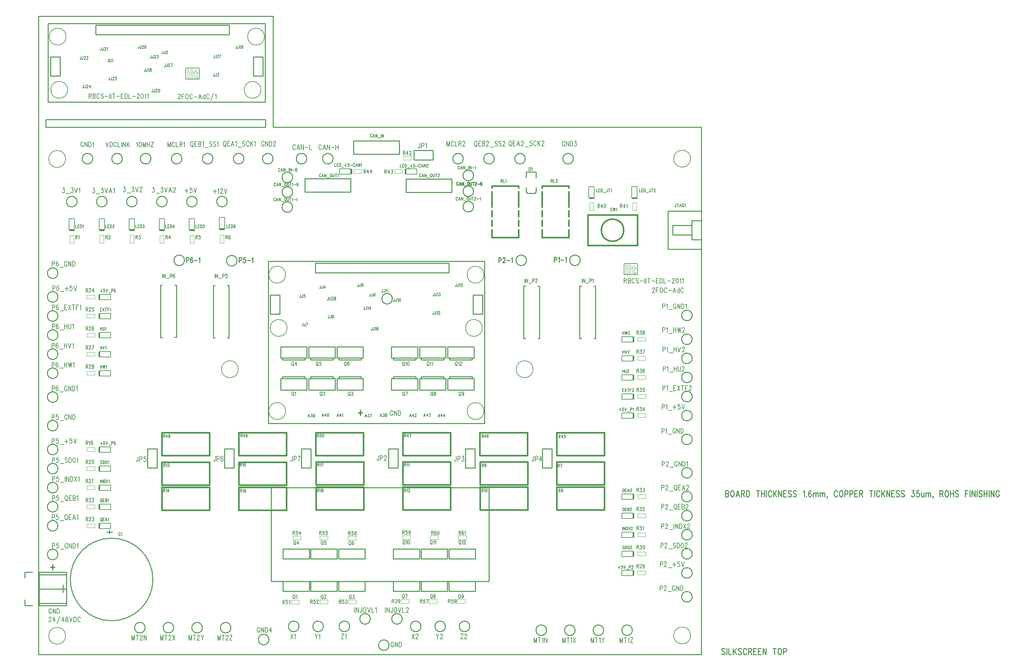
<source format=gbr>
*
*
G04 PADS9.1 Build Number: 392894 generated Gerber (RS-274-X) file*
G04 PC Version=2.1*
*
%IN "2FOC_AdC.pcb"*%
*
%MOMM*%
*
%FSLAX35Y35*%
*
*
*
*
G04 PC Standard Apertures*
*
*
G04 Thermal Relief Aperture macro.*
%AMTER*
1,1,$1,0,0*
1,0,$1-$2,0,0*
21,0,$3,$4,0,0,45*
21,0,$3,$4,0,0,135*
%
*
*
G04 Annular Aperture macro.*
%AMANN*
1,1,$1,0,0*
1,0,$2,0,0*
%
*
*
G04 Odd Aperture macro.*
%AMODD*
1,1,$1,0,0*
1,0,$1-0.005,0,0*
%
*
*
G04 PC Custom Aperture Macros*
*
*
*
*
*
*
G04 PC Aperture Table*
*
%ADD079C,0.0254*%
%ADD134C,0.254*%
%ADD135C,0.3*%
%ADD142C,0.2*%
%ADD143C,0.2032*%
%ADD146C,0.1016*%
%ADD147C,0.1524*%
%ADD148C,0.381*%
%ADD149C,0.15*%
%ADD176C,0.25*%
%ADD190C,0.127*%
%ADD195C,0.217*%
*
*
*
*
G04 PC Circuitry*
G04 Layer Name 2FOC_AdC.pcb - circuitry*
%LPD*%
*
*
G04 PC Custom Flashes*
G04 Layer Name 2FOC_AdC.pcb - flashes*
%LPD*%
*
*
G04 PC Circuitry*
G04 Layer Name 2FOC_AdC.pcb - circuitry*
%LPD*%
*
G54D79*
G54D134*
G01X7714000Y2190000D02*
X7014000D01*
Y2448250*
X7714000*
X7714520Y2190000*
X7097300Y2452080D02*
X7630700D01*
X9954000Y3310000D02*
X10654000D01*
Y3051750*
X9954000*
X9953480Y3310000*
X10570700Y3047920D02*
X10037300D01*
X10694000Y3310000D02*
X11394000D01*
Y3051750*
X10694000*
X10693480Y3310000*
X11310700Y3047920D02*
X10777300D01*
X11434000Y3310000D02*
X12134000D01*
Y3051750*
X11434000*
X11433480Y3310000*
X12050700Y3047920D02*
X11517300D01*
X8454000Y2190000D02*
X7754000D01*
Y2448250*
X8454000*
X8454520Y2190000*
X7837300Y2452080D02*
X8370700D01*
X9194000Y2190000D02*
X8494000D01*
Y2448250*
X9194000*
X9194520Y2190000*
X8577300Y2452080D02*
X9110700D01*
X7014000Y3310000D02*
X7714000D01*
Y3051750*
X7014000*
X7013480Y3310000*
X7630700Y3047920D02*
X7097300D01*
X7754000Y3310000D02*
X8454000D01*
Y3051750*
X7754000*
X7753480Y3310000*
X8370700Y3047920D02*
X7837300D01*
X8494000Y3310000D02*
X9194000D01*
Y3051750*
X8494000*
X8493480Y3310000*
X9110700Y3047920D02*
X8577300D01*
X10654000Y2190000D02*
X9954000D01*
Y2448250*
X10654000*
X10654520Y2190000*
X10037300Y2452080D02*
X10570700D01*
X11394000Y2190000D02*
X10694000D01*
Y2448250*
X11394000*
X11394520Y2190000*
X10777300Y2452080D02*
X11310700D01*
X12134000Y2190000D02*
X11434000D01*
Y2448250*
X12134000*
X12134520Y2190000*
X11517300Y2452080D02*
X12050700D01*
X520000Y2694500D02*
Y1805500D01*
X1250000*
Y2694500*
X520000*
X1250000Y2631000D02*
X520000D01*
X1250000Y2250000D02*
X520000D01*
X1250000Y1869000D02*
X520000D01*
X1154800Y2352100D02*
Y2148900D01*
X340000Y2694500D02*
X140000D01*
Y2542100*
X340000Y1805500D02*
X140000D01*
Y1957900*
X2465875Y3760045D02*
X2323000D01*
X2394438Y3812000D02*
Y3708091D01*
X3550000Y2500000D02*
G75*
G03X3550000I-1100000J0D01*
G01X8896900Y14185700D02*
Y13830100D01*
X10116100*
Y14185700*
X8896900*
X7595900Y13179700D02*
Y12824100D01*
X8815100*
Y13179700*
X7595900*
X10293900Y13169700D02*
Y12814100D01*
X11513100*
Y13169700*
X10293900*
X11007000Y13673000D02*
X10499000D01*
Y13927000*
X11007000*
Y13673000*
X10077000Y5977000D02*
Y5469000D01*
X9823000*
Y5977000*
X10077000*
X12127000D02*
Y5469000D01*
X11873000*
Y5977000*
X12127000*
X14177000D02*
Y5469000D01*
X13923000*
Y5977000*
X14177000*
X3657000D02*
Y5469000D01*
X3403000*
Y5977000*
X3657000*
X17264000Y12311000D02*
Y11295000D01*
X18153000*
Y12311000*
X17264000*
X18153000Y12057000D02*
X17899000D01*
Y11549000*
X18153000*
Y12057000*
X17899000Y11930000D02*
X17391000D01*
Y11676000*
X17899000*
Y11930000*
X14964000Y8920000D02*
X14916000D01*
Y10312000*
X14962000*
X15290000Y10315000D02*
X15336000D01*
Y8920000*
X15291000*
X13474000D02*
X13426000D01*
Y10312000*
X13472000*
X13800000Y10315000D02*
X13846000D01*
Y8920000*
X13801000*
X5527000Y10330000D02*
X5575000D01*
Y8938000*
X5529000*
X5201000Y8935000D02*
X5155000D01*
Y10330000*
X5200000*
X4127000Y10340000D02*
X4175000D01*
Y8948000*
X4129000*
X3801000Y8945000D02*
X3755000D01*
Y10340000*
X3800000*
X7873000Y10927000D02*
X11429000D01*
Y10673000*
X7873000*
Y10927000*
X5707000Y5977000D02*
Y5469000D01*
X5453000*
Y5977000*
X5707000*
X7757000D02*
Y5469000D01*
X7503000*
Y5977000*
X7757000*
X6227000Y15915000D02*
Y16423000D01*
X6481000*
Y15915000*
X6227000*
X827000D02*
Y16423000D01*
X1081000*
Y15915000*
X827000*
X2027000Y17269000D02*
X5583000D01*
Y17015000*
X2027000*
Y17269000*
X6673000Y9573000D02*
Y10081000D01*
X6927000*
Y9573000*
X6673000*
X12073000D02*
Y10081000D01*
X12327000*
Y9573000*
X12073000*
X13753350Y13202080D02*
Y13354480D01*
X13486650*
Y13202080*
X13753350Y12937920D02*
Y12823620D01*
X13715250Y12785520*
X13524750*
X13486650Y12823620*
Y12937920*
X14238736Y11083975D02*
Y10950625D01*
Y11083975D02*
X14280300D01*
X14294155Y11077625*
X14298773Y11071275*
X14303391Y11058575*
Y11039525*
X14298773Y11026825*
X14294155Y11020475*
X14280300Y11014125*
X14238736*
X14344955Y11058575D02*
X14354191Y11064925D01*
X14368045Y11083975*
X14368045D02*
Y10950625D01*
X14409609Y11007775D02*
X14492736D01*
X14534300Y11058575D02*
X14543536Y11064925D01*
X14557391Y11083975*
Y10950625*
X12757955Y11073975D02*
Y10940625D01*
Y11073975D02*
X12799518D01*
X12813373Y11067625*
X12817991Y11061275*
X12822609Y11048575*
Y11029525*
X12817991Y11016825*
X12813373Y11010475*
X12799518Y11004125*
X12757955*
X12868791Y11042225D02*
Y11048575D01*
X12873409Y11061275*
X12878027Y11067625*
X12887264Y11073975*
X12905736*
X12914973Y11067625*
X12919591Y11061275*
X12924209Y11048575*
Y11035875*
X12919591Y11023175*
X12910355Y11004125*
X12910355D02*
X12864173Y10940625D01*
X12928827*
X12970391Y10997775D02*
X13053518D01*
X13095082Y11048575D02*
X13104318Y11054925D01*
X13118173Y11073975*
Y10940625*
X5845645Y11073975D02*
Y10940625D01*
Y11073975D02*
X5887209D01*
X5901064Y11067625*
X5905682Y11061275*
X5910300Y11048575*
Y11029525*
X5905682Y11016825*
X5901064Y11010475*
X5887209Y11004125*
X5845645*
X6011900Y11073975D02*
X5965718D01*
X5961100Y11016825*
X5965718Y11023175*
X5979573Y11029525*
X5993427*
X6007282Y11023175*
X6016518Y11010475*
X6021136Y10991425*
X6016518Y10978725*
X6011900Y10959675*
X6002664Y10946975*
X5988809Y10940625*
X5974955*
X5974955D02*
X5961100Y10946975D01*
X5956482Y10953325*
X5951864Y10966025*
X6062700Y10997775D02*
X6145827D01*
X6187391Y11048575D02*
X6196627Y11054925D01*
X6210482Y11073975*
Y10940625*
X4440264Y11073975D02*
Y10940625D01*
Y11073975D02*
X4481827D01*
X4495682Y11067625*
X4500300Y11061275*
X4504918Y11048575*
Y11029525*
X4500300Y11016825*
X4495682Y11010475*
X4481827Y11004125*
X4440264*
X4601900Y11054925D02*
X4597282Y11067625D01*
X4583427Y11073975*
X4574191*
X4560336Y11067625*
X4551100Y11048575*
X4546482Y11016825*
Y10985075*
X4551100Y10959675*
X4560336Y10946975*
X4574191Y10940625*
X4578809*
X4592664Y10946975*
X4601900Y10959675*
X4606518Y10978725*
Y10985075*
X4601900Y11004125*
X4592664Y11016825*
X4578809Y11023175*
X4574191*
X4560336Y11016825*
X4551100Y11004125*
X4546482Y10985075*
X4648082Y10997775D02*
X4731209D01*
X4772773Y11048575D02*
X4782009Y11054925D01*
X4795864Y11073975*
Y10940625*
X18780818Y642875D02*
X18769273Y658750D01*
X18751955Y666688*
X18751955D02*
X18728864D01*
X18728864D02*
X18711545Y658750D01*
X18711545D02*
X18700000Y642875D01*
Y627000*
X18705773Y611125*
X18711545Y603188*
X18711545D02*
X18723091Y595250D01*
X18757727Y579375*
X18769273Y571438*
X18769273D02*
X18775045Y563500D01*
X18775045D02*
X18780818Y547625D01*
Y523813*
X18780818D02*
X18769273Y507938D01*
X18769273D02*
X18751955Y500000D01*
X18751955D02*
X18728864D01*
X18711545Y507938*
X18711545D02*
X18700000Y523813D01*
X18832773Y666688D02*
Y500000D01*
X18884727Y666688D02*
Y500000D01*
X18954000*
X19005955Y666688D02*
Y500000D01*
X19086773Y666688D02*
X19005955Y555563D01*
X19034818Y595250D02*
X19086773Y500000D01*
X19219545Y642875D02*
X19208000Y658750D01*
X19190682Y666688*
X19190682D02*
X19167591D01*
X19167591D02*
X19150273Y658750D01*
X19138727Y642875*
Y627000*
X19144500Y611125*
X19150273Y603188*
X19150273D02*
X19161818Y595250D01*
X19196455Y579375*
X19196455D02*
X19208000Y571438D01*
X19208000D02*
X19213773Y563500D01*
X19219545Y547625*
X19219545D02*
Y523813D01*
X19219545D02*
X19208000Y507938D01*
X19208000D02*
X19190682Y500000D01*
X19167591*
X19150273Y507938*
X19150273D02*
X19138727Y523813D01*
X19358091Y627000D02*
X19352318Y642875D01*
X19340773Y658750*
X19329227Y666688*
X19329227D02*
X19306136D01*
X19306136D02*
X19294591Y658750D01*
X19283045Y642875*
X19283045D02*
X19277273Y627000D01*
X19271500Y603188*
X19271500D02*
Y563500D01*
X19277273Y539688*
X19277273D02*
X19283045Y523813D01*
X19283045D02*
X19294591Y507938D01*
X19294591D02*
X19306136Y500000D01*
X19329227*
X19340773Y507938*
X19340773D02*
X19352318Y523813D01*
X19352318D02*
X19358091Y539688D01*
X19410045Y666688D02*
Y500000D01*
Y666688D02*
X19462000D01*
X19462000D02*
X19479318Y658750D01*
X19485091Y650813*
X19485091D02*
X19490864Y634938D01*
X19490864D02*
Y619063D01*
X19490864D02*
X19485091Y603188D01*
X19485091D02*
X19479318Y595250D01*
X19462000Y587313*
X19462000D02*
X19410045D01*
X19450455D02*
X19490864Y500000D01*
X19542818Y666688D02*
Y500000D01*
Y666688D02*
X19617864D01*
X19542818Y587313D02*
X19589000D01*
X19542818Y500000D02*
X19617864D01*
X19669818Y666688D02*
Y500000D01*
Y666688D02*
X19744864D01*
X19669818Y587313D02*
X19716000D01*
X19669818Y500000D02*
X19744864D01*
X19796818Y666688D02*
Y500000D01*
Y666688D02*
X19877636Y500000D01*
Y666688D02*
Y500000D01*
X20102773Y666688D02*
Y500000D01*
X20062364Y666688D02*
X20143182D01*
X20229773D02*
X20218227Y658750D01*
X20206682Y642875*
X20200909Y627000*
X20195136Y603188*
X20195136D02*
Y563500D01*
X20200909Y539688*
X20200909D02*
X20206682Y523813D01*
X20206682D02*
X20218227Y507938D01*
X20218227D02*
X20229773Y500000D01*
X20252864*
X20264409Y507938*
X20264409D02*
X20275955Y523813D01*
X20275955D02*
X20281727Y539688D01*
X20281727D02*
X20287500Y563500D01*
Y603188*
X20287500D02*
X20281727Y627000D01*
X20275955Y642875*
X20275955D02*
X20264409Y658750D01*
X20252864Y666688*
X20252864D02*
X20229773D01*
X20339455D02*
Y500000D01*
Y666688D02*
X20391409D01*
X20391409D02*
X20408727Y658750D01*
X20414500Y650813*
X20414500D02*
X20420273Y634938D01*
X20420273D02*
Y611125D01*
X20414500Y595250*
X20408727Y587313*
X20408727D02*
X20391409Y579375D01*
X20339455*
X18800000Y4866688D02*
Y4700000D01*
Y4866688D02*
X18851955D01*
X18851955D02*
X18869273Y4858750D01*
X18875045Y4850813*
X18875045D02*
X18880818Y4834938D01*
X18880818D02*
Y4819063D01*
X18880818D02*
X18875045Y4803188D01*
X18875045D02*
X18869273Y4795250D01*
X18851955Y4787313*
X18800000D02*
X18851955D01*
X18851955D02*
X18869273Y4779375D01*
X18875045Y4771438*
X18875045D02*
X18880818Y4755563D01*
X18880818D02*
Y4731750D01*
X18875045Y4715875*
X18875045D02*
X18869273Y4707938D01*
X18869273D02*
X18851955Y4700000D01*
X18851955D02*
X18800000D01*
X18967409Y4866688D02*
X18955864Y4858750D01*
X18944318Y4842875*
X18938545Y4827000*
X18938545D02*
X18932773Y4803188D01*
X18932773D02*
Y4763500D01*
X18938545Y4739688*
X18938545D02*
X18944318Y4723813D01*
X18944318D02*
X18955864Y4707938D01*
X18955864D02*
X18967409Y4700000D01*
X18990500*
X19002045Y4707938*
X19002045D02*
X19013591Y4723813D01*
X19013591D02*
X19019364Y4739688D01*
X19019364D02*
X19025136Y4763500D01*
Y4803188*
X19025136D02*
X19019364Y4827000D01*
X19013591Y4842875*
X19002045Y4858750*
X19002045D02*
X18990500Y4866688D01*
X18990500D02*
X18967409D01*
X19123273D02*
X19077091Y4700000D01*
X19123273Y4866688D02*
X19169455Y4700000D01*
X19094409Y4755563D02*
X19152136D01*
X19221409Y4866688D02*
Y4700000D01*
Y4866688D02*
X19273364D01*
X19273364D02*
X19290682Y4858750D01*
X19296455Y4850813*
X19296455D02*
X19302227Y4834938D01*
X19302227D02*
Y4819063D01*
X19302227D02*
X19296455Y4803188D01*
X19296455D02*
X19290682Y4795250D01*
X19273364Y4787313*
X19273364D02*
X19221409D01*
X19261818D02*
X19302227Y4700000D01*
X19354182Y4866688D02*
Y4700000D01*
Y4866688D02*
X19394591D01*
X19394591D02*
X19411909Y4858750D01*
X19423455Y4842875*
X19423455D02*
X19429227Y4827000D01*
X19435000Y4803188*
X19435000D02*
Y4763500D01*
X19429227Y4739688*
X19429227D02*
X19423455Y4723813D01*
X19423455D02*
X19411909Y4707938D01*
X19411909D02*
X19394591Y4700000D01*
X19354182*
X19660136Y4866688D02*
Y4700000D01*
X19619727Y4866688D02*
X19700545D01*
X19752500D02*
Y4700000D01*
X19833318Y4866688D02*
Y4700000D01*
X19752500Y4787313D02*
X19833318D01*
X19885273Y4866688D02*
Y4700000D01*
X20023818Y4827000D02*
X20018045Y4842875D01*
X20018045D02*
X20006500Y4858750D01*
X19994955Y4866688*
X19994955D02*
X19971864D01*
X19971864D02*
X19960318Y4858750D01*
X19948773Y4842875*
X19943000Y4827000*
X19937227Y4803188*
X19937227D02*
Y4763500D01*
X19943000Y4739688*
X19943000D02*
X19948773Y4723813D01*
X19948773D02*
X19960318Y4707938D01*
X19960318D02*
X19971864Y4700000D01*
X19994955*
X19994955D02*
X20006500Y4707938D01*
X20006500D02*
X20018045Y4723813D01*
X20018045D02*
X20023818Y4739688D01*
X20075773Y4866688D02*
Y4700000D01*
X20156591Y4866688D02*
X20075773Y4755563D01*
X20104636Y4795250D02*
X20156591Y4700000D01*
X20208545Y4866688D02*
Y4700000D01*
Y4866688D02*
X20289364Y4700000D01*
Y4866688D02*
Y4700000D01*
X20341318Y4866688D02*
Y4700000D01*
Y4866688D02*
X20416364D01*
X20341318Y4787313D02*
X20387500D01*
X20341318Y4700000D02*
X20416364D01*
X20549136Y4842875D02*
X20537591Y4858750D01*
X20520273Y4866688*
X20520273D02*
X20497182D01*
X20497182D02*
X20479864Y4858750D01*
X20468318Y4842875*
Y4827000*
X20474091Y4811125*
X20479864Y4803188*
X20479864D02*
X20491409Y4795250D01*
X20526045Y4779375*
X20526045D02*
X20537591Y4771438D01*
X20537591D02*
X20543364Y4763500D01*
X20549136Y4747625*
Y4723813*
X20549136D02*
X20537591Y4707938D01*
X20537591D02*
X20520273Y4700000D01*
X20497182*
X20479864Y4707938*
X20479864D02*
X20468318Y4723813D01*
X20681909Y4842875D02*
X20670364Y4858750D01*
X20653045Y4866688*
X20653045D02*
X20629955D01*
X20629955D02*
X20612636Y4858750D01*
X20601091Y4842875*
Y4827000*
X20606864Y4811125*
X20612636Y4803188*
X20612636D02*
X20624182Y4795250D01*
X20658818Y4779375*
X20670364Y4771438*
X20670364D02*
X20676136Y4763500D01*
X20681909Y4747625*
Y4723813*
X20681909D02*
X20670364Y4707938D01*
X20670364D02*
X20653045Y4700000D01*
X20653045D02*
X20629955D01*
X20629955D02*
X20612636Y4707938D01*
X20612636D02*
X20601091Y4723813D01*
X20866636Y4834938D02*
X20878182Y4842875D01*
X20895500Y4866688*
X20895500D02*
Y4700000D01*
X20953227Y4715875D02*
X20947455Y4707938D01*
X20947455D02*
X20953227Y4700000D01*
X20959000Y4707938*
X20959000D02*
X20953227Y4715875D01*
X21080227Y4842875D02*
X21074455Y4858750D01*
X21074455D02*
X21057136Y4866688D01*
X21057136D02*
X21045591D01*
X21045591D02*
X21028273Y4858750D01*
X21016727Y4834938*
X21016727D02*
X21010955Y4795250D01*
X21010955D02*
Y4755563D01*
X21010955D02*
X21016727Y4723813D01*
X21016727D02*
X21028273Y4707938D01*
X21028273D02*
X21045591Y4700000D01*
X21051364*
X21068682Y4707938*
X21068682D02*
X21080227Y4723813D01*
X21080227D02*
X21086000Y4747625D01*
Y4755563*
X21086000D02*
X21080227Y4779375D01*
X21068682Y4795250*
X21051364Y4803188*
X21051364D02*
X21045591D01*
X21045591D02*
X21028273Y4795250D01*
X21016727Y4779375*
X21010955Y4755563*
X21137955Y4811125D02*
Y4700000D01*
Y4779375D02*
X21155273Y4803188D01*
X21155273D02*
X21166818Y4811125D01*
X21184136*
X21195682Y4803188*
X21195682D02*
X21201455Y4779375D01*
X21201455D02*
Y4700000D01*
Y4779375D02*
X21218773Y4803188D01*
X21218773D02*
X21230318Y4811125D01*
X21247636*
X21259182Y4803188*
X21259182D02*
X21264955Y4779375D01*
X21264955D02*
Y4700000D01*
X21316909Y4811125D02*
Y4700000D01*
Y4779375D02*
X21334227Y4803188D01*
X21334227D02*
X21345773Y4811125D01*
X21363091*
X21374636Y4803188*
X21374636D02*
X21380409Y4779375D01*
Y4700000*
Y4779375D02*
X21397727Y4803188D01*
X21397727D02*
X21409273Y4811125D01*
X21426591*
X21438136Y4803188*
X21438136D02*
X21443909Y4779375D01*
Y4700000*
X21507409Y4707938D02*
X21501636Y4700000D01*
X21495864Y4707938*
X21495864D02*
X21501636Y4715875D01*
X21507409Y4707938*
X21507409D02*
Y4692062D01*
X21507409D02*
X21501636Y4676187D01*
X21501636D02*
X21495864Y4668250D01*
X21778727Y4827000D02*
X21772955Y4842875D01*
X21772955D02*
X21761409Y4858750D01*
X21749864Y4866688*
X21749864D02*
X21726773D01*
X21726773D02*
X21715227Y4858750D01*
X21703682Y4842875*
X21697909Y4827000*
X21692136Y4803188*
X21692136D02*
Y4763500D01*
X21697909Y4739688*
X21697909D02*
X21703682Y4723813D01*
X21703682D02*
X21715227Y4707938D01*
X21715227D02*
X21726773Y4700000D01*
X21749864*
X21761409Y4707938*
X21761409D02*
X21772955Y4723813D01*
X21772955D02*
X21778727Y4739688D01*
X21865318Y4866688D02*
X21853773Y4858750D01*
X21842227Y4842875*
X21836455Y4827000*
X21836455D02*
X21830682Y4803188D01*
X21830682D02*
Y4763500D01*
X21836455Y4739688*
X21836455D02*
X21842227Y4723813D01*
X21842227D02*
X21853773Y4707938D01*
X21853773D02*
X21865318Y4700000D01*
X21888409*
X21899955Y4707938*
X21899955D02*
X21911500Y4723813D01*
X21911500D02*
X21917273Y4739688D01*
X21917273D02*
X21923045Y4763500D01*
X21923045D02*
Y4803188D01*
X21923045D02*
X21917273Y4827000D01*
X21911500Y4842875*
X21899955Y4858750*
X21899955D02*
X21888409Y4866688D01*
X21888409D02*
X21865318D01*
X21975000D02*
Y4700000D01*
Y4866688D02*
X22026955D01*
X22026955D02*
X22044273Y4858750D01*
X22050045Y4850813*
X22050045D02*
X22055818Y4834938D01*
X22055818D02*
Y4811125D01*
X22050045Y4795250*
X22050045D02*
X22044273Y4787313D01*
X22044273D02*
X22026955Y4779375D01*
X22026955D02*
X21975000D01*
X22107773Y4866688D02*
Y4700000D01*
Y4866688D02*
X22159727D01*
X22159727D02*
X22177045Y4858750D01*
X22177045D02*
X22182818Y4850813D01*
X22182818D02*
X22188591Y4834938D01*
X22188591D02*
Y4811125D01*
X22182818Y4795250*
X22177045Y4787313*
X22177045D02*
X22159727Y4779375D01*
X22107773*
X22240545Y4866688D02*
Y4700000D01*
Y4866688D02*
X22315591D01*
X22240545Y4787313D02*
X22286727D01*
X22240545Y4700000D02*
X22315591D01*
X22367545Y4866688D02*
Y4700000D01*
Y4866688D02*
X22419500D01*
X22419500D02*
X22436818Y4858750D01*
X22442591Y4850813*
X22442591D02*
X22448364Y4834938D01*
X22448364D02*
Y4819063D01*
X22448364D02*
X22442591Y4803188D01*
X22442591D02*
X22436818Y4795250D01*
X22419500Y4787313*
X22419500D02*
X22367545D01*
X22407955D02*
X22448364Y4700000D01*
X22673500Y4866688D02*
Y4700000D01*
X22633091Y4866688D02*
X22713909D01*
X22765864D02*
Y4700000D01*
X22904409Y4827000D02*
X22898636Y4842875D01*
X22887091Y4858750*
X22875545Y4866688*
X22875545D02*
X22852455D01*
X22852455D02*
X22840909Y4858750D01*
X22829364Y4842875*
X22823591Y4827000*
X22817818Y4803188*
X22817818D02*
Y4763500D01*
X22823591Y4739688*
X22823591D02*
X22829364Y4723813D01*
X22829364D02*
X22840909Y4707938D01*
X22840909D02*
X22852455Y4700000D01*
X22852455D02*
X22875545D01*
X22875545D02*
X22887091Y4707938D01*
X22887091D02*
X22898636Y4723813D01*
X22898636D02*
X22904409Y4739688D01*
X22956364Y4866688D02*
Y4700000D01*
X23037182Y4866688D02*
X22956364Y4755563D01*
X22985227Y4795250D02*
X23037182Y4700000D01*
X23089136Y4866688D02*
Y4700000D01*
Y4866688D02*
X23169955Y4700000D01*
Y4866688D02*
Y4700000D01*
X23221909Y4866688D02*
Y4700000D01*
Y4866688D02*
X23296955D01*
X23221909Y4787313D02*
X23268091D01*
X23221909Y4700000D02*
X23296955D01*
X23429727Y4842875D02*
X23418182Y4858750D01*
X23400864Y4866688*
X23400864D02*
X23377773D01*
X23377773D02*
X23360455Y4858750D01*
X23360455D02*
X23348909Y4842875D01*
Y4827000*
X23354682Y4811125*
X23360455Y4803188*
X23360455D02*
X23372000Y4795250D01*
X23406636Y4779375*
X23418182Y4771438*
X23418182D02*
X23423955Y4763500D01*
X23423955D02*
X23429727Y4747625D01*
Y4723813*
X23429727D02*
X23418182Y4707938D01*
X23418182D02*
X23400864Y4700000D01*
X23377773*
X23360455Y4707938*
X23360455D02*
X23348909Y4723813D01*
X23562500Y4842875D02*
X23550955Y4858750D01*
X23550955D02*
X23533636Y4866688D01*
X23533636D02*
X23510545D01*
X23510545D02*
X23493227Y4858750D01*
X23481682Y4842875*
Y4827000*
X23487455Y4811125*
X23487455D02*
X23493227Y4803188D01*
X23493227D02*
X23504773Y4795250D01*
X23539409Y4779375*
X23550955Y4771438*
X23550955D02*
X23556727Y4763500D01*
X23562500Y4747625*
Y4723813*
X23562500D02*
X23550955Y4707938D01*
X23550955D02*
X23533636Y4700000D01*
X23510545*
X23510545D02*
X23493227Y4707938D01*
X23493227D02*
X23481682Y4723813D01*
X23758773Y4866688D02*
X23822273D01*
X23822273D02*
X23787636Y4803188D01*
X23787636D02*
X23804955D01*
X23804955D02*
X23816500Y4795250D01*
X23822273Y4787313*
X23822273D02*
X23828045Y4763500D01*
X23828045D02*
Y4747625D01*
X23828045D02*
X23822273Y4723813D01*
X23822273D02*
X23810727Y4707938D01*
X23810727D02*
X23793409Y4700000D01*
X23776091*
X23758773Y4707938*
X23758773D02*
X23753000Y4715875D01*
X23747227Y4731750*
X23955045Y4866688D02*
X23897318D01*
X23897318D02*
X23891545Y4795250D01*
X23891545D02*
X23897318Y4803188D01*
X23897318D02*
X23914636Y4811125D01*
X23931955*
X23931955D02*
X23949273Y4803188D01*
X23949273D02*
X23960818Y4787313D01*
X23960818D02*
X23966591Y4763500D01*
X23960818Y4747625*
X23955045Y4723813*
X23955045D02*
X23943500Y4707938D01*
X23943500D02*
X23926182Y4700000D01*
X23908864*
X23891545Y4707938*
X23891545D02*
X23885773Y4715875D01*
X23880000Y4731750*
X24018545Y4811125D02*
Y4731750D01*
X24018545D02*
X24024318Y4707938D01*
X24024318D02*
X24035864Y4700000D01*
X24053182*
X24064727Y4707938*
X24064727D02*
X24082045Y4731750D01*
Y4811125D02*
Y4700000D01*
X24134000Y4811125D02*
Y4700000D01*
Y4779375D02*
X24151318Y4803188D01*
X24151318D02*
X24162864Y4811125D01*
X24180182*
X24191727Y4803188*
X24191727D02*
X24197500Y4779375D01*
Y4700000*
Y4779375D02*
X24214818Y4803188D01*
X24214818D02*
X24226364Y4811125D01*
X24243682*
X24255227Y4803188*
X24255227D02*
X24261000Y4779375D01*
Y4700000*
X24324500Y4707938D02*
X24318727Y4700000D01*
X24312955Y4707938*
X24312955D02*
X24318727Y4715875D01*
X24324500Y4707938*
X24324500D02*
Y4692062D01*
X24324500D02*
X24318727Y4676187D01*
X24318727D02*
X24312955Y4668250D01*
X24509227Y4866688D02*
Y4700000D01*
Y4866688D02*
X24561182D01*
X24561182D02*
X24578500Y4858750D01*
X24584273Y4850813*
X24584273D02*
X24590045Y4834938D01*
X24590045D02*
Y4819063D01*
X24590045D02*
X24584273Y4803188D01*
X24584273D02*
X24578500Y4795250D01*
X24561182Y4787313*
X24561182D02*
X24509227D01*
X24549636D02*
X24590045Y4700000D01*
X24676636Y4866688D02*
X24665091Y4858750D01*
X24653545Y4842875*
X24653545D02*
X24647773Y4827000D01*
X24642000Y4803188*
X24642000D02*
Y4763500D01*
X24647773Y4739688*
X24647773D02*
X24653545Y4723813D01*
X24653545D02*
X24665091Y4707938D01*
X24665091D02*
X24676636Y4700000D01*
X24699727*
X24711273Y4707938*
X24711273D02*
X24722818Y4723813D01*
X24722818D02*
X24728591Y4739688D01*
X24728591D02*
X24734364Y4763500D01*
Y4803188*
X24734364D02*
X24728591Y4827000D01*
X24722818Y4842875*
X24711273Y4858750*
X24699727Y4866688*
X24699727D02*
X24676636D01*
X24786318D02*
Y4700000D01*
X24867136Y4866688D02*
Y4700000D01*
X24786318Y4787313D02*
X24867136D01*
X24999909Y4842875D02*
X24988364Y4858750D01*
X24971045Y4866688*
X24971045D02*
X24947955D01*
X24947955D02*
X24930636Y4858750D01*
X24919091Y4842875*
Y4827000*
X24924864Y4811125*
X24930636Y4803188*
X24930636D02*
X24942182Y4795250D01*
X24976818Y4779375*
X24988364Y4771438*
X24988364D02*
X24994136Y4763500D01*
X24999909Y4747625*
Y4723813*
X24999909D02*
X24988364Y4707938D01*
X24988364D02*
X24971045Y4700000D01*
X24971045D02*
X24947955D01*
X24947955D02*
X24930636Y4707938D01*
X24930636D02*
X24919091Y4723813D01*
X25184636Y4866688D02*
Y4700000D01*
Y4866688D02*
X25259682D01*
X25184636Y4787313D02*
X25230818D01*
X25311636Y4866688D02*
Y4700000D01*
X25363591Y4866688D02*
Y4700000D01*
Y4866688D02*
X25444409Y4700000D01*
Y4866688D02*
Y4700000D01*
X25496364Y4866688D02*
Y4700000D01*
X25629136Y4842875D02*
X25617591Y4858750D01*
X25600273Y4866688*
X25600273D02*
X25577182D01*
X25577182D02*
X25559864Y4858750D01*
X25548318Y4842875*
Y4827000*
X25554091Y4811125*
X25559864Y4803188*
X25559864D02*
X25571409Y4795250D01*
X25606045Y4779375*
X25606045D02*
X25617591Y4771438D01*
X25617591D02*
X25623364Y4763500D01*
X25629136Y4747625*
Y4723813*
X25629136D02*
X25617591Y4707938D01*
X25617591D02*
X25600273Y4700000D01*
X25577182*
X25559864Y4707938*
X25559864D02*
X25548318Y4723813D01*
X25681091Y4866688D02*
Y4700000D01*
X25761909Y4866688D02*
Y4700000D01*
X25681091Y4787313D02*
X25761909D01*
X25813864Y4866688D02*
Y4700000D01*
X25865818Y4866688D02*
Y4700000D01*
Y4866688D02*
X25946636Y4700000D01*
Y4866688D02*
Y4700000D01*
X26085182Y4827000D02*
X26079409Y4842875D01*
X26067864Y4858750*
X26056318Y4866688*
X26056318D02*
X26033227D01*
X26033227D02*
X26021682Y4858750D01*
X26010136Y4842875*
X26004364Y4827000*
X25998591Y4803188*
X25998591D02*
Y4763500D01*
X26004364Y4739688*
X26004364D02*
X26010136Y4723813D01*
X26010136D02*
X26021682Y4707938D01*
X26021682D02*
X26033227Y4700000D01*
X26056318*
X26067864Y4707938*
X26067864D02*
X26079409Y4723813D01*
X26079409D02*
X26085182Y4739688D01*
X26085182D02*
Y4763500D01*
X26056318D02*
X26085182D01*
X500000Y500000D02*
X18153000D01*
Y14550000*
X6750000*
Y17500000*
X500000*
Y500000*
X760000Y17312300D02*
X6539000D01*
Y15216800*
X760000*
Y17312300*
X6550000Y14550000D02*
X700000D01*
Y14750000*
X6550000*
Y14550000*
X6620000Y10977500D02*
X12380000D01*
Y6659500*
X6620000*
Y10977500*
X6950000Y8700000D02*
X7650000D01*
Y8400000*
X6950000*
Y8700000*
X7000000Y8400000D02*
X7600000D01*
Y8350000*
X7000000*
Y8400000*
X7700000Y8700000D02*
X8400000D01*
Y8400000*
X7700000*
Y8700000*
X7750000Y8400000D02*
X8350000D01*
Y8350000*
X7750000*
Y8400000*
X8450000Y8700000D02*
X9150000D01*
Y8400000*
X8450000*
Y8700000*
X8500000Y8400000D02*
X9100000D01*
Y8350000*
X8500000*
Y8400000*
X9100000Y7850000D02*
X8500000D01*
Y7900000*
X9100000*
Y7850000*
X8350000D02*
X7750000D01*
Y7900000*
X8350000*
Y7850000*
X7600000D02*
X7000000D01*
Y7900000*
X7600000*
Y7850000*
X9150000Y7550000D02*
X8450000D01*
Y7850000*
X9150000*
Y7550000*
X8400000D02*
X7700000D01*
Y7850000*
X8400000*
Y7550000*
X7650000D02*
X6950000D01*
Y7850000*
X7650000*
Y7550000*
X9950000Y8400000D02*
X10550000D01*
Y8350000*
X9950000*
Y8400000*
X10700000D02*
X11300000D01*
Y8350000*
X10700000*
Y8400000*
X11450000D02*
X12050000D01*
Y8350000*
X11450000*
Y8400000*
X11300000Y7850000D02*
X10700000D01*
Y7900000*
X11300000*
Y7850000*
X10550000D02*
X9950000D01*
Y7900000*
X10550000*
Y7850000*
X11350000Y7550000D02*
X10650000D01*
Y7850000*
X11350000*
Y7550000*
X10600000D02*
X9900000D01*
Y7850000*
X10600000*
Y7550000*
X12100000D02*
X11400000D01*
Y7850000*
X12100000*
Y7550000*
X12050000Y7850000D02*
X11450000D01*
Y7900000*
X12050000*
Y7850000*
X9900000Y8700000D02*
X10600000D01*
Y8400000*
X9900000*
Y8700000*
X10650000D02*
X11350000D01*
Y8400000*
X10650000*
Y8700000*
X11400000D02*
X12100000D01*
Y8400000*
X11400000*
Y8700000*
X12500000Y2450000D02*
X6700000D01*
Y4950000*
X12500000*
Y2450000*
G54D135*
X9080136Y7005625D02*
Y6865000D01*
X9029000Y6935313D02*
X9131273D01*
X881136Y2890625D02*
Y2750000D01*
X830000Y2820313D02*
X932273D01*
G54D142*
X7084400Y6986300D02*
G03X7084400I-225000J0D01*
G01X12367600D02*
G03X12367600I-225000J0D01*
G01X7084400Y10618500D02*
G03X7084400I-225000J0D01*
G01X12367600D02*
G03X12367600I-225000J0D01*
G01X12325000Y9200000D02*
G03X12325000I-225000J0D01*
G01X7125000D02*
G03X7125000I-225000J0D01*
G01X1238400Y16960500D02*
G03X1238400I-225000J0D01*
G01X6521600D02*
G03X6521600I-225000J0D01*
G01X6429000Y15542000D02*
G03X6429000I-225000J0D01*
G01X1279000D02*
G03X1279000I-225000J0D01*
G01X1225000Y13700000D02*
G03X1225000I-225000J0D01*
G01X17870000Y13708000D02*
G03X17870000I-225000J0D01*
G01Y1008000D02*
G03X17870000I-225000J0D01*
G01X1225000Y1000000D02*
G03X1225000I-225000J0D01*
G01X5825000Y8100000D02*
G03X5825000I-225000J0D01*
G01X13675000D02*
G03X13675000I-225000J0D01*
G01X4449545Y12914375D02*
Y12801875D01*
X4408636Y12858125D02*
X4490455D01*
X4590455Y12933125D02*
X4545000D01*
X4540455Y12876875*
X4545000Y12883125*
X4558636Y12889375*
X4572273*
X4585909Y12883125*
X4595000Y12870625*
X4599545Y12851875*
X4599545D02*
X4595000Y12839375D01*
X4590455Y12820625*
X4581364Y12808125*
X4567727Y12801875*
X4554091*
X4540455Y12808125*
X4535909Y12814375*
X4531364Y12826875*
X4640455Y12933125D02*
X4676818Y12801875D01*
X4713182Y12933125D02*
X4676818Y12801875D01*
X784546Y1470000D02*
Y1476250D01*
X784546D02*
X789091Y1488750D01*
X793636Y1495000*
X802727Y1501250*
X820909*
X830000Y1495000*
X834546Y1488750*
X834546D02*
X839091Y1476250D01*
Y1463750*
X834546Y1451250*
X834546D02*
X825455Y1432500D01*
X780000Y1370000*
X843636*
X930000Y1501250D02*
X884546Y1413750D01*
X884546D02*
X952727D01*
X930000Y1501250D02*
Y1370000D01*
X1075455Y1526250D02*
X993636Y1326250D01*
X1161818Y1501250D02*
X1116364Y1413750D01*
X1184546*
X1161818Y1501250D02*
Y1370000D01*
X1248182Y1501250D02*
X1234546Y1495000D01*
X1234546D02*
X1230000Y1482500D01*
Y1470000*
X1234546Y1457500*
X1234546D02*
X1243636Y1451250D01*
X1261818Y1445000*
X1275455Y1438750*
X1284546Y1426250*
X1284546D02*
X1289091Y1413750D01*
Y1395000*
X1284546Y1382500*
X1284546D02*
X1280000Y1376250D01*
X1266364Y1370000*
X1248182*
X1234546Y1376250*
X1234546D02*
X1230000Y1382500D01*
X1225455Y1395000*
Y1413750*
X1230000Y1426250*
X1239091Y1438750*
X1252727Y1445000*
X1270909Y1451250*
X1280000Y1457500*
X1284546Y1470000*
X1284546D02*
Y1482500D01*
X1284546D02*
X1280000Y1495000D01*
X1266364Y1501250*
X1248182*
X1330000D02*
X1366364Y1370000D01*
X1402727Y1501250D02*
X1366364Y1370000D01*
X1443636Y1501250D02*
Y1370000D01*
Y1501250D02*
X1475455D01*
X1489091Y1495000*
X1498182Y1482500*
X1502727Y1470000*
X1507273Y1451250*
Y1420000*
X1502727Y1401250*
X1498182Y1388750*
X1489091Y1376250*
X1475455Y1370000*
X1443636*
X1616364Y1470000D02*
X1611818Y1482500D01*
X1602727Y1495000*
X1593636Y1501250*
X1575455*
X1566364Y1495000*
X1557273Y1482500*
X1552727Y1470000*
X1548182Y1451250*
Y1420000*
X1552727Y1401250*
X1557273Y1388750*
X1566364Y1376250*
X1575455Y1370000*
X1593636*
X1602727Y1376250*
X1611818Y1388750*
X1616364Y1401250*
X1145909Y12933125D02*
X1195909D01*
X1168636Y12883125*
X1182273*
X1191364Y12876875*
X1195909Y12870625*
X1200455Y12851875*
X1200455D02*
Y12839375D01*
X1200455D02*
X1195909Y12820625D01*
X1186818Y12808125*
X1173182Y12801875*
X1159545*
X1159545D02*
X1145909Y12808125D01*
X1141364Y12814375*
X1136818Y12826875*
X1241364Y12776875D02*
X1336818D01*
X1373182Y12933125D02*
X1423182D01*
X1395909Y12883125*
X1409545*
X1409545D02*
X1418636Y12876875D01*
X1423182Y12870625*
X1427727Y12851875*
Y12839375*
X1423182Y12820625*
X1414091Y12808125*
X1400455Y12801875*
X1400455D02*
X1386818D01*
X1373182Y12808125*
X1368636Y12814375*
X1364091Y12826875*
X1468636Y12933125D02*
X1505000Y12801875D01*
X1541364Y12933125D02*
X1505000Y12801875D01*
X1582273Y12908125D02*
X1591364Y12914375D01*
X1605000Y12933125*
Y12801875*
X2765455Y12953125D02*
X2815455D01*
X2788182Y12903125*
X2801818*
X2810909Y12896875*
X2815455Y12890625*
X2820000Y12871875*
Y12859375*
X2815455Y12840625*
X2806364Y12828125*
X2792727Y12821875*
X2779091*
X2765455Y12828125*
X2760909Y12834375*
X2756364Y12846875*
X2860909Y12796875D02*
X2956364D01*
X2992727Y12953125D02*
X3042727D01*
X3015455Y12903125*
X3029091*
X3038182Y12896875*
X3042727Y12890625*
X3047273Y12871875*
Y12859375*
X3042727Y12840625*
X3033636Y12828125*
X3020000Y12821875*
X3006364*
X2992727Y12828125*
X2988182Y12834375*
X2983636Y12846875*
X3088182Y12953125D02*
X3124545Y12821875D01*
X3160909Y12953125D02*
X3124545Y12821875D01*
X3206364Y12921875D02*
Y12928125D01*
X3210909Y12940625*
X3215455Y12946875*
X3224545Y12953125*
X3224545D02*
X3242727D01*
X3251818Y12946875*
X3256364Y12940625*
X3260909Y12928125*
Y12915625*
X3256364Y12903125*
X3247273Y12884375*
X3201818Y12821875*
X3265455*
X1949091Y12923125D02*
X1999091D01*
X1971818Y12873125*
X1985455*
X1985455D02*
X1994545Y12866875D01*
X1994545D02*
X1999091Y12860625D01*
X2003636Y12841875*
Y12829375*
X1999091Y12810625*
X1990000Y12798125*
X1976364Y12791875*
X1962727*
X1949091Y12798125*
X1944545Y12804375*
X1944545D02*
X1940000Y12816875D01*
X2044545Y12766875D02*
X2140000D01*
X2176364Y12923125D02*
X2226364D01*
X2199091Y12873125*
X2212727*
X2221818Y12866875*
X2226364Y12860625*
X2230909Y12841875*
Y12829375*
X2226364Y12810625*
X2217273Y12798125*
X2203636Y12791875*
X2190000*
X2176364Y12798125*
X2171818Y12804375*
X2167273Y12816875*
X2271818Y12923125D02*
X2308182Y12791875D01*
X2344545Y12923125D02*
X2308182Y12791875D01*
X2421818Y12923125D02*
X2385455Y12791875D01*
X2421818Y12923125D02*
X2458182Y12791875D01*
X2399091Y12835625D02*
X2444545D01*
X2499091Y12898125D02*
X2508182Y12904375D01*
X2521818Y12923125*
Y12791875*
X3538636Y12943125D02*
X3588636D01*
X3561364Y12893125*
X3575000*
X3584091Y12886875*
X3588636Y12880625*
X3593182Y12861875*
Y12849375*
X3588636Y12830625*
X3579545Y12818125*
X3579545D02*
X3565909Y12811875D01*
X3552273*
X3538636Y12818125*
X3534091Y12824375*
X3529545Y12836875*
X3634091Y12786875D02*
X3729545D01*
X3765909Y12943125D02*
X3815909D01*
X3788636Y12893125*
X3802273*
X3811364Y12886875*
X3815909Y12880625*
X3820455Y12861875*
X3820455D02*
Y12849375D01*
X3820455D02*
X3815909Y12830625D01*
X3806818Y12818125*
X3793182Y12811875*
X3779545*
X3779545D02*
X3765909Y12818125D01*
X3761364Y12824375*
X3756818Y12836875*
X3861364Y12943125D02*
X3897727Y12811875D01*
X3934091Y12943125D02*
X3897727Y12811875D01*
X4011364Y12943125D02*
X3975000Y12811875D01*
X4011364Y12943125D02*
X4047727Y12811875D01*
X3988636Y12855625D02*
X4034091D01*
X4093182Y12911875D02*
Y12918125D01*
X4097727Y12930625*
X4102273Y12936875*
X4111364Y12943125*
X4129545*
X4129545D02*
X4138636Y12936875D01*
X4143182Y12930625*
X4147727Y12918125*
Y12905625*
X4143182Y12893125*
X4134091Y12874375*
X4088636Y12811875*
X4152273*
X8039273Y14047375D02*
X8034727Y14059875D01*
X8025636Y14072375*
X8016545Y14078625*
X8016545D02*
X7998364D01*
X7989273Y14072375*
X7980182Y14059875*
X7975636Y14047375*
X7971091Y14028625*
Y13997375*
X7975636Y13978625*
X7980182Y13966125*
X7989273Y13953625*
X7998364Y13947375*
X8016545*
X8016545D02*
X8025636Y13953625D01*
X8034727Y13966125*
X8039273Y13978625*
X8116545Y14078625D02*
X8080182Y13947375D01*
X8116545Y14078625D02*
X8152909Y13947375D01*
X8093818Y13991125D02*
X8139273D01*
X8193818Y14078625D02*
Y13947375D01*
Y14078625D02*
X8257455Y13947375D01*
Y14078625D02*
Y13947375D01*
X8298364Y14003625D02*
X8380182D01*
X8421091Y14078625D02*
Y13947375D01*
X8484727Y14078625D02*
Y13947375D01*
X8421091Y14016125D02*
X8484727D01*
X7345318Y14047375D02*
X7340773Y14059875D01*
X7331682Y14072375*
X7322591Y14078625*
X7304409*
X7295318Y14072375*
X7286227Y14059875*
X7281682Y14047375*
X7277136Y14028625*
Y13997375*
X7281682Y13978625*
X7286227Y13966125*
X7295318Y13953625*
X7304409Y13947375*
X7322591*
X7331682Y13953625*
X7340773Y13966125*
X7345318Y13978625*
X7422591Y14078625D02*
X7386227Y13947375D01*
X7422591Y14078625D02*
X7458955Y13947375D01*
X7399864Y13991125D02*
X7445318D01*
X7499864Y14078625D02*
Y13947375D01*
Y14078625D02*
X7563500Y13947375D01*
Y14078625D02*
Y13947375D01*
X7604409Y14003625D02*
X7686227D01*
X7727136Y14078625D02*
Y13947375D01*
X7781682*
X9960455Y801875D02*
X9955909Y814375D01*
X9946818Y826875*
X9937727Y833125*
X9919545*
X9919545D02*
X9910455Y826875D01*
X9910455D02*
X9901364Y814375D01*
X9896818Y801875*
X9892273Y783125*
Y751875*
X9896818Y733125*
X9901364Y720625*
X9910455Y708125*
X9910455D02*
X9919545Y701875D01*
X9919545D02*
X9937727D01*
X9946818Y708125*
X9955909Y720625*
X9960455Y733125*
X9960455D02*
Y751875D01*
X9937727D02*
X9960455D01*
X10001364Y833125D02*
Y701875D01*
Y833125D02*
X10065000Y701875D01*
Y833125D02*
Y701875D01*
X10105909Y833125D02*
Y701875D01*
Y833125D02*
X10137727D01*
X10151364Y826875*
X10160455Y814375*
X10160455D02*
X10165000Y801875D01*
X10169545Y783125*
X10169545D02*
Y751875D01*
X10169545D02*
X10165000Y733125D01*
X10160455Y720625*
X10160455D02*
X10151364Y708125D01*
X10137727Y701875*
X10105909*
X1698636Y14121875D02*
X1694091Y14134375D01*
X1685000Y14146875*
X1675909Y14153125*
X1657727*
X1648636Y14146875*
X1639545Y14134375*
X1639545D02*
X1635000Y14121875D01*
X1630455Y14103125*
X1630455D02*
Y14071875D01*
X1630455D02*
X1635000Y14053125D01*
X1639545Y14040625*
X1639545D02*
X1648636Y14028125D01*
X1657727Y14021875*
X1675909*
X1685000Y14028125*
X1694091Y14040625*
X1698636Y14053125*
Y14071875*
X1675909D02*
X1698636D01*
X1739545Y14153125D02*
Y14021875D01*
Y14153125D02*
X1803182Y14021875D01*
Y14153125D02*
Y14021875D01*
X1844091Y14153125D02*
Y14021875D01*
Y14153125D02*
X1875909D01*
X1889545Y14146875*
X1889545D02*
X1898636Y14134375D01*
X1903182Y14121875*
X1907727Y14103125*
Y14071875*
X1903182Y14053125*
X1898636Y14040625*
X1889545Y14028125*
X1889545D02*
X1875909Y14021875D01*
X1844091*
X1948636Y14128125D02*
X1957727Y14134375D01*
X1971364Y14153125*
Y14021875*
X6508182Y14141875D02*
X6503636Y14154375D01*
X6494545Y14166875*
X6494545D02*
X6485455Y14173125D01*
X6485455D02*
X6467273D01*
X6458182Y14166875*
X6449091Y14154375*
X6444545Y14141875*
X6444545D02*
X6440000Y14123125D01*
Y14091875*
X6444545Y14073125*
X6444545D02*
X6449091Y14060625D01*
X6458182Y14048125*
X6467273Y14041875*
X6485455*
X6485455D02*
X6494545Y14048125D01*
X6494545D02*
X6503636Y14060625D01*
X6508182Y14073125*
Y14091875*
X6485455D02*
X6508182D01*
X6549091Y14173125D02*
Y14041875D01*
Y14173125D02*
X6612727Y14041875D01*
Y14173125D02*
Y14041875D01*
X6653636Y14173125D02*
Y14041875D01*
Y14173125D02*
X6685455D01*
X6685455D02*
X6699091Y14166875D01*
X6708182Y14154375*
X6712727Y14141875*
X6717273Y14123125*
Y14091875*
X6712727Y14073125*
X6708182Y14060625*
X6699091Y14048125*
X6685455Y14041875*
X6685455D02*
X6653636D01*
X6762727Y14141875D02*
Y14148125D01*
X6767273Y14160625*
X6771818Y14166875*
X6780909Y14173125*
X6799091*
X6808182Y14166875*
X6812727Y14160625*
X6817273Y14148125*
Y14135625*
X6812727Y14123125*
X6803636Y14104375*
X6758182Y14041875*
X6821818*
X14518182Y14141875D02*
X14513636Y14154375D01*
X14504545Y14166875*
X14504545D02*
X14495455Y14173125D01*
X14495455D02*
X14477273D01*
X14468182Y14166875*
X14459091Y14154375*
X14454545Y14141875*
X14454545D02*
X14450000Y14123125D01*
Y14091875*
X14454545Y14073125*
X14454545D02*
X14459091Y14060625D01*
X14468182Y14048125*
X14477273Y14041875*
X14495455*
X14495455D02*
X14504545Y14048125D01*
X14504545D02*
X14513636Y14060625D01*
X14518182Y14073125*
Y14091875*
X14495455D02*
X14518182D01*
X14559091Y14173125D02*
Y14041875D01*
Y14173125D02*
X14622727Y14041875D01*
Y14173125D02*
Y14041875D01*
X14663636Y14173125D02*
Y14041875D01*
Y14173125D02*
X14695455D01*
X14695455D02*
X14709091Y14166875D01*
X14718182Y14154375*
X14722727Y14141875*
X14727273Y14123125*
Y14091875*
X14722727Y14073125*
X14718182Y14060625*
X14709091Y14048125*
X14695455Y14041875*
X14695455D02*
X14663636D01*
X14777273Y14173125D02*
X14827273D01*
X14800000Y14123125*
X14813636*
X14822727Y14116875*
X14827273Y14110625*
X14831818Y14091875*
Y14079375*
X14827273Y14060625*
X14818182Y14048125*
X14804545Y14041875*
X14804545D02*
X14790909D01*
X14777273Y14048125*
X14772727Y14054375*
X14768182Y14066875*
X6395909Y1191875D02*
X6391364Y1204375D01*
X6382273Y1216875*
X6373182Y1223125*
X6355000*
X6345909Y1216875*
X6336818Y1204375*
X6332273Y1191875*
X6327727Y1173125*
Y1141875*
X6332273Y1123125*
X6336818Y1110625*
X6345909Y1098125*
X6355000Y1091875*
X6373182*
X6382273Y1098125*
X6391364Y1110625*
X6395909Y1123125*
Y1141875*
X6373182D02*
X6395909D01*
X6436818Y1223125D02*
Y1091875D01*
Y1223125D02*
X6500455Y1091875D01*
Y1223125D02*
Y1091875D01*
X6541364Y1223125D02*
Y1091875D01*
Y1223125D02*
X6573182D01*
X6586818Y1216875*
X6595909Y1204375*
X6600455Y1191875*
X6600455D02*
X6605000Y1173125D01*
Y1141875*
X6600455Y1123125*
X6600455D02*
X6595909Y1110625D01*
X6586818Y1098125*
X6573182Y1091875*
X6541364*
X6691364Y1223125D02*
X6645909Y1135625D01*
X6714091*
X6691364Y1223125D02*
Y1091875D01*
X8922273Y1753125D02*
Y1621875D01*
X8963182Y1753125D02*
Y1621875D01*
Y1753125D02*
X9026818Y1621875D01*
Y1753125D02*
Y1621875D01*
X9113182Y1753125D02*
Y1653125D01*
X9108636Y1634375*
X9104091Y1628125*
X9095000Y1621875*
X9085909*
X9076818Y1628125*
X9072273Y1634375*
X9067727Y1653125*
Y1665625*
X9181364Y1753125D02*
X9172273Y1746875D01*
X9163182Y1734375*
X9158636Y1721875*
X9154091Y1703125*
Y1671875*
X9158636Y1653125*
X9163182Y1640625*
X9172273Y1628125*
X9181364Y1621875*
X9199545*
X9199545D02*
X9208636Y1628125D01*
X9217727Y1640625*
X9222273Y1653125*
X9226818Y1671875*
Y1703125*
X9222273Y1721875*
X9217727Y1734375*
X9208636Y1746875*
X9199545Y1753125*
X9199545D02*
X9181364D01*
X9267727D02*
X9304091Y1621875D01*
X9340455Y1753125D02*
X9304091Y1621875D01*
X9381364Y1753125D02*
Y1621875D01*
X9435909*
X9476818Y1728125D02*
X9485909Y1734375D01*
X9499545Y1753125*
X9499545D02*
Y1621875D01*
X9741818Y1753125D02*
Y1621875D01*
X9782727Y1753125D02*
Y1621875D01*
Y1753125D02*
X9846364Y1621875D01*
Y1753125D02*
Y1621875D01*
X9932727Y1753125D02*
Y1653125D01*
X9928182Y1634375*
X9923636Y1628125*
X9914545Y1621875*
X9914545D02*
X9905455D01*
X9905455D02*
X9896364Y1628125D01*
X9891818Y1634375*
X9887273Y1653125*
Y1665625*
X10000909Y1753125D02*
X9991818Y1746875D01*
X9982727Y1734375*
X9978182Y1721875*
X9973636Y1703125*
Y1671875*
X9978182Y1653125*
X9982727Y1640625*
X9991818Y1628125*
X10000909Y1621875*
X10019091*
X10028182Y1628125*
X10037273Y1640625*
X10041818Y1653125*
X10046364Y1671875*
Y1703125*
X10041818Y1721875*
X10037273Y1734375*
X10028182Y1746875*
X10019091Y1753125*
X10000909*
X10087273D02*
X10123636Y1621875D01*
X10160000Y1753125D02*
X10123636Y1621875D01*
X10200909Y1753125D02*
Y1621875D01*
X10255455*
X10300909Y1721875D02*
Y1728125D01*
X10305455Y1740625*
X10305455D02*
X10310000Y1746875D01*
X10319091Y1753125*
X10337273*
X10346364Y1746875*
X10350909Y1740625*
X10355455Y1728125*
X10355455D02*
Y1715625D01*
X10355455D02*
X10350909Y1703125D01*
X10341818Y1684375*
X10296364Y1621875*
X10360000*
X10665455Y14121250D02*
Y14021250D01*
X10665455D02*
X10660909Y14002500D01*
X10656364Y13996250*
X10647273Y13990000*
X10638182*
X10629091Y13996250*
X10624545Y14002500*
X10624545D02*
X10620000Y14021250D01*
Y14033750*
X10706364Y14121250D02*
Y13990000D01*
Y14121250D02*
X10747273D01*
X10760909Y14115000*
X10765455Y14108750*
X10765455D02*
X10770000Y14096250D01*
Y14077500*
X10765455Y14065000*
X10765455D02*
X10760909Y14058750D01*
X10747273Y14052500*
X10706364*
X10810909Y14096250D02*
X10820000Y14102500D01*
X10833636Y14121250*
Y13990000*
X9565455Y5801250D02*
Y5701250D01*
X9560909Y5682500*
X9556364Y5676250*
X9547273Y5670000*
X9538182*
X9529091Y5676250*
X9524546Y5682500*
X9524546D02*
X9520000Y5701250D01*
Y5713750*
X9606364Y5801250D02*
Y5670000D01*
Y5801250D02*
X9647273D01*
X9660909Y5795000*
X9665455Y5788750*
X9670000Y5776250*
Y5757500*
X9665455Y5745000*
X9660909Y5738750*
X9647273Y5732500*
X9606364*
X9715455Y5770000D02*
Y5776250D01*
X9720000Y5788750*
X9724546Y5795000*
X9724546D02*
X9733636Y5801250D01*
X9751818*
X9760909Y5795000*
X9765455Y5788750*
X9770000Y5776250*
Y5763750*
X9765455Y5751250*
X9756364Y5732500*
X9710909Y5670000*
X9774546*
X11625455Y5781250D02*
Y5681250D01*
X11620909Y5662500*
X11616364Y5656250*
X11607273Y5650000*
X11598182*
X11589091Y5656250*
X11584546Y5662500*
X11584546D02*
X11580000Y5681250D01*
Y5693750*
X11666364Y5781250D02*
Y5650000D01*
Y5781250D02*
X11707273D01*
X11720909Y5775000*
X11725455Y5768750*
X11730000Y5756250*
Y5737500*
X11725455Y5725000*
X11720909Y5718750*
X11707273Y5712500*
X11666364*
X11780000Y5781250D02*
X11830000D01*
X11802727Y5731250*
X11816364*
X11825455Y5725000*
X11830000Y5718750*
X11834546Y5700000*
X11834546D02*
Y5687500D01*
X11834546D02*
X11830000Y5668750D01*
X11820909Y5656250*
X11807273Y5650000*
X11793636*
X11780000Y5656250*
X11775455Y5662500*
X11770909Y5675000*
X13695455Y5781250D02*
Y5681250D01*
X13690909Y5662500*
X13686364Y5656250*
X13677273Y5650000*
X13668182*
X13659091Y5656250*
X13654546Y5662500*
X13654546D02*
X13650000Y5681250D01*
Y5693750*
X13736364Y5781250D02*
Y5650000D01*
Y5781250D02*
X13777273D01*
X13790909Y5775000*
X13795455Y5768750*
X13800000Y5756250*
Y5737500*
X13795455Y5725000*
X13790909Y5718750*
X13777273Y5712500*
X13736364*
X13886364Y5781250D02*
X13840909Y5693750D01*
X13909091*
X13886364Y5781250D02*
Y5650000D01*
X3155455Y5771250D02*
Y5671250D01*
X3150909Y5652500*
X3146364Y5646250*
X3137273Y5640000*
X3128182*
X3119091Y5646250*
X3114546Y5652500*
X3114546D02*
X3110000Y5671250D01*
Y5683750*
X3196364Y5771250D02*
Y5640000D01*
Y5771250D02*
X3237273D01*
X3250909Y5765000*
X3255455Y5758750*
X3260000Y5746250*
Y5727500*
X3255455Y5715000*
X3250909Y5708750*
X3237273Y5702500*
X3196364*
X3360000Y5771250D02*
X3314546D01*
X3314546D02*
X3310000Y5715000D01*
X3314546Y5721250*
X3314546D02*
X3328182Y5727500D01*
X3341818*
X3355455Y5721250*
X3364546Y5708750*
X3364546D02*
X3369091Y5690000D01*
X3364546Y5677500*
X3364546D02*
X3360000Y5658750D01*
X3350909Y5646250*
X3337273Y5640000*
X3323636*
X3310000Y5646250*
X3305455Y5652500*
X3300909Y5665000*
X13700182Y947125D02*
Y815875D01*
Y947125D02*
X13736546Y815875D01*
X13772909Y947125D02*
X13736546Y815875D01*
X13772909Y947125D02*
Y815875D01*
X13845636Y947125D02*
Y815875D01*
X13813818Y947125D02*
X13877455D01*
X13918364Y922125D02*
X13927455Y928375D01*
X13941091Y947125*
Y815875*
X13982000Y947125D02*
Y815875D01*
Y947125D02*
X14045636Y815875D01*
Y947125D02*
Y815875D01*
X14462182Y947125D02*
Y815875D01*
Y947125D02*
X14498546Y815875D01*
X14534909Y947125D02*
X14498546Y815875D01*
X14534909Y947125D02*
Y815875D01*
X14607636Y947125D02*
Y815875D01*
X14575818Y947125D02*
X14639455D01*
X14680364Y922125D02*
X14689455Y928375D01*
X14703091Y947125*
Y815875*
X14744000Y947125D02*
X14807636Y815875D01*
Y947125D02*
X14744000Y815875D01*
X15219636Y947125D02*
Y815875D01*
Y947125D02*
X15256000Y815875D01*
X15292364Y947125D02*
X15256000Y815875D01*
X15292364Y947125D02*
Y815875D01*
X15365091Y947125D02*
Y815875D01*
X15333273Y947125D02*
X15396909D01*
X15437818Y922125D02*
X15446909Y928375D01*
X15460545Y947125*
X15460545D02*
Y815875D01*
X15501455Y947125D02*
X15537818Y884625D01*
Y815875*
X15574182Y947125D02*
X15537818Y884625D01*
X15986182Y947125D02*
Y815875D01*
Y947125D02*
X16022546Y815875D01*
X16058909Y947125D02*
X16022546Y815875D01*
X16058909Y947125D02*
Y815875D01*
X16131636Y947125D02*
Y815875D01*
X16099818Y947125D02*
X16163455D01*
X16204364Y922125D02*
X16213455Y928375D01*
X16227091Y947125*
Y815875*
X16331636Y947125D02*
X16268000Y815875D01*
Y947125D02*
X16331636D01*
X16268000Y815875D02*
X16331636D01*
X2989727Y1015125D02*
Y883875D01*
Y1015125D02*
X3026091Y883875D01*
X3062455Y1015125D02*
X3026091Y883875D01*
X3062455Y1015125D02*
Y883875D01*
X3135182Y1015125D02*
Y883875D01*
X3103364Y1015125D02*
X3167000D01*
X3212455Y983875D02*
Y990125D01*
X3212455D02*
X3217000Y1002625D01*
X3221545Y1008875*
X3221545D02*
X3230636Y1015125D01*
X3248818*
X3257909Y1008875*
X3262455Y1002625*
X3262455D02*
X3267000Y990125D01*
Y977625*
X3262455Y965125*
X3262455D02*
X3253364Y946375D01*
X3207909Y883875*
X3271545*
X3312455Y1015125D02*
Y883875D01*
Y1015125D02*
X3376091Y883875D01*
Y1015125D02*
Y883875D01*
X3751727Y1015125D02*
Y883875D01*
Y1015125D02*
X3788091Y883875D01*
X3824455Y1015125D02*
X3788091Y883875D01*
X3824455Y1015125D02*
Y883875D01*
X3897182Y1015125D02*
Y883875D01*
X3865364Y1015125D02*
X3929000D01*
X3974455Y983875D02*
Y990125D01*
X3974455D02*
X3979000Y1002625D01*
X3983545Y1008875*
X3983545D02*
X3992636Y1015125D01*
X4010818*
X4019909Y1008875*
X4024455Y1002625*
X4024455D02*
X4029000Y990125D01*
Y977625*
X4024455Y965125*
X4024455D02*
X4015364Y946375D01*
X3969909Y883875*
X4033545*
X4074455Y1015125D02*
X4138091Y883875D01*
Y1015125D02*
X4074455Y883875D01*
X4509182Y1015125D02*
Y883875D01*
Y1015125D02*
X4545546Y883875D01*
X4581909Y1015125D02*
X4545546Y883875D01*
X4581909Y1015125D02*
Y883875D01*
X4654636Y1015125D02*
Y883875D01*
X4622818Y1015125D02*
X4686455D01*
X4731909Y983875D02*
Y990125D01*
X4736455Y1002625*
X4741000Y1008875*
X4750091Y1015125*
X4768273*
X4777364Y1008875*
X4781909Y1002625*
X4786455Y990125*
Y977625*
X4781909Y965125*
X4772818Y946375*
X4727364Y883875*
X4791000*
X4831909Y1015125D02*
X4868273Y952625D01*
Y883875*
X4904636Y1015125D02*
X4868273Y952625D01*
X5275727Y1015125D02*
Y883875D01*
Y1015125D02*
X5312091Y883875D01*
X5348455Y1015125D02*
X5312091Y883875D01*
X5348455Y1015125D02*
Y883875D01*
X5421182Y1015125D02*
Y883875D01*
X5389364Y1015125D02*
X5453000D01*
X5498455Y983875D02*
Y990125D01*
X5498455D02*
X5503000Y1002625D01*
X5507545Y1008875*
X5507545D02*
X5516636Y1015125D01*
X5534818*
X5543909Y1008875*
X5548455Y1002625*
X5548455D02*
X5553000Y990125D01*
Y977625*
X5548455Y965125*
X5548455D02*
X5539364Y946375D01*
X5493909Y883875*
X5557545*
X5662091Y1015125D02*
X5598455Y883875D01*
Y1015125D02*
X5662091D01*
X5598455Y883875D02*
X5662091D01*
X17113182Y7163125D02*
Y7031875D01*
Y7163125D02*
X17154091D01*
X17167727Y7156875*
X17172273Y7150625*
X17176818Y7138125*
Y7119375*
X17172273Y7106875*
X17167727Y7100625*
X17154091Y7094375*
X17113182*
X17217727Y7138125D02*
X17226818Y7144375D01*
X17240455Y7163125*
Y7031875*
X17281364Y7006875D02*
X17376818D01*
X17445000Y7144375D02*
Y7031875D01*
X17404091Y7088125D02*
X17485909D01*
X17585909Y7163125D02*
X17540455D01*
X17535909Y7106875*
X17540455Y7113125*
X17554091Y7119375*
X17567727*
X17581364Y7113125*
X17590455Y7100625*
X17595000Y7081875*
X17590455Y7069375*
X17585909Y7050625*
X17576818Y7038125*
X17563182Y7031875*
X17549546*
X17549546D02*
X17535909Y7038125D01*
X17531364Y7044375*
X17526818Y7056875*
X17635909Y7163125D02*
X17672273Y7031875D01*
X17708636Y7163125D02*
X17672273Y7031875D01*
X17129091Y7663125D02*
Y7531875D01*
Y7663125D02*
X17170000D01*
X17183636Y7656875*
X17188182Y7650625*
X17192727Y7638125*
Y7619375*
X17188182Y7606875*
X17183636Y7600625*
X17170000Y7594375*
X17129091*
X17233636Y7638125D02*
X17242727Y7644375D01*
X17256364Y7663125*
Y7531875*
X17297273Y7506875D02*
X17392727D01*
X17420000Y7663125D02*
Y7531875D01*
Y7663125D02*
X17479091D01*
X17420000Y7600625D02*
X17456364D01*
X17420000Y7531875D02*
X17479091D01*
X17520000Y7663125D02*
X17583636Y7531875D01*
Y7663125D02*
X17520000Y7531875D01*
X17656364Y7663125D02*
Y7531875D01*
X17624545Y7663125D02*
X17688182D01*
X17729091D02*
Y7531875D01*
Y7663125D02*
X17788182D01*
X17729091Y7600625D02*
X17765455D01*
X17833636Y7631875D02*
Y7638125D01*
X17838182Y7650625*
X17842727Y7656875*
X17851818Y7663125*
X17870000*
X17879091Y7656875*
X17883636Y7650625*
X17888182Y7638125*
Y7625625*
X17883636Y7613125*
X17874545Y7594375*
X17874545D02*
X17829091Y7531875D01*
X17892727*
X17106818Y6523125D02*
Y6391875D01*
Y6523125D02*
X17147727D01*
X17161364Y6516875*
X17165909Y6510625*
X17170455Y6498125*
X17170455D02*
Y6479375D01*
X17170455D02*
X17165909Y6466875D01*
X17161364Y6460625*
X17147727Y6454375*
X17106818*
X17211364Y6498125D02*
X17220455Y6504375D01*
X17220455D02*
X17234091Y6523125D01*
Y6391875*
X17275000Y6366875D02*
X17370455D01*
X17465909Y6491875D02*
X17461364Y6504375D01*
X17452273Y6516875*
X17443182Y6523125*
X17425000*
X17415909Y6516875*
X17406818Y6504375*
X17402273Y6491875*
X17397727Y6473125*
Y6441875*
X17402273Y6423125*
X17406818Y6410625*
X17415909Y6398125*
X17425000Y6391875*
X17443182*
X17452273Y6398125*
X17461364Y6410625*
X17465909Y6423125*
Y6441875*
X17443182D02*
X17465909D01*
X17506818Y6523125D02*
Y6391875D01*
Y6523125D02*
X17570455Y6391875D01*
Y6523125D02*
Y6391875D01*
X17611364Y6523125D02*
Y6391875D01*
Y6523125D02*
X17643182D01*
X17656818Y6516875*
X17665909Y6504375*
X17670455Y6491875*
X17670455D02*
X17675000Y6473125D01*
Y6441875*
X17670455Y6423125*
X17670455D02*
X17665909Y6410625D01*
X17656818Y6398125*
X17643182Y6391875*
X17611364*
X17125000Y9843125D02*
Y9711875D01*
Y9843125D02*
X17165909D01*
X17179545Y9836875*
X17179545D02*
X17184091Y9830625D01*
X17188636Y9818125*
Y9799375*
X17184091Y9786875*
X17179545Y9780625*
X17179545D02*
X17165909Y9774375D01*
X17125000*
X17229545Y9818125D02*
X17238636Y9824375D01*
X17252273Y9843125*
Y9711875*
X17293182Y9686875D02*
X17388636D01*
X17484091Y9811875D02*
X17479545Y9824375D01*
X17479545D02*
X17470455Y9836875D01*
X17470455D02*
X17461364Y9843125D01*
X17443182*
X17434091Y9836875*
X17425000Y9824375*
X17420455Y9811875*
X17420455D02*
X17415909Y9793125D01*
Y9761875*
X17420455Y9743125*
X17420455D02*
X17425000Y9730625D01*
X17434091Y9718125*
X17443182Y9711875*
X17461364*
X17470455Y9718125*
X17470455D02*
X17479545Y9730625D01*
X17479545D02*
X17484091Y9743125D01*
Y9761875*
X17461364D02*
X17484091D01*
X17525000Y9843125D02*
Y9711875D01*
Y9843125D02*
X17588636Y9711875D01*
Y9843125D02*
Y9711875D01*
X17629545Y9843125D02*
Y9711875D01*
Y9843125D02*
X17661364D01*
X17675000Y9836875*
X17684091Y9824375*
X17688636Y9811875*
X17693182Y9793125*
Y9761875*
X17688636Y9743125*
X17684091Y9730625*
X17675000Y9718125*
X17661364Y9711875*
X17629545*
X17734091Y9818125D02*
X17743182Y9824375D01*
X17756818Y9843125*
Y9711875*
X17139091Y8173125D02*
Y8041875D01*
Y8173125D02*
X17180000D01*
X17193636Y8166875*
X17198182Y8160625*
X17202727Y8148125*
Y8129375*
X17198182Y8116875*
X17193636Y8110625*
X17180000Y8104375*
X17139091*
X17243636Y8148125D02*
X17252727Y8154375D01*
X17266364Y8173125*
Y8041875*
X17307273Y8016875D02*
X17402727D01*
X17430000Y8173125D02*
Y8041875D01*
X17493636Y8173125D02*
Y8041875D01*
X17430000Y8110625D02*
X17493636D01*
X17534545Y8173125D02*
Y8079375D01*
X17534545D02*
X17539091Y8060625D01*
X17548182Y8048125*
X17561818Y8041875*
X17570909*
X17584545Y8048125*
X17584545D02*
X17593636Y8060625D01*
X17598182Y8079375*
Y8173125*
X17643636Y8141875D02*
Y8148125D01*
X17648182Y8160625*
X17652727Y8166875*
X17661818Y8173125*
X17680000*
X17689091Y8166875*
X17693636Y8160625*
X17698182Y8148125*
Y8135625*
X17693636Y8123125*
X17684545Y8104375*
X17684545D02*
X17639091Y8041875D01*
X17702727*
X17134545Y8693125D02*
Y8561875D01*
Y8693125D02*
X17175455D01*
X17175455D02*
X17189091Y8686875D01*
X17193636Y8680625*
X17198182Y8668125*
Y8649375*
X17193636Y8636875*
X17189091Y8630625*
X17175455Y8624375*
X17175455D02*
X17134545D01*
X17239091Y8668125D02*
X17248182Y8674375D01*
X17261818Y8693125*
Y8561875*
X17302727Y8536875D02*
X17398182D01*
X17425455Y8693125D02*
Y8561875D01*
X17489091Y8693125D02*
Y8561875D01*
X17425455Y8630625D02*
X17489091D01*
X17530000Y8693125D02*
X17566364Y8561875D01*
X17602727Y8693125D02*
X17566364Y8561875D01*
X17648182Y8661875D02*
Y8668125D01*
X17652727Y8680625*
X17657273Y8686875*
X17666364Y8693125*
X17684545*
X17684545D02*
X17693636Y8686875D01*
X17698182Y8680625*
X17702727Y8668125*
Y8655625*
X17698182Y8643125*
X17689091Y8624375*
X17643636Y8561875*
X17707273*
X17125455Y9213125D02*
Y9081875D01*
Y9213125D02*
X17166364D01*
X17180000Y9206875*
X17184545Y9200625*
X17184545D02*
X17189091Y9188125D01*
Y9169375*
X17184545Y9156875*
X17184545D02*
X17180000Y9150625D01*
X17166364Y9144375*
X17125455*
X17230000Y9188125D02*
X17239091Y9194375D01*
X17252727Y9213125*
Y9081875*
X17293636Y9056875D02*
X17389091D01*
X17416364Y9213125D02*
Y9081875D01*
X17480000Y9213125D02*
Y9081875D01*
X17416364Y9150625D02*
X17480000D01*
X17520909Y9213125D02*
X17543636Y9081875D01*
X17566364Y9213125D02*
X17543636Y9081875D01*
X17566364Y9213125D02*
X17589091Y9081875D01*
X17611818Y9213125D02*
X17589091Y9081875D01*
X17657273Y9181875D02*
Y9188125D01*
X17661818Y9200625*
X17666364Y9206875*
X17675455Y9213125*
X17675455D02*
X17693636D01*
X17702727Y9206875*
X17707273Y9200625*
X17711818Y9188125*
Y9175625*
X17707273Y9163125*
X17698182Y9144375*
X17652727Y9081875*
X17716364*
X17062727Y2973125D02*
Y2841875D01*
Y2973125D02*
X17103636D01*
X17117273Y2966875*
X17121818Y2960625*
X17126364Y2948125*
Y2929375*
X17121818Y2916875*
X17117273Y2910625*
X17103636Y2904375*
X17062727*
X17171818Y2941875D02*
Y2948125D01*
X17176364Y2960625*
X17180909Y2966875*
X17190000Y2973125*
X17208182*
X17217273Y2966875*
X17221818Y2960625*
X17226364Y2948125*
Y2935625*
X17221818Y2923125*
X17212727Y2904375*
X17167273Y2841875*
X17230909*
X17271818Y2816875D02*
X17367273D01*
X17435455Y2954375D02*
Y2841875D01*
X17394545Y2898125D02*
X17476364D01*
X17576364Y2973125D02*
X17530909D01*
X17526364Y2916875*
X17530909Y2923125*
X17544545Y2929375*
X17544545D02*
X17558182D01*
X17571818Y2923125*
X17580909Y2910625*
X17585455Y2891875*
X17585455D02*
X17580909Y2879375D01*
X17576364Y2860625*
X17567273Y2848125*
X17553636Y2841875*
X17540000*
X17526364Y2848125*
X17521818Y2854375*
X17517273Y2866875*
X17626364Y2973125D02*
X17662727Y2841875D01*
X17699091Y2973125D02*
X17662727Y2841875D01*
X17056364Y2333125D02*
Y2201875D01*
Y2333125D02*
X17097273D01*
X17110909Y2326875*
X17115455Y2320625*
X17120000Y2308125*
Y2289375*
X17115455Y2276875*
X17110909Y2270625*
X17097273Y2264375*
X17056364*
X17165455Y2301875D02*
Y2308125D01*
X17170000Y2320625*
X17174545Y2326875*
X17174545D02*
X17183636Y2333125D01*
X17201818*
X17210909Y2326875*
X17215455Y2320625*
X17220000Y2308125*
Y2295625*
X17215455Y2283125*
X17206364Y2264375*
X17160909Y2201875*
X17224545*
X17265455Y2176875D02*
X17360909D01*
X17456364Y2301875D02*
X17451818Y2314375D01*
X17442727Y2326875*
X17433636Y2333125*
X17415455*
X17406364Y2326875*
X17397273Y2314375*
X17392727Y2301875*
X17388182Y2283125*
Y2251875*
X17392727Y2233125*
X17397273Y2220625*
X17406364Y2208125*
X17415455Y2201875*
X17433636*
X17442727Y2208125*
X17451818Y2220625*
X17456364Y2233125*
Y2251875*
X17433636D02*
X17456364D01*
X17497273Y2333125D02*
Y2201875D01*
Y2333125D02*
X17560909Y2201875D01*
Y2333125D02*
Y2201875D01*
X17601818Y2333125D02*
Y2201875D01*
Y2333125D02*
X17633636D01*
X17647273Y2326875*
X17656364Y2314375*
X17660909Y2301875*
X17665455Y2283125*
Y2251875*
X17660909Y2233125*
X17656364Y2220625*
X17647273Y2208125*
X17633636Y2201875*
X17601818*
X17114545Y5643125D02*
Y5511875D01*
Y5643125D02*
X17155455D01*
X17155455D02*
X17169091Y5636875D01*
X17173636Y5630625*
X17178182Y5618125*
Y5599375*
X17173636Y5586875*
X17169091Y5580625*
X17155455Y5574375*
X17155455D02*
X17114545D01*
X17223636Y5611875D02*
Y5618125D01*
X17228182Y5630625*
X17232727Y5636875*
X17241818Y5643125*
X17260000*
X17269091Y5636875*
X17273636Y5630625*
X17278182Y5618125*
Y5605625*
X17273636Y5593125*
X17264545Y5574375*
X17264545D02*
X17219091Y5511875D01*
X17282727*
X17323636Y5486875D02*
X17419091D01*
X17514545Y5611875D02*
X17510000Y5624375D01*
X17500909Y5636875*
X17491818Y5643125*
X17473636*
X17464545Y5636875*
X17464545D02*
X17455455Y5624375D01*
X17455455D02*
X17450909Y5611875D01*
X17446364Y5593125*
Y5561875*
X17450909Y5543125*
X17455455Y5530625*
X17455455D02*
X17464545Y5518125D01*
X17464545D02*
X17473636Y5511875D01*
X17491818*
X17500909Y5518125*
X17510000Y5530625*
X17514545Y5543125*
X17514545D02*
Y5561875D01*
X17491818D02*
X17514545D01*
X17555455Y5643125D02*
Y5511875D01*
Y5643125D02*
X17619091Y5511875D01*
Y5643125D02*
Y5511875D01*
X17660000Y5643125D02*
Y5511875D01*
Y5643125D02*
X17691818D01*
X17705455Y5636875*
X17705455D02*
X17714545Y5624375D01*
X17714545D02*
X17719091Y5611875D01*
X17723636Y5593125*
Y5561875*
X17719091Y5543125*
X17714545Y5530625*
X17714545D02*
X17705455Y5518125D01*
X17705455D02*
X17691818Y5511875D01*
X17660000*
X17764545Y5618125D02*
X17773636Y5624375D01*
X17787273Y5643125*
Y5511875*
X17095909Y3983125D02*
Y3851875D01*
Y3983125D02*
X17136818D01*
X17150455Y3976875*
X17155000Y3970625*
X17159545Y3958125*
X17159545D02*
Y3939375D01*
X17159545D02*
X17155000Y3926875D01*
X17150455Y3920625*
X17136818Y3914375*
X17095909*
X17205000Y3951875D02*
Y3958125D01*
X17209545Y3970625*
X17209545D02*
X17214091Y3976875D01*
X17223182Y3983125*
X17241364*
X17250455Y3976875*
X17255000Y3970625*
X17259545Y3958125*
X17259545D02*
Y3945625D01*
X17259545D02*
X17255000Y3933125D01*
X17245909Y3914375*
X17200455Y3851875*
X17264091*
X17305000Y3826875D02*
X17400455D01*
X17427727Y3983125D02*
Y3851875D01*
X17468636Y3983125D02*
Y3851875D01*
Y3983125D02*
X17532273Y3851875D01*
Y3983125D02*
Y3851875D01*
X17573182Y3983125D02*
Y3851875D01*
Y3983125D02*
X17605000D01*
X17618636Y3976875*
X17627727Y3964375*
X17632273Y3951875*
X17636818Y3933125*
Y3901875*
X17632273Y3883125*
X17627727Y3870625*
X17618636Y3858125*
X17605000Y3851875*
X17573182*
X17677727Y3983125D02*
X17741364Y3851875D01*
Y3983125D02*
X17677727Y3851875D01*
X17786818Y3951875D02*
Y3958125D01*
X17791364Y3970625*
X17795909Y3976875*
X17805000Y3983125*
X17823182*
X17832273Y3976875*
X17836818Y3970625*
X17841364Y3958125*
Y3945625*
X17836818Y3933125*
X17827727Y3914375*
X17782273Y3851875*
X17845909*
X17099545Y5013125D02*
Y4881875D01*
Y5013125D02*
X17140455D01*
X17140455D02*
X17154091Y5006875D01*
X17158636Y5000625*
X17163182Y4988125*
Y4969375*
X17158636Y4956875*
X17154091Y4950625*
X17140455Y4944375*
X17140455D02*
X17099545D01*
X17208636Y4981875D02*
Y4988125D01*
X17213182Y5000625*
X17217727Y5006875*
X17226818Y5013125*
X17245000*
X17254091Y5006875*
X17258636Y5000625*
X17263182Y4988125*
Y4975625*
X17258636Y4963125*
X17249545Y4944375*
X17249545D02*
X17204091Y4881875D01*
X17267727*
X17308636Y4856875D02*
X17404091D01*
X17458636Y5013125D02*
X17449545Y5006875D01*
X17449545D02*
X17440455Y4994375D01*
X17440455D02*
X17435909Y4981875D01*
X17431364Y4963125*
Y4931875*
X17435909Y4913125*
X17440455Y4900625*
X17440455D02*
X17449545Y4888125D01*
X17449545D02*
X17458636Y4881875D01*
X17476818*
X17485909Y4888125*
X17495000Y4900625*
X17499545Y4913125*
X17499545D02*
X17504091Y4931875D01*
Y4963125*
X17499545Y4981875*
X17499545D02*
X17495000Y4994375D01*
X17485909Y5006875*
X17476818Y5013125*
X17458636*
X17472273Y4906875D02*
X17499545Y4869375D01*
X17545000Y5013125D02*
Y4881875D01*
Y5013125D02*
X17604091D01*
X17545000Y4950625D02*
X17581364D01*
X17545000Y4881875D02*
X17604091D01*
X17681364Y5013125D02*
X17645000Y4881875D01*
X17681364Y5013125D02*
X17717727Y4881875D01*
X17658636Y4925625D02*
X17704091D01*
X17763182Y4981875D02*
Y4988125D01*
X17767727Y5000625*
X17772273Y5006875*
X17781364Y5013125*
X17799545*
X17799545D02*
X17808636Y5006875D01*
X17813182Y5000625*
X17817727Y4988125*
Y4975625*
X17813182Y4963125*
X17804091Y4944375*
X17758636Y4881875*
X17822273*
X17094091Y4503125D02*
Y4371875D01*
Y4503125D02*
X17135000D01*
X17148636Y4496875*
X17153182Y4490625*
X17157727Y4478125*
Y4459375*
X17153182Y4446875*
X17148636Y4440625*
X17135000Y4434375*
X17094091*
X17203182Y4471875D02*
Y4478125D01*
X17207727Y4490625*
X17212273Y4496875*
X17221364Y4503125*
X17239545*
X17239545D02*
X17248636Y4496875D01*
X17253182Y4490625*
X17257727Y4478125*
Y4465625*
X17253182Y4453125*
X17244091Y4434375*
X17198636Y4371875*
X17262273*
X17303182Y4346875D02*
X17398636D01*
X17453182Y4503125D02*
X17444091Y4496875D01*
X17435000Y4484375*
X17430455Y4471875*
X17425909Y4453125*
Y4421875*
X17430455Y4403125*
X17435000Y4390625*
X17444091Y4378125*
X17453182Y4371875*
X17471364*
X17480455Y4378125*
X17489545Y4390625*
X17489545D02*
X17494091Y4403125D01*
X17498636Y4421875*
Y4453125*
X17494091Y4471875*
X17489545Y4484375*
X17489545D02*
X17480455Y4496875D01*
X17471364Y4503125*
X17453182*
X17466818Y4396875D02*
X17494091Y4359375D01*
X17539545Y4503125D02*
Y4371875D01*
Y4503125D02*
X17598636D01*
X17539545Y4440625D02*
X17575909D01*
X17539545Y4371875D02*
X17598636D01*
X17639545Y4503125D02*
Y4371875D01*
Y4503125D02*
X17680455D01*
X17694091Y4496875*
X17698636Y4490625*
X17703182Y4478125*
Y4465625*
X17698636Y4453125*
X17694091Y4446875*
X17680455Y4440625*
X17639545D02*
X17680455D01*
X17694091Y4434375*
X17698636Y4428125*
X17703182Y4415625*
Y4396875*
X17698636Y4384375*
X17694091Y4378125*
X17680455Y4371875*
X17639545*
X17748636Y4471875D02*
Y4478125D01*
X17753182Y4490625*
X17757727Y4496875*
X17766818Y4503125*
X17785000*
X17794091Y4496875*
X17798636Y4490625*
X17803182Y4478125*
Y4465625*
X17798636Y4453125*
X17789545Y4434375*
X17789545D02*
X17744091Y4371875D01*
X17807727*
X17076364Y3473125D02*
Y3341875D01*
Y3473125D02*
X17117273D01*
X17130909Y3466875*
X17135455Y3460625*
X17140000Y3448125*
Y3429375*
X17135455Y3416875*
X17130909Y3410625*
X17117273Y3404375*
X17076364*
X17185455Y3441875D02*
Y3448125D01*
X17190000Y3460625*
X17194545Y3466875*
X17194545D02*
X17203636Y3473125D01*
X17221818*
X17230909Y3466875*
X17235455Y3460625*
X17240000Y3448125*
Y3435625*
X17235455Y3423125*
X17226364Y3404375*
X17180909Y3341875*
X17244545*
X17285455Y3316875D02*
X17380909D01*
X17471818Y3454375D02*
X17462727Y3466875D01*
X17449091Y3473125*
X17430909*
X17417273Y3466875*
X17408182Y3454375*
Y3441875*
X17412727Y3429375*
X17417273Y3423125*
X17426364Y3416875*
X17453636Y3404375*
X17462727Y3398125*
X17467273Y3391875*
X17471818Y3379375*
Y3360625*
X17462727Y3348125*
X17449091Y3341875*
X17430909*
X17417273Y3348125*
X17408182Y3360625*
X17512727Y3473125D02*
Y3341875D01*
Y3473125D02*
X17544545D01*
X17544545D02*
X17558182Y3466875D01*
X17567273Y3454375*
X17571818Y3441875*
X17576364Y3423125*
Y3391875*
X17571818Y3373125*
X17567273Y3360625*
X17558182Y3348125*
X17544545Y3341875*
X17544545D02*
X17512727D01*
X17644545Y3473125D02*
X17630909Y3466875D01*
X17621818Y3448125*
X17617273Y3416875*
Y3398125*
X17621818Y3366875*
X17630909Y3348125*
X17644545Y3341875*
X17644545D02*
X17653636D01*
X17667273Y3348125*
X17676364Y3366875*
X17680909Y3398125*
Y3416875*
X17676364Y3448125*
X17667273Y3466875*
X17653636Y3473125*
X17644545*
X17726364Y3441875D02*
Y3448125D01*
X17730909Y3460625*
X17735455Y3466875*
X17744545Y3473125*
X17744545D02*
X17762727D01*
X17771818Y3466875*
X17776364Y3460625*
X17780909Y3448125*
Y3435625*
X17776364Y3423125*
X17767273Y3404375*
X17721818Y3341875*
X17785455*
X870454Y6253125D02*
Y6121875D01*
Y6253125D02*
X911364D01*
X911364D02*
X925000Y6246875D01*
X929545Y6240625*
X934091Y6228125*
Y6209375*
X929545Y6196875*
X925000Y6190625*
X911364Y6184375*
X911364D02*
X870454D01*
X1034091Y6253125D02*
X988636D01*
X984091Y6196875*
X988636Y6203125*
X1002273Y6209375*
X1015909*
X1029545Y6203125*
X1038636Y6190625*
X1043182Y6171875*
X1038636Y6159375*
X1034091Y6140625*
X1025000Y6128125*
X1011364Y6121875*
X1011364D02*
X997727D01*
X984091Y6128125*
X979545Y6134375*
X975000Y6146875*
X1084091Y6096875D02*
X1179545D01*
X1247727Y6234375D02*
Y6121875D01*
X1206818Y6178125D02*
X1288636D01*
X1388636Y6253125D02*
X1343182D01*
X1338636Y6196875*
X1343182Y6203125*
X1356818Y6209375*
X1370454*
X1370454D02*
X1384091Y6203125D01*
X1393182Y6190625*
X1397727Y6171875*
X1393182Y6159375*
X1388636Y6140625*
X1379545Y6128125*
X1365909Y6121875*
X1352273*
X1338636Y6128125*
X1334091Y6134375*
X1329545Y6146875*
X1438636Y6253125D02*
X1475000Y6121875D01*
X1511364Y6253125D02*
X1475000Y6121875D01*
X864091Y6893125D02*
Y6761875D01*
Y6893125D02*
X905000D01*
X918636Y6886875*
X923182Y6880625*
X927727Y6868125*
Y6849375*
X923182Y6836875*
X918636Y6830625*
X905000Y6824375*
X864091*
X1027727Y6893125D02*
X982273D01*
X977727Y6836875*
X982273Y6843125*
X995909Y6849375*
X1009545*
X1023182Y6843125*
X1032273Y6830625*
X1036818Y6811875*
X1032273Y6799375*
X1027727Y6780625*
X1018636Y6768125*
X1005000Y6761875*
X991364*
X977727Y6768125*
X973182Y6774375*
X968636Y6786875*
X1077727Y6736875D02*
X1173182D01*
X1268636Y6861875D02*
X1264091Y6874375D01*
X1255000Y6886875*
X1245909Y6893125*
X1227727*
X1218636Y6886875*
X1209545Y6874375*
X1205000Y6861875*
X1200455Y6843125*
X1200455D02*
Y6811875D01*
X1200455D02*
X1205000Y6793125D01*
X1209545Y6780625*
X1218636Y6768125*
X1227727Y6761875*
X1245909*
X1255000Y6768125*
X1264091Y6780625*
X1268636Y6793125*
Y6811875*
X1245909D02*
X1268636D01*
X1309545Y6893125D02*
Y6761875D01*
Y6893125D02*
X1373182Y6761875D01*
Y6893125D02*
Y6761875D01*
X1414091Y6893125D02*
Y6761875D01*
Y6893125D02*
X1445909D01*
X1459545Y6886875*
X1468636Y6874375*
X1473182Y6861875*
X1477727Y6843125*
Y6811875*
X1473182Y6793125*
X1468636Y6780625*
X1459545Y6768125*
X1445909Y6761875*
X1414091*
X872273Y3463125D02*
Y3331875D01*
Y3463125D02*
X913182D01*
X926818Y3456875*
X931364Y3450625*
X935909Y3438125*
Y3419375*
X931364Y3406875*
X926818Y3400625*
X913182Y3394375*
X872273*
X1035909Y3463125D02*
X990454D01*
X990454D02*
X985909Y3406875D01*
X990454Y3413125*
X990454D02*
X1004091Y3419375D01*
X1017727*
X1031364Y3413125*
X1040454Y3400625*
X1040454D02*
X1045000Y3381875D01*
X1040454Y3369375*
X1040454D02*
X1035909Y3350625D01*
X1026818Y3338125*
X1013182Y3331875*
X999545*
X985909Y3338125*
X981364Y3344375*
X976818Y3356875*
X1085909Y3306875D02*
X1181364D01*
X1276818Y3431875D02*
X1272273Y3444375D01*
X1263182Y3456875*
X1254091Y3463125*
X1235909*
X1226818Y3456875*
X1217727Y3444375*
X1213182Y3431875*
X1208636Y3413125*
Y3381875*
X1213182Y3363125*
X1217727Y3350625*
X1226818Y3338125*
X1235909Y3331875*
X1254091*
X1263182Y3338125*
X1272273Y3350625*
X1276818Y3363125*
Y3381875*
X1254091D02*
X1276818D01*
X1317727Y3463125D02*
Y3331875D01*
Y3463125D02*
X1381364Y3331875D01*
Y3463125D02*
Y3331875D01*
X1422273Y3463125D02*
Y3331875D01*
Y3463125D02*
X1454091D01*
X1467727Y3456875*
X1476818Y3444375*
X1481364Y3431875*
X1485909Y3413125*
Y3381875*
X1481364Y3363125*
X1476818Y3350625*
X1467727Y3338125*
X1454091Y3331875*
X1422273*
X1526818Y3438125D02*
X1535909Y3444375D01*
X1549545Y3463125*
Y3331875*
X874091Y5243125D02*
Y5111875D01*
Y5243125D02*
X915000D01*
X928636Y5236875*
X933182Y5230625*
X937727Y5218125*
Y5199375*
X933182Y5186875*
X928636Y5180625*
X915000Y5174375*
X874091*
X1037727Y5243125D02*
X992273D01*
X987727Y5186875*
X992273Y5193125*
X1005909Y5199375*
X1019545*
X1033182Y5193125*
X1042273Y5180625*
X1046818Y5161875*
X1042273Y5149375*
X1037727Y5130625*
X1028636Y5118125*
X1015000Y5111875*
X1001364*
X987727Y5118125*
X983182Y5124375*
X978636Y5136875*
X1087727Y5086875D02*
X1183182D01*
X1210455Y5243125D02*
Y5111875D01*
X1251364Y5243125D02*
Y5111875D01*
Y5243125D02*
X1315000Y5111875D01*
Y5243125D02*
Y5111875D01*
X1355909Y5243125D02*
Y5111875D01*
Y5243125D02*
X1387727D01*
X1401364Y5236875*
X1410455Y5224375*
X1410455D02*
X1415000Y5211875D01*
X1419545Y5193125*
Y5161875*
X1415000Y5143125*
X1410455Y5130625*
X1410455D02*
X1401364Y5118125D01*
X1387727Y5111875*
X1355909*
X1460455Y5243125D02*
X1524091Y5111875D01*
Y5243125D02*
X1460455Y5111875D01*
X1565000Y5218125D02*
X1574091Y5224375D01*
X1587727Y5243125*
Y5111875*
X867727Y4223125D02*
Y4091875D01*
Y4223125D02*
X908636D01*
X922273Y4216875*
X926818Y4210625*
X931364Y4198125*
X931364D02*
Y4179375D01*
X931364D02*
X926818Y4166875D01*
X922273Y4160625*
X908636Y4154375*
X867727*
X1031364Y4223125D02*
X985909D01*
X981364Y4166875*
X981364D02*
X985909Y4173125D01*
X999545Y4179375*
X1013182*
X1026818Y4173125*
X1035909Y4160625*
X1040454Y4141875*
X1040454D02*
X1035909Y4129375D01*
X1031364Y4110625*
X1031364D02*
X1022273Y4098125D01*
X1008636Y4091875*
X995000*
X981364Y4098125*
X981364D02*
X976818Y4104375D01*
X972273Y4116875*
X1081364Y4066875D02*
X1176818D01*
X1231364Y4223125D02*
X1222273Y4216875D01*
X1213182Y4204375*
X1208636Y4191875*
X1204091Y4173125*
Y4141875*
X1208636Y4123125*
X1213182Y4110625*
X1222273Y4098125*
X1231364Y4091875*
X1231364D02*
X1249545D01*
X1258636Y4098125*
X1267727Y4110625*
X1272273Y4123125*
X1276818Y4141875*
Y4173125*
X1272273Y4191875*
X1267727Y4204375*
X1258636Y4216875*
X1249545Y4223125*
X1231364*
X1245000Y4116875D02*
X1272273Y4079375D01*
X1317727Y4223125D02*
Y4091875D01*
Y4223125D02*
X1376818D01*
X1317727Y4160625D02*
X1354091D01*
X1317727Y4091875D02*
X1376818D01*
X1454091Y4223125D02*
X1417727Y4091875D01*
X1454091Y4223125D02*
X1490454Y4091875D01*
X1431364Y4135625D02*
X1476818D01*
X1531364Y4198125D02*
X1540454Y4204375D01*
X1540454D02*
X1554091Y4223125D01*
Y4091875*
X872273Y4733125D02*
Y4601875D01*
Y4733125D02*
X913182D01*
X926818Y4726875*
X931364Y4720625*
X935909Y4708125*
Y4689375*
X931364Y4676875*
X926818Y4670625*
X913182Y4664375*
X872273*
X1035909Y4733125D02*
X990454D01*
X990454D02*
X985909Y4676875D01*
X990454Y4683125*
X990454D02*
X1004091Y4689375D01*
X1017727*
X1031364Y4683125*
X1040454Y4670625*
X1040454D02*
X1045000Y4651875D01*
X1040454Y4639375*
X1040454D02*
X1035909Y4620625D01*
X1026818Y4608125*
X1013182Y4601875*
X999545*
X985909Y4608125*
X981364Y4614375*
X976818Y4626875*
X1085909Y4576875D02*
X1181364D01*
X1235909Y4733125D02*
X1226818Y4726875D01*
X1217727Y4714375*
X1213182Y4701875*
X1208636Y4683125*
Y4651875*
X1213182Y4633125*
X1217727Y4620625*
X1226818Y4608125*
X1235909Y4601875*
X1254091*
X1263182Y4608125*
X1272273Y4620625*
X1276818Y4633125*
X1281364Y4651875*
Y4683125*
X1276818Y4701875*
X1272273Y4714375*
X1263182Y4726875*
X1254091Y4733125*
X1235909*
X1249545Y4626875D02*
X1276818Y4589375D01*
X1322273Y4733125D02*
Y4601875D01*
Y4733125D02*
X1381364D01*
X1322273Y4670625D02*
X1358636D01*
X1322273Y4601875D02*
X1381364D01*
X1422273Y4733125D02*
Y4601875D01*
Y4733125D02*
X1463182D01*
X1476818Y4726875*
X1481364Y4720625*
X1485909Y4708125*
Y4695625*
X1481364Y4683125*
X1476818Y4676875*
X1463182Y4670625*
X1422273D02*
X1463182D01*
X1476818Y4664375*
X1481364Y4658125*
X1485909Y4645625*
Y4626875*
X1481364Y4614375*
X1476818Y4608125*
X1463182Y4601875*
X1422273*
X1526818Y4708125D02*
X1535909Y4714375D01*
X1549545Y4733125*
Y4601875*
X874545Y5743125D02*
Y5611875D01*
Y5743125D02*
X915454D01*
X915454D02*
X929091Y5736875D01*
X933636Y5730625*
X938182Y5718125*
Y5699375*
X933636Y5686875*
X929091Y5680625*
X915454Y5674375*
X915454D02*
X874545D01*
X1038182Y5743125D02*
X992727D01*
X988182Y5686875*
X992727Y5693125*
X1006364Y5699375*
X1020000*
X1033636Y5693125*
X1042727Y5680625*
X1047273Y5661875*
X1042727Y5649375*
X1038182Y5630625*
X1029091Y5618125*
X1015454Y5611875*
X1015454D02*
X1001818D01*
X988182Y5618125*
X983636Y5624375*
X979091Y5636875*
X1088182Y5586875D02*
X1183636D01*
X1274545Y5724375D02*
X1265454Y5736875D01*
X1265454D02*
X1251818Y5743125D01*
X1233636*
X1220000Y5736875*
X1210909Y5724375*
Y5711875*
X1215454Y5699375*
X1215454D02*
X1220000Y5693125D01*
X1229091Y5686875*
X1256364Y5674375*
X1265454Y5668125*
X1265454D02*
X1270000Y5661875D01*
X1274545Y5649375*
Y5630625*
X1265454Y5618125*
X1265454D02*
X1251818Y5611875D01*
X1233636*
X1220000Y5618125*
X1210909Y5630625*
X1315454Y5743125D02*
Y5611875D01*
Y5743125D02*
X1347273D01*
X1360909Y5736875*
X1370000Y5724375*
X1374545Y5711875*
X1379091Y5693125*
Y5661875*
X1374545Y5643125*
X1370000Y5630625*
X1360909Y5618125*
X1347273Y5611875*
X1315454*
X1447273Y5743125D02*
X1433636Y5736875D01*
X1424545Y5718125*
X1420000Y5686875*
Y5668125*
X1424545Y5636875*
X1433636Y5618125*
X1447273Y5611875*
X1456364*
X1470000Y5618125*
X1479091Y5636875*
X1483636Y5668125*
Y5686875*
X1479091Y5718125*
X1470000Y5736875*
X1456364Y5743125*
X1447273*
X1524545Y5718125D02*
X1533636Y5724375D01*
X1547273Y5743125*
Y5611875*
X885000Y10323125D02*
Y10191875D01*
Y10323125D02*
X925909D01*
X939545Y10316875*
X944091Y10310625*
X948636Y10298125*
Y10279375*
X944091Y10266875*
X939545Y10260625*
X925909Y10254375*
X885000*
X1044091Y10304375D02*
X1039545Y10316875D01*
X1025909Y10323125*
X1016818*
X1003182Y10316875*
X994091Y10298125*
X989545Y10266875*
Y10235625*
X994091Y10210625*
X1003182Y10198125*
X1016818Y10191875*
X1021364*
X1035000Y10198125*
X1044091Y10210625*
X1048636Y10229375*
Y10235625*
X1044091Y10254375*
X1035000Y10266875*
X1021364Y10273125*
X1016818*
X1003182Y10266875*
X994091Y10254375*
X989545Y10235625*
X1089545Y10166875D02*
X1185000D01*
X1253182Y10304375D02*
Y10191875D01*
X1212273Y10248125D02*
X1294091D01*
X1394091Y10323125D02*
X1348636D01*
X1344091Y10266875*
X1348636Y10273125*
X1362273Y10279375*
X1375909*
X1389545Y10273125*
X1398636Y10260625*
X1403182Y10241875*
X1398636Y10229375*
X1394091Y10210625*
X1385000Y10198125*
X1371364Y10191875*
X1357727*
X1344091Y10198125*
X1339545Y10204375*
X1335000Y10216875*
X1444091Y10323125D02*
X1480454Y10191875D01*
X1516818Y10323125D02*
X1480454Y10191875D01*
X871364Y9813125D02*
Y9681875D01*
Y9813125D02*
X912273D01*
X925909Y9806875*
X930455Y9800625*
X930455D02*
X935000Y9788125D01*
Y9769375*
X930455Y9756875*
X930455D02*
X925909Y9750625D01*
X912273Y9744375*
X871364*
X1030455Y9794375D02*
X1025909Y9806875D01*
X1012273Y9813125*
X1003182*
X989545Y9806875*
X980455Y9788125*
X980455D02*
X975909Y9756875D01*
Y9725625*
X980455Y9700625*
X980455D02*
X989545Y9688125D01*
X1003182Y9681875*
X1007727*
X1021364Y9688125*
X1030455Y9700625*
X1030455D02*
X1035000Y9719375D01*
Y9725625*
X1030455Y9744375*
X1030455D02*
X1021364Y9756875D01*
X1007727Y9763125*
X1003182*
X989545Y9756875*
X980455Y9744375*
X980455D02*
X975909Y9725625D01*
X1075909Y9656875D02*
X1171364D01*
X1198636Y9813125D02*
Y9681875D01*
Y9813125D02*
X1257727D01*
X1198636Y9750625D02*
X1235000D01*
X1198636Y9681875D02*
X1257727D01*
X1298636Y9813125D02*
X1362273Y9681875D01*
Y9813125D02*
X1298636Y9681875D01*
X1435000Y9813125D02*
Y9681875D01*
X1403182Y9813125D02*
X1466818D01*
X1507727D02*
Y9681875D01*
Y9813125D02*
X1566818D01*
X1507727Y9750625D02*
X1544091D01*
X1607727Y9788125D02*
X1616818Y9794375D01*
X1630455Y9813125*
X1630455D02*
Y9681875D01*
X868636Y10973125D02*
Y10841875D01*
Y10973125D02*
X909545D01*
X923182Y10966875*
X927727Y10960625*
X932273Y10948125*
Y10929375*
X927727Y10916875*
X923182Y10910625*
X909545Y10904375*
X868636*
X1027727Y10954375D02*
X1023182Y10966875D01*
X1009545Y10973125*
X1000455*
X1000455D02*
X986818Y10966875D01*
X977727Y10948125*
X973182Y10916875*
Y10885625*
X977727Y10860625*
X986818Y10848125*
X1000455Y10841875*
X1000455D02*
X1005000D01*
X1018636Y10848125*
X1027727Y10860625*
X1032273Y10879375*
Y10885625*
X1027727Y10904375*
X1018636Y10916875*
X1005000Y10923125*
X1000455*
X1000455D02*
X986818Y10916875D01*
X977727Y10904375*
X973182Y10885625*
X1073182Y10816875D02*
X1168636D01*
X1264091Y10941875D02*
X1259545Y10954375D01*
X1250455Y10966875*
X1250455D02*
X1241364Y10973125D01*
X1223182*
X1214091Y10966875*
X1205000Y10954375*
X1200455Y10941875*
X1200455D02*
X1195909Y10923125D01*
Y10891875*
X1200455Y10873125*
X1200455D02*
X1205000Y10860625D01*
X1214091Y10848125*
X1223182Y10841875*
X1241364*
X1250455Y10848125*
X1250455D02*
X1259545Y10860625D01*
X1264091Y10873125*
Y10891875*
X1241364D02*
X1264091D01*
X1305000Y10973125D02*
Y10841875D01*
Y10973125D02*
X1368636Y10841875D01*
Y10973125D02*
Y10841875D01*
X1409545Y10973125D02*
Y10841875D01*
Y10973125D02*
X1441364D01*
X1455000Y10966875*
X1464091Y10954375*
X1468636Y10941875*
X1473182Y10923125*
Y10891875*
X1468636Y10873125*
X1464091Y10860625*
X1455000Y10848125*
X1441364Y10841875*
X1409545*
X866818Y7653125D02*
Y7521875D01*
Y7653125D02*
X907727D01*
X921364Y7646875*
X925909Y7640625*
X930454Y7628125*
X930454D02*
Y7609375D01*
X930454D02*
X925909Y7596875D01*
X921364Y7590625*
X907727Y7584375*
X866818*
X1025909Y7634375D02*
X1021364Y7646875D01*
X1007727Y7653125*
X998636*
X985000Y7646875*
X975909Y7628125*
X971364Y7596875*
Y7565625*
X975909Y7540625*
X985000Y7528125*
X998636Y7521875*
X1003182*
X1016818Y7528125*
X1025909Y7540625*
X1030454Y7559375*
X1030454D02*
Y7565625D01*
X1030454D02*
X1025909Y7584375D01*
X1016818Y7596875*
X1003182Y7603125*
X998636*
X985000Y7596875*
X975909Y7584375*
X971364Y7565625*
X1071364Y7496875D02*
X1166818D01*
X1262273Y7621875D02*
X1257727Y7634375D01*
X1248636Y7646875*
X1239545Y7653125*
X1221364*
X1212273Y7646875*
X1203182Y7634375*
X1198636Y7621875*
X1194091Y7603125*
Y7571875*
X1198636Y7553125*
X1203182Y7540625*
X1212273Y7528125*
X1221364Y7521875*
X1239545*
X1248636Y7528125*
X1257727Y7540625*
X1262273Y7553125*
Y7571875*
X1239545D02*
X1262273D01*
X1303182Y7653125D02*
Y7521875D01*
Y7653125D02*
X1366818Y7521875D01*
Y7653125D02*
Y7521875D01*
X1407727Y7653125D02*
Y7521875D01*
Y7653125D02*
X1439545D01*
X1453182Y7646875*
X1462273Y7634375*
X1466818Y7621875*
X1471364Y7603125*
Y7571875*
X1466818Y7553125*
X1462273Y7540625*
X1453182Y7528125*
X1439545Y7521875*
X1407727*
X1512273Y7628125D02*
X1521364Y7634375D01*
X1535000Y7653125*
Y7521875*
X871364Y9303125D02*
Y9171875D01*
Y9303125D02*
X912273D01*
X925909Y9296875*
X930455Y9290625*
X930455D02*
X935000Y9278125D01*
Y9259375*
X930455Y9246875*
X930455D02*
X925909Y9240625D01*
X912273Y9234375*
X871364*
X1030455Y9284375D02*
X1025909Y9296875D01*
X1012273Y9303125*
X1003182*
X989545Y9296875*
X980455Y9278125*
X980455D02*
X975909Y9246875D01*
Y9215625*
X980455Y9190625*
X980455D02*
X989545Y9178125D01*
X1003182Y9171875*
X1007727*
X1021364Y9178125*
X1030455Y9190625*
X1030455D02*
X1035000Y9209375D01*
Y9215625*
X1030455Y9234375*
X1030455D02*
X1021364Y9246875D01*
X1007727Y9253125*
X1003182*
X989545Y9246875*
X980455Y9234375*
X980455D02*
X975909Y9215625D01*
X1075909Y9146875D02*
X1171364D01*
X1198636Y9303125D02*
Y9171875D01*
X1262273Y9303125D02*
Y9171875D01*
X1198636Y9240625D02*
X1262273D01*
X1303182Y9303125D02*
Y9209375D01*
X1307727Y9190625*
X1316818Y9178125*
X1330455Y9171875*
X1330455D02*
X1339545D01*
X1353182Y9178125*
X1362273Y9190625*
X1366818Y9209375*
Y9303125*
X1407727Y9278125D02*
X1416818Y9284375D01*
X1430455Y9303125*
X1430455D02*
Y9171875D01*
X866818Y8793125D02*
Y8661875D01*
Y8793125D02*
X907727D01*
X921364Y8786875*
X925909Y8780625*
X930454Y8768125*
X930454D02*
Y8749375D01*
X930454D02*
X925909Y8736875D01*
X921364Y8730625*
X907727Y8724375*
X866818*
X1025909Y8774375D02*
X1021364Y8786875D01*
X1007727Y8793125*
X998636*
X985000Y8786875*
X975909Y8768125*
X971364Y8736875*
Y8705625*
X975909Y8680625*
X985000Y8668125*
X998636Y8661875*
X1003182*
X1016818Y8668125*
X1025909Y8680625*
X1030454Y8699375*
X1030454D02*
Y8705625D01*
X1030454D02*
X1025909Y8724375D01*
X1016818Y8736875*
X1003182Y8743125*
X998636*
X985000Y8736875*
X975909Y8724375*
X971364Y8705625*
X1071364Y8636875D02*
X1166818D01*
X1194091Y8793125D02*
Y8661875D01*
X1257727Y8793125D02*
Y8661875D01*
X1194091Y8730625D02*
X1257727D01*
X1298636Y8793125D02*
X1335000Y8661875D01*
X1371364Y8793125D02*
X1335000Y8661875D01*
X1412273Y8768125D02*
X1421364Y8774375D01*
X1435000Y8793125*
Y8661875*
X867727Y8283125D02*
Y8151875D01*
Y8283125D02*
X908636D01*
X922273Y8276875*
X926818Y8270625*
X931364Y8258125*
X931364D02*
Y8239375D01*
X931364D02*
X926818Y8226875D01*
X922273Y8220625*
X908636Y8214375*
X867727*
X1026818Y8264375D02*
X1022273Y8276875D01*
X1008636Y8283125*
X999545*
X985909Y8276875*
X976818Y8258125*
X972273Y8226875*
Y8195625*
X976818Y8170625*
X985909Y8158125*
X999545Y8151875*
X1004091*
X1017727Y8158125*
X1026818Y8170625*
X1031364Y8189375*
X1031364D02*
Y8195625D01*
X1031364D02*
X1026818Y8214375D01*
X1017727Y8226875*
X1004091Y8233125*
X999545*
X985909Y8226875*
X976818Y8214375*
X972273Y8195625*
X1072273Y8126875D02*
X1167727D01*
X1195000Y8283125D02*
Y8151875D01*
X1258636Y8283125D02*
Y8151875D01*
X1195000Y8220625D02*
X1258636D01*
X1299545Y8283125D02*
X1322273Y8151875D01*
X1345000Y8283125D02*
X1322273Y8151875D01*
X1345000Y8283125D02*
X1367727Y8151875D01*
X1390454Y8283125D02*
X1367727Y8151875D01*
X1431364Y8258125D02*
X1440454Y8264375D01*
X1440454D02*
X1454091Y8283125D01*
Y8151875*
X1770000Y6188012D02*
Y6088000D01*
Y6188012D02*
X1801173D01*
X1801173D02*
X1811564Y6183250D01*
X1815027Y6178487*
X1815027D02*
X1818491Y6168962D01*
X1818491D02*
Y6159437D01*
X1818491D02*
X1815027Y6149912D01*
X1815027D02*
X1811564Y6145150D01*
X1801173Y6140387*
X1801173D02*
X1770000D01*
X1794245D02*
X1818491Y6088000D01*
X1849664Y6168962D02*
X1856591Y6173725D01*
X1866982Y6188012*
X1866982D02*
Y6088000D01*
X1943182Y6154675D02*
X1939718Y6140387D01*
X1939718D02*
X1932791Y6130862D01*
X1932791D02*
X1922400Y6126100D01*
X1918936*
X1908545Y6130862*
X1908545D02*
X1901618Y6140387D01*
X1901618D02*
X1898155Y6154675D01*
X1898155D02*
Y6159437D01*
X1898155D02*
X1901618Y6173725D01*
X1908545Y6183250*
X1908545D02*
X1918936Y6188012D01*
X1918936D02*
X1922400D01*
X1922400D02*
X1932791Y6183250D01*
X1939718Y6173725*
X1943182Y6154675*
Y6130862*
X1943182D02*
X1939718Y6107050D01*
X1932791Y6092762*
X1932791D02*
X1922400Y6088000D01*
X1915473*
X1905082Y6092762*
X1905082D02*
X1901618Y6102287D01*
X1770000Y5680012D02*
Y5580000D01*
Y5680012D02*
X1801173D01*
X1801173D02*
X1811564Y5675250D01*
X1815027Y5670487*
X1815027D02*
X1818491Y5660962D01*
X1818491D02*
Y5651437D01*
X1818491D02*
X1815027Y5641912D01*
X1815027D02*
X1811564Y5637150D01*
X1801173Y5632387*
X1801173D02*
X1770000D01*
X1794245D02*
X1818491Y5580000D01*
X1853127Y5656200D02*
Y5660962D01*
X1853127D02*
X1856591Y5670487D01*
X1856591D02*
X1860055Y5675250D01*
X1860055D02*
X1866982Y5680012D01*
X1866982D02*
X1880836D01*
X1880836D02*
X1887764Y5675250D01*
X1891227Y5670487*
X1891227D02*
X1894691Y5660962D01*
X1894691D02*
Y5651437D01*
X1894691D02*
X1891227Y5641912D01*
X1891227D02*
X1884300Y5627625D01*
X1849664Y5580000*
X1898155*
X1950109Y5680012D02*
X1939718Y5675250D01*
X1932791Y5660962*
X1932791D02*
X1929327Y5637150D01*
Y5622862*
X1929327D02*
X1932791Y5599050D01*
X1939718Y5584762*
X1939718D02*
X1950109Y5580000D01*
X1957036*
X1967427Y5584762*
X1967427D02*
X1974355Y5599050D01*
X1974355D02*
X1977818Y5622862D01*
X1977818D02*
Y5637150D01*
X1974355Y5660962*
X1974355D02*
X1967427Y5675250D01*
X1957036Y5680012*
X1957036D02*
X1950109D01*
X1770000Y5172012D02*
Y5072000D01*
Y5172012D02*
X1801173D01*
X1801173D02*
X1811564Y5167250D01*
X1815027Y5162487*
X1815027D02*
X1818491Y5152962D01*
X1818491D02*
Y5143437D01*
X1818491D02*
X1815027Y5133912D01*
X1815027D02*
X1811564Y5129150D01*
X1801173Y5124387*
X1801173D02*
X1770000D01*
X1794245D02*
X1818491Y5072000D01*
X1853127Y5148200D02*
Y5152962D01*
X1853127D02*
X1856591Y5162487D01*
X1856591D02*
X1860055Y5167250D01*
X1860055D02*
X1866982Y5172012D01*
X1866982D02*
X1880836D01*
X1880836D02*
X1887764Y5167250D01*
X1891227Y5162487*
X1891227D02*
X1894691Y5152962D01*
X1894691D02*
Y5143437D01*
X1894691D02*
X1891227Y5133912D01*
X1891227D02*
X1884300Y5119625D01*
X1849664Y5072000*
X1898155*
X1929327Y5152962D02*
X1936255Y5157725D01*
X1936255D02*
X1946645Y5172012D01*
X1946645D02*
Y5072000D01*
X1770000Y4664012D02*
Y4564000D01*
Y4664012D02*
X1801173D01*
X1801173D02*
X1811564Y4659250D01*
X1815027Y4654487*
X1815027D02*
X1818491Y4644962D01*
X1818491D02*
Y4635437D01*
X1818491D02*
X1815027Y4625912D01*
X1815027D02*
X1811564Y4621150D01*
X1801173Y4616387*
X1801173D02*
X1770000D01*
X1794245D02*
X1818491Y4564000D01*
X1853127Y4640200D02*
Y4644962D01*
X1853127D02*
X1856591Y4654487D01*
X1856591D02*
X1860055Y4659250D01*
X1860055D02*
X1866982Y4664012D01*
X1866982D02*
X1880836D01*
X1880836D02*
X1887764Y4659250D01*
X1891227Y4654487*
X1891227D02*
X1894691Y4644962D01*
X1894691D02*
Y4635437D01*
X1894691D02*
X1891227Y4625912D01*
X1891227D02*
X1884300Y4611625D01*
X1849664Y4564000*
X1898155*
X1932791Y4640200D02*
Y4644962D01*
X1932791D02*
X1936255Y4654487D01*
X1936255D02*
X1939718Y4659250D01*
X1946645Y4664012*
X1946645D02*
X1960500D01*
X1960500D02*
X1967427Y4659250D01*
X1970891Y4654487*
X1970891D02*
X1974355Y4644962D01*
X1974355D02*
Y4635437D01*
X1974355D02*
X1970891Y4625912D01*
X1970891D02*
X1963964Y4611625D01*
X1929327Y4564000*
X1977818*
X1770000Y4156012D02*
Y4056000D01*
Y4156012D02*
X1801173D01*
X1801173D02*
X1811564Y4151250D01*
X1815027Y4146487*
X1815027D02*
X1818491Y4136962D01*
X1818491D02*
Y4127437D01*
X1818491D02*
X1815027Y4117912D01*
X1815027D02*
X1811564Y4113150D01*
X1801173Y4108387*
X1801173D02*
X1770000D01*
X1794245D02*
X1818491Y4056000D01*
X1853127Y4132200D02*
Y4136962D01*
X1853127D02*
X1856591Y4146487D01*
X1856591D02*
X1860055Y4151250D01*
X1860055D02*
X1866982Y4156012D01*
X1866982D02*
X1880836D01*
X1880836D02*
X1887764Y4151250D01*
X1891227Y4146487*
X1891227D02*
X1894691Y4136962D01*
X1894691D02*
Y4127437D01*
X1894691D02*
X1891227Y4117912D01*
X1891227D02*
X1884300Y4103625D01*
X1849664Y4056000*
X1898155*
X1936255Y4156012D02*
X1974355D01*
X1974355D02*
X1953573Y4117912D01*
X1953573D02*
X1963964D01*
X1963964D02*
X1970891Y4113150D01*
X1974355Y4108387*
X1974355D02*
X1977818Y4094100D01*
Y4084575*
X1974355Y4070287*
X1974355D02*
X1967427Y4060762D01*
X1967427D02*
X1957036Y4056000D01*
X1946645*
X1946645D02*
X1936255Y4060762D01*
X1936255D02*
X1932791Y4065525D01*
X1929327Y4075050*
X16438500Y2901012D02*
Y2801000D01*
Y2901012D02*
X16469673D01*
X16469673D02*
X16480064Y2896250D01*
X16483527Y2891487*
X16483527D02*
X16486991Y2881962D01*
X16486991D02*
Y2872437D01*
X16486991D02*
X16483527Y2862912D01*
X16483527D02*
X16480064Y2858150D01*
X16469673Y2853387*
X16469673D02*
X16438500D01*
X16462745D02*
X16486991Y2801000D01*
X16521627Y2877200D02*
Y2881962D01*
X16521627D02*
X16525091Y2891487D01*
X16525091D02*
X16528555Y2896250D01*
X16528555D02*
X16535482Y2901012D01*
X16535482D02*
X16549336D01*
X16549336D02*
X16556264Y2896250D01*
X16559727Y2891487*
X16559727D02*
X16563191Y2881962D01*
X16563191D02*
Y2872437D01*
X16563191D02*
X16559727Y2862912D01*
X16559727D02*
X16552800Y2848625D01*
X16518164Y2801000*
X16566655*
X16642855Y2867675D02*
X16639391Y2853387D01*
X16639391D02*
X16632464Y2843862D01*
X16632464D02*
X16622073Y2839100D01*
X16618609*
X16608218Y2843862*
X16608218D02*
X16601291Y2853387D01*
X16601291D02*
X16597827Y2867675D01*
Y2872437*
X16597827D02*
X16601291Y2886725D01*
X16608218Y2896250*
X16618609Y2901012*
X16618609D02*
X16622073D01*
X16622073D02*
X16632464Y2896250D01*
X16639391Y2886725*
X16642855Y2867675*
X16642855D02*
Y2843862D01*
X16642855D02*
X16639391Y2820050D01*
X16632464Y2805762*
X16632464D02*
X16622073Y2801000D01*
X16615145*
X16615145D02*
X16604755Y2805762D01*
X16604755D02*
X16601291Y2815287D01*
X16438500Y3409012D02*
Y3309000D01*
Y3409012D02*
X16469673D01*
X16469673D02*
X16480064Y3404250D01*
X16483527Y3399487*
X16483527D02*
X16486991Y3389962D01*
X16486991D02*
Y3380437D01*
X16486991D02*
X16483527Y3370912D01*
X16483527D02*
X16480064Y3366150D01*
X16469673Y3361387*
X16469673D02*
X16438500D01*
X16462745D02*
X16486991Y3309000D01*
X16525091Y3409012D02*
X16563191D01*
X16563191D02*
X16542409Y3370912D01*
X16542409D02*
X16552800D01*
X16552800D02*
X16559727Y3366150D01*
X16563191Y3361387*
X16563191D02*
X16566655Y3347100D01*
X16566655D02*
Y3337575D01*
X16566655D02*
X16563191Y3323287D01*
X16563191D02*
X16556264Y3313762D01*
X16556264D02*
X16545873Y3309000D01*
X16535482*
X16525091Y3313762*
X16525091D02*
X16521627Y3318525D01*
X16518164Y3328050*
X16618609Y3409012D02*
X16608218Y3404250D01*
X16601291Y3389962*
X16601291D02*
X16597827Y3366150D01*
Y3351862*
X16597827D02*
X16601291Y3328050D01*
X16608218Y3313762*
X16608218D02*
X16618609Y3309000D01*
X16625536*
X16635927Y3313762*
X16635927D02*
X16642855Y3328050D01*
X16642855D02*
X16646318Y3351862D01*
X16646318D02*
Y3366150D01*
X16642855Y3389962*
X16642855D02*
X16635927Y3404250D01*
X16625536Y3409012*
X16625536D02*
X16618609D01*
X16438500Y3917012D02*
Y3817000D01*
Y3917012D02*
X16469673D01*
X16469673D02*
X16480064Y3912250D01*
X16483527Y3907487*
X16483527D02*
X16486991Y3897962D01*
X16486991D02*
Y3888437D01*
X16486991D02*
X16483527Y3878912D01*
X16483527D02*
X16480064Y3874150D01*
X16469673Y3869387*
X16469673D02*
X16438500D01*
X16462745D02*
X16486991Y3817000D01*
X16525091Y3917012D02*
X16563191D01*
X16563191D02*
X16542409Y3878912D01*
X16542409D02*
X16552800D01*
X16552800D02*
X16559727Y3874150D01*
X16563191Y3869387*
X16563191D02*
X16566655Y3855100D01*
X16566655D02*
Y3845575D01*
X16566655D02*
X16563191Y3831287D01*
X16563191D02*
X16556264Y3821762D01*
X16556264D02*
X16545873Y3817000D01*
X16535482*
X16525091Y3821762*
X16525091D02*
X16521627Y3826525D01*
X16518164Y3836050*
X16597827Y3897962D02*
X16604755Y3902725D01*
X16604755D02*
X16615145Y3917012D01*
X16615145D02*
Y3817000D01*
X16438500Y4425012D02*
Y4325000D01*
Y4425012D02*
X16469673D01*
X16469673D02*
X16480064Y4420250D01*
X16483527Y4415487*
X16483527D02*
X16486991Y4405962D01*
X16486991D02*
Y4396437D01*
X16486991D02*
X16483527Y4386912D01*
X16483527D02*
X16480064Y4382150D01*
X16469673Y4377387*
X16469673D02*
X16438500D01*
X16462745D02*
X16486991Y4325000D01*
X16525091Y4425012D02*
X16563191D01*
X16563191D02*
X16542409Y4386912D01*
X16542409D02*
X16552800D01*
X16552800D02*
X16559727Y4382150D01*
X16563191Y4377387*
X16563191D02*
X16566655Y4363100D01*
X16566655D02*
Y4353575D01*
X16566655D02*
X16563191Y4339287D01*
X16563191D02*
X16556264Y4329762D01*
X16556264D02*
X16545873Y4325000D01*
X16535482*
X16525091Y4329762*
X16525091D02*
X16521627Y4334525D01*
X16518164Y4344050*
X16601291Y4401200D02*
Y4405962D01*
X16601291D02*
X16604755Y4415487D01*
X16604755D02*
X16608218Y4420250D01*
X16615145Y4425012*
X16615145D02*
X16629000D01*
X16629000D02*
X16635927Y4420250D01*
X16639391Y4415487*
X16639391D02*
X16642855Y4405962D01*
X16642855D02*
Y4396437D01*
X16642855D02*
X16639391Y4386912D01*
X16639391D02*
X16632464Y4372625D01*
X16597827Y4325000*
X16646318*
X16438500Y4933012D02*
Y4833000D01*
Y4933012D02*
X16469673D01*
X16469673D02*
X16480064Y4928250D01*
X16483527Y4923487*
X16483527D02*
X16486991Y4913962D01*
X16486991D02*
Y4904437D01*
X16486991D02*
X16483527Y4894912D01*
X16483527D02*
X16480064Y4890150D01*
X16469673Y4885387*
X16469673D02*
X16438500D01*
X16462745D02*
X16486991Y4833000D01*
X16525091Y4933012D02*
X16563191D01*
X16563191D02*
X16542409Y4894912D01*
X16542409D02*
X16552800D01*
X16552800D02*
X16559727Y4890150D01*
X16563191Y4885387*
X16563191D02*
X16566655Y4871100D01*
X16566655D02*
Y4861575D01*
X16566655D02*
X16563191Y4847287D01*
X16563191D02*
X16556264Y4837762D01*
X16556264D02*
X16545873Y4833000D01*
X16535482*
X16525091Y4837762*
X16525091D02*
X16521627Y4842525D01*
X16518164Y4852050*
X16604755Y4933012D02*
X16642855D01*
X16642855D02*
X16622073Y4894912D01*
X16622073D02*
X16632464D01*
X16632464D02*
X16639391Y4890150D01*
X16642855Y4885387*
X16642855D02*
X16646318Y4871100D01*
Y4861575*
X16642855Y4847287*
X16642855D02*
X16635927Y4837762D01*
X16635927D02*
X16625536Y4833000D01*
X16615145*
X16615145D02*
X16604755Y4837762D01*
X16604755D02*
X16601291Y4842525D01*
X16597827Y4852050*
X16438500Y7092012D02*
Y6992000D01*
Y7092012D02*
X16469673D01*
X16469673D02*
X16480064Y7087250D01*
X16483527Y7082487*
X16483527D02*
X16486991Y7072962D01*
X16486991D02*
Y7063437D01*
X16486991D02*
X16483527Y7053912D01*
X16483527D02*
X16480064Y7049150D01*
X16469673Y7044387*
X16469673D02*
X16438500D01*
X16462745D02*
X16486991Y6992000D01*
X16525091Y7092012D02*
X16563191D01*
X16563191D02*
X16542409Y7053912D01*
X16542409D02*
X16552800D01*
X16552800D02*
X16559727Y7049150D01*
X16563191Y7044387*
X16563191D02*
X16566655Y7030100D01*
X16566655D02*
Y7020575D01*
X16566655D02*
X16563191Y7006287D01*
X16563191D02*
X16556264Y6996762D01*
X16556264D02*
X16545873Y6992000D01*
X16535482*
X16525091Y6996762*
X16525091D02*
X16521627Y7001525D01*
X16518164Y7011050*
X16632464Y7092012D02*
X16597827Y7025337D01*
X16597827D02*
X16649782D01*
X16632464Y7092012D02*
Y6992000D01*
X16438500Y7600012D02*
Y7500000D01*
Y7600012D02*
X16469673D01*
X16469673D02*
X16480064Y7595250D01*
X16483527Y7590487*
X16483527D02*
X16486991Y7580962D01*
X16486991D02*
Y7571437D01*
X16486991D02*
X16483527Y7561912D01*
X16483527D02*
X16480064Y7557150D01*
X16469673Y7552387*
X16469673D02*
X16438500D01*
X16462745D02*
X16486991Y7500000D01*
X16525091Y7600012D02*
X16563191D01*
X16563191D02*
X16542409Y7561912D01*
X16542409D02*
X16552800D01*
X16552800D02*
X16559727Y7557150D01*
X16563191Y7552387*
X16563191D02*
X16566655Y7538100D01*
X16566655D02*
Y7528575D01*
X16566655D02*
X16563191Y7514287D01*
X16563191D02*
X16556264Y7504762D01*
X16556264D02*
X16545873Y7500000D01*
X16535482*
X16525091Y7504762*
X16525091D02*
X16521627Y7509525D01*
X16518164Y7519050*
X16642855Y7600012D02*
X16608218D01*
X16608218D02*
X16604755Y7557150D01*
X16604755D02*
X16608218Y7561912D01*
X16608218D02*
X16618609Y7566675D01*
X16629000*
X16639391Y7561912*
X16639391D02*
X16646318Y7552387D01*
X16646318D02*
X16649782Y7538100D01*
X16646318Y7528575*
X16642855Y7514287*
X16642855D02*
X16635927Y7504762D01*
X16635927D02*
X16625536Y7500000D01*
X16615145*
X16615145D02*
X16604755Y7504762D01*
X16604755D02*
X16601291Y7509525D01*
X16597827Y7519050*
X16438500Y8108012D02*
Y8008000D01*
Y8108012D02*
X16469673D01*
X16469673D02*
X16480064Y8103250D01*
X16483527Y8098487*
X16483527D02*
X16486991Y8088962D01*
X16486991D02*
Y8079437D01*
X16486991D02*
X16483527Y8069912D01*
X16483527D02*
X16480064Y8065150D01*
X16469673Y8060387*
X16469673D02*
X16438500D01*
X16462745D02*
X16486991Y8008000D01*
X16525091Y8108012D02*
X16563191D01*
X16563191D02*
X16542409Y8069912D01*
X16542409D02*
X16552800D01*
X16552800D02*
X16559727Y8065150D01*
X16563191Y8060387*
X16563191D02*
X16566655Y8046100D01*
X16566655D02*
Y8036575D01*
X16566655D02*
X16563191Y8022287D01*
X16563191D02*
X16556264Y8012762D01*
X16556264D02*
X16545873Y8008000D01*
X16535482*
X16525091Y8012762*
X16525091D02*
X16521627Y8017525D01*
X16518164Y8027050*
X16639391Y8093725D02*
X16635927Y8103250D01*
X16625536Y8108012*
X16625536D02*
X16618609D01*
X16618609D02*
X16608218Y8103250D01*
X16601291Y8088962*
X16601291D02*
X16597827Y8065150D01*
Y8041337*
X16597827D02*
X16601291Y8022287D01*
X16601291D02*
X16608218Y8012762D01*
X16608218D02*
X16618609Y8008000D01*
X16622073*
X16632464Y8012762*
X16632464D02*
X16639391Y8022287D01*
X16639391D02*
X16642855Y8036575D01*
X16642855D02*
Y8041337D01*
X16642855D02*
X16639391Y8055625D01*
X16632464Y8065150*
X16622073Y8069912*
X16622073D02*
X16618609D01*
X16618609D02*
X16608218Y8065150D01*
X16601291Y8055625*
X16597827Y8041337*
X16438500Y8616012D02*
Y8516000D01*
Y8616012D02*
X16469673D01*
X16469673D02*
X16480064Y8611250D01*
X16483527Y8606487*
X16483527D02*
X16486991Y8596962D01*
X16486991D02*
Y8587437D01*
X16486991D02*
X16483527Y8577912D01*
X16483527D02*
X16480064Y8573150D01*
X16469673Y8568387*
X16469673D02*
X16438500D01*
X16462745D02*
X16486991Y8516000D01*
X16525091Y8616012D02*
X16563191D01*
X16563191D02*
X16542409Y8577912D01*
X16542409D02*
X16552800D01*
X16552800D02*
X16559727Y8573150D01*
X16563191Y8568387*
X16563191D02*
X16566655Y8554100D01*
X16566655D02*
Y8544575D01*
X16566655D02*
X16563191Y8530287D01*
X16563191D02*
X16556264Y8520762D01*
X16556264D02*
X16545873Y8516000D01*
X16535482*
X16525091Y8520762*
X16525091D02*
X16521627Y8525525D01*
X16518164Y8535050*
X16646318Y8616012D02*
X16611682Y8516000D01*
X16597827Y8616012D02*
X16646318D01*
X16438500Y9124012D02*
Y9024000D01*
Y9124012D02*
X16469673D01*
X16469673D02*
X16480064Y9119250D01*
X16483527Y9114487*
X16483527D02*
X16486991Y9104962D01*
X16486991D02*
Y9095437D01*
X16486991D02*
X16483527Y9085912D01*
X16483527D02*
X16480064Y9081150D01*
X16469673Y9076387*
X16469673D02*
X16438500D01*
X16462745D02*
X16486991Y9024000D01*
X16525091Y9124012D02*
X16563191D01*
X16563191D02*
X16542409Y9085912D01*
X16542409D02*
X16552800D01*
X16552800D02*
X16559727Y9081150D01*
X16563191Y9076387*
X16563191D02*
X16566655Y9062100D01*
X16566655D02*
Y9052575D01*
X16566655D02*
X16563191Y9038287D01*
X16563191D02*
X16556264Y9028762D01*
X16556264D02*
X16545873Y9024000D01*
X16535482*
X16525091Y9028762*
X16525091D02*
X16521627Y9033525D01*
X16518164Y9043050*
X16615145Y9124012D02*
X16604755Y9119250D01*
X16604755D02*
X16601291Y9109725D01*
Y9100200*
X16604755Y9090675*
X16604755D02*
X16611682Y9085912D01*
X16611682D02*
X16625536Y9081150D01*
X16635927Y9076387*
X16635927D02*
X16642855Y9066862D01*
X16642855D02*
X16646318Y9057337D01*
X16646318D02*
Y9043050D01*
X16642855Y9033525*
X16642855D02*
X16639391Y9028762D01*
X16639391D02*
X16629000Y9024000D01*
X16615145*
X16615145D02*
X16604755Y9028762D01*
X16604755D02*
X16601291Y9033525D01*
X16597827Y9043050*
Y9057337*
X16597827D02*
X16601291Y9066862D01*
X16601291D02*
X16608218Y9076387D01*
X16608218D02*
X16618609Y9081150D01*
X16632464Y9085912*
X16632464D02*
X16639391Y9090675D01*
X16642855Y9100200*
X16642855D02*
Y9109725D01*
X16642855D02*
X16639391Y9119250D01*
X16629000Y9124012*
X16629000D02*
X16615145D01*
X2295000Y14153125D02*
X2331364Y14021875D01*
X2367727Y14153125D02*
X2331364Y14021875D01*
X2408636Y14153125D02*
Y14021875D01*
Y14153125D02*
X2440455D01*
X2440455D02*
X2454091Y14146875D01*
X2463182Y14134375*
X2467727Y14121875*
X2472273Y14103125*
Y14071875*
X2467727Y14053125*
X2463182Y14040625*
X2454091Y14028125*
X2440455Y14021875*
X2440455D02*
X2408636D01*
X2581364Y14121875D02*
X2576818Y14134375D01*
X2567727Y14146875*
X2558636Y14153125*
X2540455*
X2540455D02*
X2531364Y14146875D01*
X2522273Y14134375*
X2517727Y14121875*
X2513182Y14103125*
Y14071875*
X2517727Y14053125*
X2522273Y14040625*
X2531364Y14028125*
X2540455Y14021875*
X2540455D02*
X2558636D01*
X2567727Y14028125*
X2576818Y14040625*
X2581364Y14053125*
X2622273Y14153125D02*
Y14021875D01*
X2676818*
X2717727Y14153125D02*
Y14021875D01*
X2758636Y14153125D02*
Y14021875D01*
Y14153125D02*
X2822273Y14021875D01*
Y14153125D02*
Y14021875D01*
X2863182Y14153125D02*
Y14021875D01*
X2926818Y14153125D02*
X2863182Y14065625D01*
X2885909Y14096875D02*
X2926818Y14021875D01*
X7217273Y1049125D02*
X7280909Y917875D01*
Y1049125D02*
X7217273Y917875D01*
X7321818Y1024125D02*
X7330909Y1030375D01*
X7344545Y1049125*
X7344545D02*
Y917875D01*
X10446818Y1049125D02*
X10510455Y917875D01*
Y1049125D02*
X10446818Y917875D01*
X10555909Y1017875D02*
Y1024125D01*
X10560455Y1036625*
X10560455D02*
X10565000Y1042875D01*
X10574091Y1049125*
X10592273*
X10601364Y1042875*
X10605909Y1036625*
X10610455Y1024125*
X10610455D02*
Y1011625D01*
X10610455D02*
X10605909Y999125D01*
X10596818Y980375*
X10551364Y917875*
X10615000*
X7862727Y1049125D02*
X7899091Y986625D01*
Y917875*
X7935455Y1049125D02*
X7899091Y986625D01*
X7976364Y1024125D02*
X7985455Y1030375D01*
X7985455D02*
X7999091Y1049125D01*
Y917875*
X11092273Y1049125D02*
X11128636Y986625D01*
Y917875*
X11165000Y1049125D02*
X11128636Y986625D01*
X11210455Y1017875D02*
Y1024125D01*
X11210455D02*
X11215000Y1036625D01*
X11219545Y1042875*
X11219545D02*
X11228636Y1049125D01*
X11246818*
X11255909Y1042875*
X11260455Y1036625*
X11260455D02*
X11265000Y1024125D01*
Y1011625*
X11260455Y999125*
X11260455D02*
X11251364Y980375D01*
X11205909Y917875*
X11269545*
X8630909Y1049125D02*
X8567273Y917875D01*
Y1049125D02*
X8630909D01*
X8567273Y917875D02*
X8630909D01*
X8671818Y1024125D02*
X8680909Y1030375D01*
X8694545Y1049125*
X8694545D02*
Y917875D01*
X11810455Y1049125D02*
X11746818Y917875D01*
Y1049125D02*
X11810455D01*
X11746818Y917875D02*
X11810455D01*
X11855909Y1017875D02*
Y1024125D01*
X11860455Y1036625*
X11860455D02*
X11865000Y1042875D01*
X11874091Y1049125*
X11892273*
X11901364Y1042875*
X11905909Y1036625*
X11910455Y1024125*
X11910455D02*
Y1011625D01*
X11910455D02*
X11905909Y999125D01*
X11896818Y980375*
X11851364Y917875*
X11915000*
X5200000Y12894375D02*
Y12781875D01*
X5159091Y12838125D02*
X5240909D01*
X5281818Y12888125D02*
X5290909Y12894375D01*
X5304545Y12913125*
X5304545D02*
Y12781875D01*
X5350000Y12881875D02*
Y12888125D01*
X5354545Y12900625*
X5354545D02*
X5359091Y12906875D01*
X5368182Y12913125*
X5386364*
X5395455Y12906875*
X5400000Y12900625*
X5404545Y12888125*
X5404545D02*
Y12875625D01*
X5404545D02*
X5400000Y12863125D01*
X5390909Y12844375*
X5345455Y12781875*
X5409091*
X5450000Y12913125D02*
X5486364Y12781875D01*
X5522727Y12913125D02*
X5486364Y12781875D01*
X3115909Y14128125D02*
X3125000Y14134375D01*
X3138636Y14153125*
Y14021875*
X3206818Y14153125D02*
X3193182Y14146875D01*
X3184091Y14128125*
X3179545Y14096875*
X3179545D02*
Y14078125D01*
X3179545D02*
X3184091Y14046875D01*
X3193182Y14028125*
X3206818Y14021875*
X3215909*
X3229545Y14028125*
X3229545D02*
X3238636Y14046875D01*
X3243182Y14078125*
Y14096875*
X3238636Y14128125*
X3229545Y14146875*
X3229545D02*
X3215909Y14153125D01*
X3206818*
X3284091D02*
Y14021875D01*
Y14153125D02*
X3320455Y14021875D01*
X3356818Y14153125D02*
X3320455Y14021875D01*
X3356818Y14153125D02*
Y14021875D01*
X3397727Y14153125D02*
Y14021875D01*
X3461364Y14153125D02*
Y14021875D01*
X3397727Y14090625D02*
X3461364D01*
X3565909Y14153125D02*
X3502273Y14021875D01*
Y14153125D02*
X3565909D01*
X3502273Y14021875D02*
X3565909D01*
X3948182Y14153125D02*
Y14021875D01*
Y14153125D02*
X3984546Y14021875D01*
X4020909Y14153125D02*
X3984546Y14021875D01*
X4020909Y14153125D02*
Y14021875D01*
X4130000Y14121875D02*
X4125455Y14134375D01*
X4116364Y14146875*
X4107273Y14153125*
X4089091*
X4080000Y14146875*
X4070909Y14134375*
X4066364Y14121875*
X4061818Y14103125*
Y14071875*
X4066364Y14053125*
X4070909Y14040625*
X4080000Y14028125*
X4089091Y14021875*
X4107273*
X4116364Y14028125*
X4125455Y14040625*
X4130000Y14053125*
X4170909Y14153125D02*
Y14021875D01*
X4225455*
X4266364Y14153125D02*
Y14021875D01*
Y14153125D02*
X4307273D01*
X4320909Y14146875*
X4325455Y14140625*
X4330000Y14128125*
Y14115625*
X4325455Y14103125*
X4320909Y14096875*
X4307273Y14090625*
X4266364*
X4298182D02*
X4330000Y14021875D01*
X4370909Y14128125D02*
X4380000Y14134375D01*
X4393636Y14153125*
Y14021875*
X5450909Y14173125D02*
X5441818Y14166875D01*
X5432727Y14154375*
X5428182Y14141875*
X5423636Y14123125*
Y14091875*
X5428182Y14073125*
X5432727Y14060625*
X5441818Y14048125*
X5450909Y14041875*
X5469091*
X5478182Y14048125*
X5487273Y14060625*
X5491818Y14073125*
X5496364Y14091875*
Y14123125*
X5491818Y14141875*
X5487273Y14154375*
X5478182Y14166875*
X5469091Y14173125*
X5450909*
X5464545Y14066875D02*
X5491818Y14029375D01*
X5537273Y14173125D02*
Y14041875D01*
Y14173125D02*
X5596364D01*
X5537273Y14110625D02*
X5573636D01*
X5537273Y14041875D02*
X5596364D01*
X5673636Y14173125D02*
X5637273Y14041875D01*
X5673636Y14173125D02*
X5710000Y14041875D01*
X5650909Y14085625D02*
X5696364D01*
X5750909Y14148125D02*
X5760000Y14154375D01*
X5773636Y14173125*
Y14041875*
X5814545Y14016875D02*
X5910000D01*
X6000909Y14154375D02*
X5991818Y14166875D01*
X5978182Y14173125*
X5960000*
X5946364Y14166875*
X5937273Y14154375*
Y14141875*
X5941818Y14129375*
X5946364Y14123125*
X5955455Y14116875*
X5982727Y14104375*
X5991818Y14098125*
X5996364Y14091875*
X6000909Y14079375*
Y14060625*
X5991818Y14048125*
X5978182Y14041875*
X5960000*
X5946364Y14048125*
X5937273Y14060625*
X6110000Y14141875D02*
X6105455Y14154375D01*
X6096364Y14166875*
X6087273Y14173125*
X6069091*
X6060000Y14166875*
X6050909Y14154375*
X6046364Y14141875*
X6041818Y14123125*
Y14091875*
X6046364Y14073125*
X6050909Y14060625*
X6060000Y14048125*
X6069091Y14041875*
X6087273*
X6096364Y14048125*
X6105455Y14060625*
X6110000Y14073125*
X6150909Y14173125D02*
Y14041875D01*
X6214545Y14173125D02*
X6150909Y14085625D01*
X6173636Y14116875D02*
X6214545Y14041875D01*
X6255455Y14148125D02*
X6264545Y14154375D01*
X6264545D02*
X6278182Y14173125D01*
Y14041875*
X4580000Y14163125D02*
X4570909Y14156875D01*
X4561818Y14144375*
X4557273Y14131875*
X4552727Y14113125*
Y14081875*
X4557273Y14063125*
X4561818Y14050625*
X4570909Y14038125*
X4580000Y14031875*
X4598182*
X4607273Y14038125*
X4616364Y14050625*
X4620909Y14063125*
X4625455Y14081875*
X4625455D02*
Y14113125D01*
X4625455D02*
X4620909Y14131875D01*
X4616364Y14144375*
X4607273Y14156875*
X4598182Y14163125*
X4580000*
X4593636Y14056875D02*
X4620909Y14019375D01*
X4666364Y14163125D02*
Y14031875D01*
Y14163125D02*
X4725455D01*
X4666364Y14100625D02*
X4702727D01*
X4666364Y14031875D02*
X4725455D01*
X4766364Y14163125D02*
Y14031875D01*
Y14163125D02*
X4807273D01*
X4820909Y14156875*
X4825455Y14150625*
X4825455D02*
X4830000Y14138125D01*
Y14125625*
X4825455Y14113125*
X4825455D02*
X4820909Y14106875D01*
X4807273Y14100625*
X4766364D02*
X4807273D01*
X4820909Y14094375*
X4825455Y14088125*
X4825455D02*
X4830000Y14075625D01*
Y14056875*
X4825455Y14044375*
X4825455D02*
X4820909Y14038125D01*
X4807273Y14031875*
X4766364*
X4870909Y14138125D02*
X4880000Y14144375D01*
X4893636Y14163125*
Y14031875*
X4934545Y14006875D02*
X5030000D01*
X5120909Y14144375D02*
X5111818Y14156875D01*
X5098182Y14163125*
X5080000*
X5066364Y14156875*
X5057273Y14144375*
Y14131875*
X5061818Y14119375*
X5066364Y14113125*
X5075455Y14106875*
X5075455D02*
X5102727Y14094375D01*
X5111818Y14088125*
X5116364Y14081875*
X5120909Y14069375*
Y14050625*
X5111818Y14038125*
X5098182Y14031875*
X5080000*
X5066364Y14038125*
X5057273Y14050625*
X5225455Y14144375D02*
X5216364Y14156875D01*
X5202727Y14163125*
X5184545*
X5184545D02*
X5170909Y14156875D01*
X5161818Y14144375*
Y14131875*
X5166364Y14119375*
X5170909Y14113125*
X5180000Y14106875*
X5207273Y14094375*
X5216364Y14088125*
X5220909Y14081875*
X5225455Y14069375*
X5225455D02*
Y14050625D01*
X5225455D02*
X5216364Y14038125D01*
X5202727Y14031875*
X5184545*
X5184545D02*
X5170909Y14038125D01*
X5161818Y14050625*
X5266364Y14138125D02*
X5275455Y14144375D01*
X5275455D02*
X5289091Y14163125D01*
Y14031875*
X11377727Y14173125D02*
Y14041875D01*
Y14173125D02*
X11414091Y14041875D01*
X11450455Y14173125D02*
X11414091Y14041875D01*
X11450455Y14173125D02*
Y14041875D01*
X11559545Y14141875D02*
X11555000Y14154375D01*
X11545909Y14166875*
X11536818Y14173125*
X11518636*
X11509545Y14166875*
X11509545D02*
X11500455Y14154375D01*
X11500455D02*
X11495909Y14141875D01*
X11491364Y14123125*
Y14091875*
X11495909Y14073125*
X11500455Y14060625*
X11500455D02*
X11509545Y14048125D01*
X11509545D02*
X11518636Y14041875D01*
X11536818*
X11545909Y14048125*
X11555000Y14060625*
X11559545Y14073125*
X11600455Y14173125D02*
Y14041875D01*
X11600455D02*
X11655000D01*
X11695909Y14173125D02*
Y14041875D01*
Y14173125D02*
X11736818D01*
X11750455Y14166875*
X11750455D02*
X11755000Y14160625D01*
X11759545Y14148125*
X11759545D02*
Y14135625D01*
X11759545D02*
X11755000Y14123125D01*
X11750455Y14116875*
X11750455D02*
X11736818Y14110625D01*
X11695909*
X11727727D02*
X11759545Y14041875D01*
X11805000Y14141875D02*
Y14148125D01*
X11809545Y14160625*
X11809545D02*
X11814091Y14166875D01*
X11823182Y14173125*
X11841364*
X11850455Y14166875*
X11850455D02*
X11855000Y14160625D01*
X11859545Y14148125*
X11859545D02*
Y14135625D01*
X11859545D02*
X11855000Y14123125D01*
X11845909Y14104375*
X11800455Y14041875*
X11800455D02*
X11864091D01*
X13060000Y14183125D02*
X13050909Y14176875D01*
X13041818Y14164375*
X13037273Y14151875*
X13032727Y14133125*
Y14101875*
X13037273Y14083125*
X13041818Y14070625*
X13050909Y14058125*
X13060000Y14051875*
X13078182*
X13087273Y14058125*
X13096364Y14070625*
X13100909Y14083125*
X13105455Y14101875*
X13105455D02*
Y14133125D01*
X13105455D02*
X13100909Y14151875D01*
X13096364Y14164375*
X13087273Y14176875*
X13078182Y14183125*
X13060000*
X13073636Y14076875D02*
X13100909Y14039375D01*
X13146364Y14183125D02*
Y14051875D01*
Y14183125D02*
X13205455D01*
X13146364Y14120625D02*
X13182727D01*
X13146364Y14051875D02*
X13205455D01*
X13282727Y14183125D02*
X13246364Y14051875D01*
X13282727Y14183125D02*
X13319091Y14051875D01*
X13260000Y14095625D02*
X13305455D01*
X13364545Y14151875D02*
Y14158125D01*
X13364545D02*
X13369091Y14170625D01*
X13373636Y14176875*
X13382727Y14183125*
X13400909*
X13410000Y14176875*
X13414545Y14170625*
X13414545D02*
X13419091Y14158125D01*
Y14145625*
X13414545Y14133125*
X13414545D02*
X13405455Y14114375D01*
X13405455D02*
X13360000Y14051875D01*
X13423636*
X13464545Y14026875D02*
X13560000D01*
X13650909Y14164375D02*
X13641818Y14176875D01*
X13628182Y14183125*
X13610000*
X13596364Y14176875*
X13587273Y14164375*
Y14151875*
X13591818Y14139375*
X13596364Y14133125*
X13605455Y14126875*
X13605455D02*
X13632727Y14114375D01*
X13641818Y14108125*
X13646364Y14101875*
X13650909Y14089375*
Y14070625*
X13641818Y14058125*
X13628182Y14051875*
X13610000*
X13596364Y14058125*
X13587273Y14070625*
X13760000Y14151875D02*
X13755455Y14164375D01*
X13755455D02*
X13746364Y14176875D01*
X13737273Y14183125*
X13719091*
X13710000Y14176875*
X13700909Y14164375*
X13696364Y14151875*
X13691818Y14133125*
Y14101875*
X13696364Y14083125*
X13700909Y14070625*
X13710000Y14058125*
X13719091Y14051875*
X13737273*
X13746364Y14058125*
X13755455Y14070625*
X13755455D02*
X13760000Y14083125D01*
X13800909Y14183125D02*
Y14051875D01*
X13864545Y14183125D02*
X13800909Y14095625D01*
X13823636Y14126875D02*
X13864545Y14051875D01*
X13910000Y14151875D02*
Y14158125D01*
X13914545Y14170625*
X13914545D02*
X13919091Y14176875D01*
X13928182Y14183125*
X13946364*
X13955455Y14176875*
X13955455D02*
X13960000Y14170625D01*
X13964545Y14158125*
X13964545D02*
Y14145625D01*
X13964545D02*
X13960000Y14133125D01*
X13950909Y14114375*
X13905455Y14051875*
X13905455D02*
X13969091D01*
X12139091Y14173125D02*
X12130000Y14166875D01*
X12120909Y14154375*
X12116364Y14141875*
X12111818Y14123125*
Y14091875*
X12116364Y14073125*
X12120909Y14060625*
X12130000Y14048125*
X12139091Y14041875*
X12157273*
X12166364Y14048125*
X12175455Y14060625*
X12175455D02*
X12180000Y14073125D01*
X12184545Y14091875*
X12184545D02*
Y14123125D01*
X12184545D02*
X12180000Y14141875D01*
X12175455Y14154375*
X12175455D02*
X12166364Y14166875D01*
X12157273Y14173125*
X12139091*
X12152727Y14066875D02*
X12180000Y14029375D01*
X12225455Y14173125D02*
Y14041875D01*
Y14173125D02*
X12284545D01*
X12225455Y14110625D02*
X12261818D01*
X12225455Y14041875D02*
X12284545D01*
X12325455Y14173125D02*
Y14041875D01*
Y14173125D02*
X12366364D01*
X12380000Y14166875*
X12384545Y14160625*
X12384545D02*
X12389091Y14148125D01*
Y14135625*
X12384545Y14123125*
X12384545D02*
X12380000Y14116875D01*
X12366364Y14110625*
X12325455D02*
X12366364D01*
X12380000Y14104375*
X12384545Y14098125*
X12384545D02*
X12389091Y14085625D01*
Y14066875*
X12384545Y14054375*
X12384545D02*
X12380000Y14048125D01*
X12366364Y14041875*
X12325455*
X12434545Y14141875D02*
Y14148125D01*
X12434545D02*
X12439091Y14160625D01*
X12443636Y14166875*
X12452727Y14173125*
X12470909*
X12480000Y14166875*
X12484545Y14160625*
X12484545D02*
X12489091Y14148125D01*
Y14135625*
X12484545Y14123125*
X12484545D02*
X12475455Y14104375D01*
X12475455D02*
X12430000Y14041875D01*
X12493636*
X12534545Y14016875D02*
X12630000D01*
X12720909Y14154375D02*
X12711818Y14166875D01*
X12698182Y14173125*
X12680000*
X12666364Y14166875*
X12657273Y14154375*
Y14141875*
X12661818Y14129375*
X12666364Y14123125*
X12675455Y14116875*
X12675455D02*
X12702727Y14104375D01*
X12711818Y14098125*
X12716364Y14091875*
X12720909Y14079375*
Y14060625*
X12711818Y14048125*
X12698182Y14041875*
X12680000*
X12666364Y14048125*
X12657273Y14060625*
X12825455Y14154375D02*
X12816364Y14166875D01*
X12802727Y14173125*
X12784545*
X12784545D02*
X12770909Y14166875D01*
X12761818Y14154375*
Y14141875*
X12766364Y14129375*
X12770909Y14123125*
X12780000Y14116875*
X12807273Y14104375*
X12816364Y14098125*
X12820909Y14091875*
X12825455Y14079375*
X12825455D02*
Y14060625D01*
X12825455D02*
X12816364Y14048125D01*
X12802727Y14041875*
X12784545*
X12784545D02*
X12770909Y14048125D01*
X12761818Y14060625*
X12870909Y14141875D02*
Y14148125D01*
X12875455Y14160625*
X12875455D02*
X12880000Y14166875D01*
X12889091Y14173125*
X12907273*
X12916364Y14166875*
X12920909Y14160625*
X12925455Y14148125*
X12925455D02*
Y14135625D01*
X12925455D02*
X12920909Y14123125D01*
X12911818Y14104375*
X12866364Y14041875*
X12930000*
X5215455Y5781250D02*
Y5681250D01*
X5210909Y5662500*
X5206364Y5656250*
X5197273Y5650000*
X5188182*
X5179091Y5656250*
X5174546Y5662500*
X5174546D02*
X5170000Y5681250D01*
Y5693750*
X5256364Y5781250D02*
Y5650000D01*
Y5781250D02*
X5297273D01*
X5310909Y5775000*
X5315455Y5768750*
X5320000Y5756250*
Y5737500*
X5315455Y5725000*
X5310909Y5718750*
X5297273Y5712500*
X5256364*
X5415455Y5762500D02*
X5410909Y5775000D01*
X5397273Y5781250*
X5388182*
X5374546Y5775000*
X5374546D02*
X5365455Y5756250D01*
X5360909Y5725000*
Y5693750*
X5365455Y5668750*
X5374546Y5656250*
X5374546D02*
X5388182Y5650000D01*
X5392727*
X5406364Y5656250*
X5415455Y5668750*
X5420000Y5687500*
Y5693750*
X5415455Y5712500*
X5406364Y5725000*
X5392727Y5731250*
X5388182*
X5374546Y5725000*
X5374546D02*
X5365455Y5712500D01*
X5360909Y5693750*
X7265455Y5781250D02*
Y5681250D01*
X7260909Y5662500*
X7256364Y5656250*
X7247273Y5650000*
X7238182*
X7229091Y5656250*
X7224546Y5662500*
X7224546D02*
X7220000Y5681250D01*
Y5693750*
X7306364Y5781250D02*
Y5650000D01*
Y5781250D02*
X7347273D01*
X7360909Y5775000*
X7365455Y5768750*
X7370000Y5756250*
Y5737500*
X7365455Y5725000*
X7360909Y5718750*
X7347273Y5712500*
X7306364*
X7474546Y5781250D02*
X7429091Y5650000D01*
X7410909Y5781250D02*
X7474546D01*
X16100000Y10521250D02*
Y10390000D01*
Y10521250D02*
X16140909D01*
X16154545Y10515000*
X16154545D02*
X16159091Y10508750D01*
X16163636Y10496250*
Y10483750*
X16159091Y10471250*
X16154545Y10465000*
X16154545D02*
X16140909Y10458750D01*
X16100000*
X16131818D02*
X16163636Y10390000D01*
X16204545Y10521250D02*
Y10390000D01*
Y10521250D02*
X16245455D01*
X16245455D02*
X16259091Y10515000D01*
X16263636Y10508750*
X16268182Y10496250*
Y10483750*
X16263636Y10471250*
X16259091Y10465000*
X16245455Y10458750*
X16204545D02*
X16245455D01*
X16245455D02*
X16259091Y10452500D01*
X16263636Y10446250*
X16268182Y10433750*
Y10415000*
X16263636Y10402500*
X16259091Y10396250*
X16245455Y10390000*
X16245455D02*
X16204545D01*
X16377273Y10490000D02*
X16372727Y10502500D01*
X16363636Y10515000*
X16354545Y10521250*
X16354545D02*
X16336364D01*
X16327273Y10515000*
X16318182Y10502500*
X16313636Y10490000*
X16309091Y10471250*
Y10440000*
X16313636Y10421250*
X16318182Y10408750*
X16327273Y10396250*
X16336364Y10390000*
X16354545*
X16354545D02*
X16363636Y10396250D01*
X16372727Y10408750*
X16377273Y10421250*
X16481818Y10502500D02*
X16472727Y10515000D01*
X16459091Y10521250*
X16440909*
X16427273Y10515000*
X16418182Y10502500*
Y10490000*
X16422727Y10477500*
X16427273Y10471250*
X16436364Y10465000*
X16463636Y10452500*
X16472727Y10446250*
X16477273Y10440000*
X16481818Y10427500*
Y10408750*
X16472727Y10396250*
X16459091Y10390000*
X16440909*
X16427273Y10396250*
X16418182Y10408750*
X16522727Y10446250D02*
X16604545D01*
X16645455Y10521250D02*
Y10390000D01*
X16686364Y10521250D02*
Y10390000D01*
X16759091Y10521250D02*
Y10390000D01*
X16727273Y10521250D02*
X16790909D01*
X16831818Y10446250D02*
X16913636D01*
X16954545Y10521250D02*
Y10390000D01*
Y10521250D02*
X17013636D01*
X16954545Y10458750D02*
X16990909D01*
X16954545Y10390000D02*
X17013636D01*
X17054545Y10521250D02*
Y10390000D01*
Y10521250D02*
X17086364D01*
X17100000Y10515000*
X17109091Y10502500*
X17113636Y10490000*
X17118182Y10471250*
Y10440000*
X17113636Y10421250*
X17109091Y10408750*
X17100000Y10396250*
X17086364Y10390000*
X17054545*
X17159091Y10521250D02*
Y10390000D01*
X17213636*
X17254545Y10446250D02*
X17336364D01*
X17381818Y10490000D02*
Y10496250D01*
X17386364Y10508750*
X17390909Y10515000*
X17400000Y10521250*
X17418182*
X17427273Y10515000*
X17431818Y10508750*
X17436364Y10496250*
Y10483750*
X17431818Y10471250*
X17422727Y10452500*
X17377273Y10390000*
X17440909*
X17509091Y10521250D02*
X17495455Y10515000D01*
X17495455D02*
X17486364Y10496250D01*
X17481818Y10465000*
Y10446250*
X17486364Y10415000*
X17495455Y10396250*
X17495455D02*
X17509091Y10390000D01*
X17518182*
X17531818Y10396250*
X17540909Y10415000*
X17545455Y10446250*
X17545455D02*
Y10465000D01*
X17545455D02*
X17540909Y10496250D01*
X17531818Y10515000*
X17518182Y10521250*
X17509091*
X17586364Y10496250D02*
X17595455Y10502500D01*
X17595455D02*
X17609091Y10521250D01*
Y10390000*
X17650000Y10496250D02*
X17659091Y10502500D01*
X17672727Y10521250*
Y10390000*
X16854545Y10240000D02*
Y10246250D01*
X16854545D02*
X16859091Y10258750D01*
X16863636Y10265000*
X16872727Y10271250*
X16890909*
X16900000Y10265000*
X16904545Y10258750*
X16904545D02*
X16909091Y10246250D01*
Y10233750*
X16904545Y10221250*
X16904545D02*
X16895455Y10202500D01*
X16895455D02*
X16850000Y10140000D01*
X16913636*
X16954545Y10271250D02*
Y10140000D01*
Y10271250D02*
X17013636D01*
X16954545Y10208750D02*
X16990909D01*
X17081818Y10271250D02*
X17072727Y10265000D01*
X17063636Y10252500*
X17059091Y10240000*
X17054545Y10221250*
X17054545D02*
Y10190000D01*
X17054545D02*
X17059091Y10171250D01*
X17063636Y10158750*
X17072727Y10146250*
X17081818Y10140000*
X17100000*
X17109091Y10146250*
X17118182Y10158750*
X17122727Y10171250*
X17127273Y10190000*
Y10221250*
X17122727Y10240000*
X17118182Y10252500*
X17109091Y10265000*
X17100000Y10271250*
X17081818*
X17236364Y10240000D02*
X17231818Y10252500D01*
X17222727Y10265000*
X17213636Y10271250*
X17195455*
X17195455D02*
X17186364Y10265000D01*
X17177273Y10252500*
X17172727Y10240000*
X17168182Y10221250*
Y10190000*
X17172727Y10171250*
X17177273Y10158750*
X17186364Y10146250*
X17195455Y10140000*
X17195455D02*
X17213636D01*
X17222727Y10146250*
X17231818Y10158750*
X17236364Y10171250*
X17277273Y10196250D02*
X17359091D01*
X17436364Y10271250D02*
X17400000Y10140000D01*
X17436364Y10271250D02*
X17472727Y10140000D01*
X17413636Y10183750D02*
X17459091D01*
X17568182Y10271250D02*
Y10140000D01*
Y10208750D02*
X17559091Y10221250D01*
X17550000Y10227500*
X17536364*
X17527273Y10221250*
X17518182Y10208750*
X17513636Y10190000*
Y10177500*
X17518182Y10158750*
X17527273Y10146250*
X17536364Y10140000*
X17550000*
X17559091Y10146250*
X17568182Y10158750*
X17677273Y10240000D02*
X17672727Y10252500D01*
X17663636Y10265000*
X17654545Y10271250*
X17654545D02*
X17636364D01*
X17627273Y10265000*
X17618182Y10252500*
X17613636Y10240000*
X17609091Y10221250*
Y10190000*
X17613636Y10171250*
X17618182Y10158750*
X17627273Y10146250*
X17636364Y10140000*
X17654545*
X17654545D02*
X17663636Y10146250D01*
X17672727Y10158750*
X17677273Y10171250*
X848182Y1690000D02*
X843636Y1702500D01*
X834545Y1715000*
X834545D02*
X825455Y1721250D01*
X825455D02*
X807273D01*
X798182Y1715000*
X789091Y1702500*
X784545Y1690000*
X784545D02*
X780000Y1671250D01*
Y1640000*
X784545Y1621250*
X784545D02*
X789091Y1608750D01*
X798182Y1596250*
X807273Y1590000*
X825455*
X825455D02*
X834545Y1596250D01*
X834545D02*
X843636Y1608750D01*
X848182Y1621250*
Y1640000*
X825455D02*
X848182D01*
X889091Y1721250D02*
Y1590000D01*
Y1721250D02*
X952727Y1590000D01*
Y1721250D02*
Y1590000D01*
X993636Y1721250D02*
Y1590000D01*
Y1721250D02*
X1025455D01*
X1025455D02*
X1039091Y1715000D01*
X1048182Y1702500*
X1052727Y1690000*
X1057273Y1671250*
Y1640000*
X1052727Y1621250*
X1048182Y1608750*
X1039091Y1596250*
X1025455Y1590000*
X1025455D02*
X993636D01*
X9937182Y6965000D02*
X9932636Y6977500D01*
X9923545Y6990000*
X9923545D02*
X9914455Y6996250D01*
X9914455D02*
X9896273D01*
X9887182Y6990000*
X9878091Y6977500*
X9873545Y6965000*
X9873545D02*
X9869000Y6946250D01*
Y6915000*
X9873545Y6896250*
X9873545D02*
X9878091Y6883750D01*
X9887182Y6871250*
X9896273Y6865000*
X9914455*
X9914455D02*
X9923545Y6871250D01*
X9923545D02*
X9932636Y6883750D01*
X9937182Y6896250*
Y6915000*
X9914455D02*
X9937182D01*
X9978091Y6996250D02*
Y6865000D01*
Y6996250D02*
X10041727Y6865000D01*
Y6996250D02*
Y6865000D01*
X10082636Y6996250D02*
Y6865000D01*
Y6996250D02*
X10114455D01*
X10114455D02*
X10128091Y6990000D01*
X10137182Y6977500*
X10141727Y6965000*
X10146273Y6946250*
Y6915000*
X10141727Y6896250*
X10137182Y6883750*
X10128091Y6871250*
X10114455Y6865000*
X10114455D02*
X10082636D01*
X1850000Y15441250D02*
Y15310000D01*
Y15441250D02*
X1890909D01*
X1904545Y15435000*
X1904545D02*
X1909091Y15428750D01*
X1913636Y15416250*
Y15403750*
X1909091Y15391250*
X1904545Y15385000*
X1904545D02*
X1890909Y15378750D01*
X1850000*
X1881818D02*
X1913636Y15310000D01*
X1954545Y15441250D02*
Y15310000D01*
Y15441250D02*
X1995455D01*
X1995455D02*
X2009091Y15435000D01*
X2013636Y15428750*
X2018182Y15416250*
Y15403750*
X2013636Y15391250*
X2009091Y15385000*
X1995455Y15378750*
X1954545D02*
X1995455D01*
X1995455D02*
X2009091Y15372500D01*
X2013636Y15366250*
X2018182Y15353750*
Y15335000*
X2013636Y15322500*
X2009091Y15316250*
X1995455Y15310000*
X1995455D02*
X1954545D01*
X2127273Y15410000D02*
X2122727Y15422500D01*
X2113636Y15435000*
X2104545Y15441250*
X2104545D02*
X2086364D01*
X2077273Y15435000*
X2068182Y15422500*
X2063636Y15410000*
X2059091Y15391250*
Y15360000*
X2063636Y15341250*
X2068182Y15328750*
X2077273Y15316250*
X2086364Y15310000*
X2104545*
X2104545D02*
X2113636Y15316250D01*
X2122727Y15328750*
X2127273Y15341250*
X2231818Y15422500D02*
X2222727Y15435000D01*
X2209091Y15441250*
X2190909*
X2177273Y15435000*
X2168182Y15422500*
Y15410000*
X2172727Y15397500*
X2177273Y15391250*
X2186364Y15385000*
X2213636Y15372500*
X2222727Y15366250*
X2227273Y15360000*
X2231818Y15347500*
Y15328750*
X2222727Y15316250*
X2209091Y15310000*
X2190909*
X2177273Y15316250*
X2168182Y15328750*
X2272727Y15366250D02*
X2354545D01*
X2395455Y15441250D02*
Y15310000D01*
X2436364Y15441250D02*
Y15310000D01*
X2509091Y15441250D02*
Y15310000D01*
X2477273Y15441250D02*
X2540909D01*
X2581818Y15366250D02*
X2663636D01*
X2704545Y15441250D02*
Y15310000D01*
Y15441250D02*
X2763636D01*
X2704545Y15378750D02*
X2740909D01*
X2704545Y15310000D02*
X2763636D01*
X2804545Y15441250D02*
Y15310000D01*
Y15441250D02*
X2836364D01*
X2850000Y15435000*
X2859091Y15422500*
X2863636Y15410000*
X2868182Y15391250*
Y15360000*
X2863636Y15341250*
X2859091Y15328750*
X2850000Y15316250*
X2836364Y15310000*
X2804545*
X2909091Y15441250D02*
Y15310000D01*
X2963636*
X3004545Y15366250D02*
X3086364D01*
X3131818Y15410000D02*
Y15416250D01*
X3136364Y15428750*
X3140909Y15435000*
X3150000Y15441250*
X3168182*
X3177273Y15435000*
X3181818Y15428750*
X3186364Y15416250*
Y15403750*
X3181818Y15391250*
X3172727Y15372500*
X3127273Y15310000*
X3190909*
X3259091Y15441250D02*
X3245455Y15435000D01*
X3245455D02*
X3236364Y15416250D01*
X3231818Y15385000*
Y15366250*
X3236364Y15335000*
X3245455Y15316250*
X3245455D02*
X3259091Y15310000D01*
X3268182*
X3281818Y15316250*
X3290909Y15335000*
X3295455Y15366250*
X3295455D02*
Y15385000D01*
X3295455D02*
X3290909Y15416250D01*
X3281818Y15435000*
X3268182Y15441250*
X3259091*
X3336364Y15416250D02*
X3345455Y15422500D01*
X3345455D02*
X3359091Y15441250D01*
Y15310000*
X3400000Y15416250D02*
X3409091Y15422500D01*
X3422727Y15441250*
Y15310000*
X4224545Y15400000D02*
Y15406250D01*
X4224545D02*
X4229091Y15418750D01*
X4233636Y15425000*
X4242727Y15431250*
X4260909*
X4270000Y15425000*
X4274545Y15418750*
X4274545D02*
X4279091Y15406250D01*
Y15393750*
X4274545Y15381250*
X4274545D02*
X4265455Y15362500D01*
X4265455D02*
X4220000Y15300000D01*
X4283636*
X4324545Y15431250D02*
Y15300000D01*
Y15431250D02*
X4383636D01*
X4324545Y15368750D02*
X4360909D01*
X4451818Y15431250D02*
X4442727Y15425000D01*
X4433636Y15412500*
X4429091Y15400000*
X4424545Y15381250*
X4424545D02*
Y15350000D01*
X4424545D02*
X4429091Y15331250D01*
X4433636Y15318750*
X4442727Y15306250*
X4451818Y15300000*
X4470000*
X4479091Y15306250*
X4488182Y15318750*
X4492727Y15331250*
X4497273Y15350000*
Y15381250*
X4492727Y15400000*
X4488182Y15412500*
X4479091Y15425000*
X4470000Y15431250*
X4451818*
X4606364Y15400000D02*
X4601818Y15412500D01*
X4592727Y15425000*
X4583636Y15431250*
X4565455*
X4565455D02*
X4556364Y15425000D01*
X4547273Y15412500*
X4542727Y15400000*
X4538182Y15381250*
Y15350000*
X4542727Y15331250*
X4547273Y15318750*
X4556364Y15306250*
X4565455Y15300000*
X4565455D02*
X4583636D01*
X4592727Y15306250*
X4601818Y15318750*
X4606364Y15331250*
X4647273Y15356250D02*
X4729091D01*
X4806364Y15431250D02*
X4770000Y15300000D01*
X4806364Y15431250D02*
X4842727Y15300000D01*
X4783636Y15343750D02*
X4829091D01*
X4938182Y15431250D02*
Y15300000D01*
Y15368750D02*
X4929091Y15381250D01*
X4920000Y15387500*
X4906364*
X4897273Y15381250*
X4888182Y15368750*
X4883636Y15350000*
Y15337500*
X4888182Y15318750*
X4897273Y15306250*
X4906364Y15300000*
X4920000*
X4929091Y15306250*
X4938182Y15318750*
X5047273Y15400000D02*
X5042727Y15412500D01*
X5033636Y15425000*
X5024545Y15431250*
X5024545D02*
X5006364D01*
X4997273Y15425000*
X4988182Y15412500*
X4983636Y15400000*
X4979091Y15381250*
Y15350000*
X4983636Y15331250*
X4988182Y15318750*
X4997273Y15306250*
X5006364Y15300000*
X5024545*
X5024545D02*
X5033636Y15306250D01*
X5042727Y15318750*
X5047273Y15331250*
X5170000Y15456250D02*
X5088182Y15256250D01*
X5210909Y15406250D02*
X5220000Y15412500D01*
X5233636Y15431250*
Y15300000*
X16436015Y10916376D02*
Y10916029D01*
X16437459Y10916033*
Y10915703*
X16439113*
Y10915372*
X16440436*
Y10915041*
X16441428*
Y10914710*
X16442089*
Y10914380*
X16443082*
Y10914049*
X16443743*
Y10913718*
X16444405*
Y10913387*
X16445066*
Y10913057*
X16445397*
Y10912726*
X16446058*
Y10912395*
X16446720*
Y10912065*
X16447050*
Y10911734*
X16447381*
Y10911403*
X16448043*
Y10911072*
X16448373*
Y10910742*
X16448704*
Y10910411*
X16449035*
Y10910080*
X16449366*
Y10909749*
X16449696*
Y10909419*
X16450027*
Y10909088*
X16450358*
Y10908757*
X16450688*
Y10908427*
X16451019*
Y10908096*
X16451350*
Y10907434*
X16451681*
Y10907104*
X16451681D02*
X16452011D01*
Y10906442*
X16452342*
Y10906111*
X16452673*
Y10905450*
X16453003*
X16453003D02*
X16453004Y10904789D01*
X16453334*
Y10904127*
X16453665*
Y10903466*
X16453996*
Y10902473*
X16454326*
Y10901481*
X16454657*
Y10900158*
X16454988*
Y10631606*
X16454657*
Y10630283*
X16454326*
Y10629291*
X16453996*
Y10628299*
X16453665*
Y10627637*
X16453334*
Y10626976*
X16453004*
Y10626315*
X16452673*
Y10625653*
X16452342*
Y10625322*
X16452011*
Y10624661*
X16451681*
Y10624330*
X16451350*
Y10623669*
X16451019*
Y10623338*
X16451019D02*
X16450688D01*
Y10623007*
X16450358*
Y10622677*
X16450358D02*
X16450027D01*
Y10622346*
X16449696*
Y10622015*
X16449366*
Y10621684*
X16449035*
Y10621354*
X16448704*
Y10621023*
X16448373*
Y10620692*
X16448043*
Y10620361*
X16447381*
Y10620031*
X16447050*
Y10619700*
X16446720*
Y10619369*
X16446058*
Y10619039*
X16445397*
Y10618708*
X16445066*
Y10618377*
X16444405*
Y10618046*
X16443743*
Y10617716*
X16443082*
Y10617385*
X16442089*
Y10617054*
X16441428*
Y10616723*
X16440105*
Y10616393*
X16437129*
Y10616062*
X16095485*
Y10899828*
X16095816*
Y10901481*
X16096147*
Y10902473*
X16096477*
Y10903466*
X16096808*
Y10904127*
X16097139*
Y10904789*
X16097470*
Y10905450*
X16097800*
Y10906111*
X16098131*
Y10906442*
X16098462*
Y10907104*
X16098793*
Y10907434*
X16099123*
Y10907765*
X16099454*
Y10908427*
X16099785*
Y10908757*
X16100115*
Y10909088*
X16100446*
Y10909419*
X16100777*
Y10909749*
X16101108*
Y10910080*
X16101438*
Y10910411*
X16101769*
Y10910742*
X16102100*
Y10911072*
X16102430*
X16102430D02*
X16102431Y10911403D01*
X16103092*
Y10911734*
X16103423*
Y10912065*
X16104084*
Y10912395*
X16104415*
Y10912726*
X16105076*
Y10913057*
X16105407*
Y10913387*
X16106069*
Y10913718*
X16106730*
X16106729Y10914049*
X16106729D02*
X16107392D01*
Y10914380*
X16108384*
Y10914710*
X16109045*
Y10915041*
X16109045D02*
X16110368D01*
Y10915372*
X16111360*
Y10915703*
X16113014*
Y10916033*
X16114428*
Y10916364*
X16436015Y10916376*
X4766015Y16126376D02*
Y16126029D01*
X4767459Y16126033*
Y16125703*
X4769113*
Y16125372*
X4770436*
Y16125041*
X4771428*
Y16124710*
X4772089*
Y16124380*
X4773082*
Y16124049*
X4773743*
Y16123718*
X4774405*
Y16123387*
X4775066*
Y16123057*
X4775397*
Y16122726*
X4776058*
Y16122395*
X4776720*
Y16122065*
X4777050*
Y16121734*
X4777381*
Y16121403*
X4778043*
Y16121072*
X4778373*
Y16120742*
X4778704*
Y16120411*
X4779035*
Y16120080*
X4779366*
Y16119749*
X4779696*
Y16119419*
X4780027*
Y16119088*
X4780358*
Y16118757*
X4780688*
Y16118427*
X4781019*
Y16118096*
X4781350*
Y16117434*
X4781681*
Y16117104*
X4781681D02*
X4782011D01*
Y16116442*
X4782342*
Y16116111*
X4782673*
Y16115450*
X4783003*
X4783003D02*
X4783004Y16114789D01*
X4783334*
Y16114127*
X4783665*
Y16113466*
X4783996*
Y16112473*
X4784326*
Y16111481*
X4784657*
Y16110158*
X4784988*
Y15841606*
X4784657*
Y15840283*
X4784326*
Y15839291*
X4783996*
Y15838299*
X4783665*
Y15837637*
X4783334*
Y15836976*
X4783004*
Y15836315*
X4782673*
Y15835653*
X4782342*
Y15835322*
X4782011*
Y15834661*
X4781681*
Y15834330*
X4781350*
Y15833669*
X4781019*
Y15833338*
X4781019D02*
X4780688D01*
Y15833007*
X4780358*
Y15832677*
X4780358D02*
X4780027D01*
Y15832346*
X4779696*
Y15832015*
X4779366*
Y15831684*
X4779035*
Y15831354*
X4778704*
Y15831023*
X4778373*
Y15830692*
X4778043*
Y15830361*
X4777381*
Y15830031*
X4777050*
Y15829700*
X4776720*
Y15829369*
X4776058*
Y15829039*
X4775397*
Y15828708*
X4775066*
Y15828377*
X4774405*
Y15828046*
X4773743*
Y15827716*
X4773082*
Y15827385*
X4772089*
Y15827054*
X4771428*
Y15826723*
X4770105*
Y15826393*
X4767129*
Y15826062*
X4425485*
Y16109828*
X4425816*
Y16111481*
X4426147*
Y16112473*
X4426477*
Y16113466*
X4426808*
Y16114127*
X4427139*
Y16114789*
X4427470*
Y16115450*
X4427800*
Y16116111*
X4428131*
Y16116442*
X4428462*
Y16117104*
X4428793*
Y16117434*
X4429123*
Y16117765*
X4429454*
Y16118427*
X4429785*
Y16118757*
X4430115*
Y16119088*
X4430446*
Y16119419*
X4430777*
Y16119749*
X4431108*
Y16120080*
X4431438*
Y16120411*
X4431769*
Y16120742*
X4432100*
Y16121072*
X4432430*
X4432430D02*
X4432431Y16121403D01*
X4433092*
Y16121734*
X4433423*
Y16122065*
X4434084*
Y16122395*
X4434415*
Y16122726*
X4435076*
Y16123057*
X4435407*
Y16123387*
X4436069*
Y16123718*
X4436730*
X4436729Y16124049*
X4436729D02*
X4437392D01*
Y16124380*
X4438384*
Y16124710*
X4439045*
Y16125041*
X4439045D02*
X4440368D01*
Y16125372*
X4441360*
Y16125703*
X4443014*
Y16126033*
X4444428*
Y16126364*
X4766015Y16126376*
G54D143*
X1489500Y11665013D02*
Y11565000D01*
Y11665013D02*
X1520673D01*
X1520673D02*
X1531064Y11660250D01*
X1534527Y11655488*
X1534527D02*
X1537991Y11645963D01*
X1537991D02*
Y11636438D01*
X1537991D02*
X1534527Y11626913D01*
X1534527D02*
X1531064Y11622150D01*
X1520673Y11617388*
X1520673D02*
X1489500D01*
X1513745D02*
X1537991Y11565000D01*
X1569164Y11645963D02*
X1576091Y11650725D01*
X1586482Y11665013*
X1586482D02*
Y11565000D01*
X2289500Y11665013D02*
Y11565000D01*
Y11665013D02*
X2320673D01*
X2320673D02*
X2331064Y11660250D01*
X2334527Y11655488*
X2334527D02*
X2337991Y11645963D01*
X2337991D02*
Y11636438D01*
X2337991D02*
X2334527Y11626913D01*
X2334527D02*
X2331064Y11622150D01*
X2320673Y11617388*
X2320673D02*
X2289500D01*
X2313745D02*
X2337991Y11565000D01*
X2372627Y11641200D02*
Y11645963D01*
X2372627D02*
X2376091Y11655488D01*
X2376091D02*
X2379555Y11660250D01*
X2379555D02*
X2386482Y11665013D01*
X2386482D02*
X2400336D01*
X2400336D02*
X2407264Y11660250D01*
X2410727Y11655488*
X2410727D02*
X2414191Y11645963D01*
X2414191D02*
Y11636438D01*
X2414191D02*
X2410727Y11626913D01*
X2410727D02*
X2403800Y11612625D01*
X2369164Y11565000*
X2417655*
X1770000Y10252012D02*
Y10152000D01*
Y10252012D02*
X1801173D01*
X1801173D02*
X1811564Y10247250D01*
X1815027Y10242487*
X1815027D02*
X1818491Y10232962D01*
X1818491D02*
Y10223437D01*
X1818491D02*
X1815027Y10213912D01*
X1815027D02*
X1811564Y10209150D01*
X1801173Y10204387*
X1801173D02*
X1770000D01*
X1794245D02*
X1818491Y10152000D01*
X1853127Y10228200D02*
Y10232962D01*
X1853127D02*
X1856591Y10242487D01*
X1856591D02*
X1860055Y10247250D01*
X1860055D02*
X1866982Y10252012D01*
X1866982D02*
X1880836D01*
X1880836D02*
X1887764Y10247250D01*
X1891227Y10242487*
X1891227D02*
X1894691Y10232962D01*
X1894691D02*
Y10223437D01*
X1894691D02*
X1891227Y10213912D01*
X1891227D02*
X1884300Y10199625D01*
X1849664Y10152000*
X1898155*
X1963964Y10252012D02*
X1929327Y10185337D01*
X1929327D02*
X1981282D01*
X1963964Y10252012D02*
Y10152000D01*
X1770000Y9744012D02*
Y9644000D01*
Y9744012D02*
X1801173D01*
X1801173D02*
X1811564Y9739250D01*
X1815027Y9734487*
X1815027D02*
X1818491Y9724962D01*
X1818491D02*
Y9715437D01*
X1818491D02*
X1815027Y9705912D01*
X1815027D02*
X1811564Y9701150D01*
X1801173Y9696387*
X1801173D02*
X1770000D01*
X1794245D02*
X1818491Y9644000D01*
X1853127Y9720200D02*
Y9724962D01*
X1853127D02*
X1856591Y9734487D01*
X1856591D02*
X1860055Y9739250D01*
X1860055D02*
X1866982Y9744012D01*
X1866982D02*
X1880836D01*
X1880836D02*
X1887764Y9739250D01*
X1891227Y9734487*
X1891227D02*
X1894691Y9724962D01*
X1894691D02*
Y9715437D01*
X1894691D02*
X1891227Y9705912D01*
X1891227D02*
X1884300Y9691625D01*
X1849664Y9644000*
X1898155*
X1974355Y9744012D02*
X1939718D01*
X1939718D02*
X1936255Y9701150D01*
X1936255D02*
X1939718Y9705912D01*
X1939718D02*
X1950109Y9710675D01*
X1960500*
X1970891Y9705912*
X1970891D02*
X1977818Y9696387D01*
X1977818D02*
X1981282Y9682100D01*
X1977818Y9672575*
X1974355Y9658287*
X1974355D02*
X1967427Y9648762D01*
X1967427D02*
X1957036Y9644000D01*
X1946645*
X1946645D02*
X1936255Y9648762D01*
X1936255D02*
X1932791Y9653525D01*
X1929327Y9663050*
X1770000Y9236012D02*
Y9136000D01*
Y9236012D02*
X1801173D01*
X1801173D02*
X1811564Y9231250D01*
X1815027Y9226487*
X1815027D02*
X1818491Y9216962D01*
X1818491D02*
Y9207437D01*
X1818491D02*
X1815027Y9197912D01*
X1815027D02*
X1811564Y9193150D01*
X1801173Y9188387*
X1801173D02*
X1770000D01*
X1794245D02*
X1818491Y9136000D01*
X1853127Y9212200D02*
Y9216962D01*
X1853127D02*
X1856591Y9226487D01*
X1856591D02*
X1860055Y9231250D01*
X1860055D02*
X1866982Y9236012D01*
X1866982D02*
X1880836D01*
X1880836D02*
X1887764Y9231250D01*
X1891227Y9226487*
X1891227D02*
X1894691Y9216962D01*
X1894691D02*
Y9207437D01*
X1894691D02*
X1891227Y9197912D01*
X1891227D02*
X1884300Y9183625D01*
X1849664Y9136000*
X1898155*
X1970891Y9221725D02*
X1967427Y9231250D01*
X1957036Y9236012*
X1957036D02*
X1950109D01*
X1950109D02*
X1939718Y9231250D01*
X1932791Y9216962*
X1932791D02*
X1929327Y9193150D01*
Y9169337*
X1929327D02*
X1932791Y9150287D01*
X1932791D02*
X1939718Y9140762D01*
X1939718D02*
X1950109Y9136000D01*
X1953573*
X1963964Y9140762*
X1963964D02*
X1970891Y9150287D01*
X1970891D02*
X1974355Y9164575D01*
X1974355D02*
Y9169337D01*
X1974355D02*
X1970891Y9183625D01*
X1963964Y9193150*
X1953573Y9197912*
X1953573D02*
X1950109D01*
X1950109D02*
X1939718Y9193150D01*
X1932791Y9183625*
X1929327Y9169337*
X1770000Y8728012D02*
Y8628000D01*
Y8728012D02*
X1801173D01*
X1801173D02*
X1811564Y8723250D01*
X1815027Y8718487*
X1815027D02*
X1818491Y8708962D01*
X1818491D02*
Y8699437D01*
X1818491D02*
X1815027Y8689912D01*
X1815027D02*
X1811564Y8685150D01*
X1801173Y8680387*
X1801173D02*
X1770000D01*
X1794245D02*
X1818491Y8628000D01*
X1853127Y8704200D02*
Y8708962D01*
X1853127D02*
X1856591Y8718487D01*
X1856591D02*
X1860055Y8723250D01*
X1860055D02*
X1866982Y8728012D01*
X1866982D02*
X1880836D01*
X1880836D02*
X1887764Y8723250D01*
X1891227Y8718487*
X1891227D02*
X1894691Y8708962D01*
X1894691D02*
Y8699437D01*
X1894691D02*
X1891227Y8689912D01*
X1891227D02*
X1884300Y8675625D01*
X1849664Y8628000*
X1898155*
X1977818Y8728012D02*
X1943182Y8628000D01*
X1929327Y8728012D02*
X1977818D01*
X1770000Y8220012D02*
Y8120000D01*
Y8220012D02*
X1801173D01*
X1801173D02*
X1811564Y8215250D01*
X1815027Y8210487*
X1815027D02*
X1818491Y8200962D01*
X1818491D02*
Y8191437D01*
X1818491D02*
X1815027Y8181912D01*
X1815027D02*
X1811564Y8177150D01*
X1801173Y8172387*
X1801173D02*
X1770000D01*
X1794245D02*
X1818491Y8120000D01*
X1853127Y8196200D02*
Y8200962D01*
X1853127D02*
X1856591Y8210487D01*
X1856591D02*
X1860055Y8215250D01*
X1860055D02*
X1866982Y8220012D01*
X1866982D02*
X1880836D01*
X1880836D02*
X1887764Y8215250D01*
X1891227Y8210487*
X1891227D02*
X1894691Y8200962D01*
X1894691D02*
Y8191437D01*
X1894691D02*
X1891227Y8181912D01*
X1891227D02*
X1884300Y8167625D01*
X1849664Y8120000*
X1898155*
X1946645Y8220012D02*
X1936255Y8215250D01*
X1936255D02*
X1932791Y8205725D01*
Y8196200*
X1936255Y8186675*
X1936255D02*
X1943182Y8181912D01*
X1943182D02*
X1957036Y8177150D01*
X1967427Y8172387*
X1967427D02*
X1974355Y8162862D01*
X1974355D02*
X1977818Y8153337D01*
X1977818D02*
Y8139050D01*
X1974355Y8129525*
X1974355D02*
X1970891Y8124762D01*
X1970891D02*
X1960500Y8120000D01*
X1946645*
X1946645D02*
X1936255Y8124762D01*
X1936255D02*
X1932791Y8129525D01*
X1929327Y8139050*
Y8153337*
X1929327D02*
X1932791Y8162862D01*
X1932791D02*
X1939718Y8172387D01*
X1939718D02*
X1950109Y8177150D01*
X1963964Y8181912*
X1963964D02*
X1970891Y8186675D01*
X1974355Y8196200*
X1974355D02*
Y8205725D01*
X1974355D02*
X1970891Y8215250D01*
X1960500Y8220012*
X1960500D02*
X1946645D01*
X3089500Y11665013D02*
Y11565000D01*
Y11665013D02*
X3120673D01*
X3120673D02*
X3131064Y11660250D01*
X3134527Y11655488*
X3134527D02*
X3137991Y11645963D01*
X3137991D02*
Y11636438D01*
X3137991D02*
X3134527Y11626913D01*
X3134527D02*
X3131064Y11622150D01*
X3120673Y11617388*
X3120673D02*
X3089500D01*
X3113745D02*
X3137991Y11565000D01*
X3176091Y11665013D02*
X3214191D01*
X3214191D02*
X3193409Y11626913D01*
X3193409D02*
X3203800D01*
X3203800D02*
X3210727Y11622150D01*
X3214191Y11617388*
X3214191D02*
X3217655Y11603100D01*
X3217655D02*
Y11593575D01*
X3217655D02*
X3214191Y11579288D01*
X3214191D02*
X3207264Y11569763D01*
X3207264D02*
X3196873Y11565000D01*
X3186482*
X3176091Y11569763*
X3176091D02*
X3172627Y11574525D01*
X3169164Y11584050*
X3889500Y11665013D02*
Y11565000D01*
Y11665013D02*
X3920673D01*
X3920673D02*
X3931064Y11660250D01*
X3934527Y11655488*
X3934527D02*
X3937991Y11645963D01*
X3937991D02*
Y11636438D01*
X3937991D02*
X3934527Y11626913D01*
X3934527D02*
X3931064Y11622150D01*
X3920673Y11617388*
X3920673D02*
X3889500D01*
X3913745D02*
X3937991Y11565000D01*
X4003800Y11665013D02*
X3969164Y11598338D01*
X3969164D02*
X4021118D01*
X4003800Y11665013D02*
Y11565000D01*
X15400000Y12500013D02*
Y12400000D01*
Y12500013D02*
X15431173D01*
X15441564Y12495250*
X15445027Y12490488*
X15448491Y12480963*
Y12471438*
X15445027Y12461913*
X15441564Y12457150*
X15431173Y12452388*
X15400000*
X15424245D02*
X15448491Y12400000D01*
X15514300Y12500013D02*
X15479664Y12433338D01*
X15531618*
X15514300Y12500013D02*
Y12400000D01*
X15583573Y12500013D02*
X15573182Y12495250D01*
X15566255Y12480963*
X15566255D02*
X15562791Y12457150D01*
Y12442863*
X15566255Y12419050*
X15566255D02*
X15573182Y12404763D01*
X15583573Y12400000*
X15590500*
X15600891Y12404763*
X15607818Y12419050*
X15611282Y12442863*
Y12457150*
X15607818Y12480963*
X15600891Y12495250*
X15590500Y12500013*
X15583573*
X16000000D02*
Y12400000D01*
Y12500013D02*
X16031173D01*
X16031173D02*
X16041564Y12495250D01*
X16045027Y12490488*
X16045027D02*
X16048491Y12480963D01*
X16048491D02*
Y12471438D01*
X16048491D02*
X16045027Y12461913D01*
X16045027D02*
X16041564Y12457150D01*
X16031173Y12452388*
X16031173D02*
X16000000D01*
X16024245D02*
X16048491Y12400000D01*
X16114300Y12500013D02*
X16079664Y12433338D01*
X16079664D02*
X16131618D01*
X16114300Y12500013D02*
Y12400000D01*
X16162791Y12480963D02*
X16169718Y12485725D01*
X16180109Y12500013*
X16180109D02*
Y12400000D01*
X10220000Y13910012D02*
Y13810000D01*
Y13910012D02*
X10251173D01*
X10251173D02*
X10261564Y13905250D01*
X10265027Y13900487*
X10265027D02*
X10268491Y13890962D01*
X10268491D02*
Y13881437D01*
X10268491D02*
X10265027Y13871912D01*
X10265027D02*
X10261564Y13867150D01*
X10251173Y13862387*
X10251173D02*
X10220000D01*
X10244245D02*
X10268491Y13810000D01*
X10334300Y13910012D02*
X10299664Y13843337D01*
X10299664D02*
X10351618D01*
X10334300Y13910012D02*
Y13810000D01*
X10386255Y13886200D02*
Y13890962D01*
X10386255D02*
X10389718Y13900487D01*
X10389718D02*
X10393182Y13905250D01*
X10400109Y13910012*
X10400109D02*
X10413964D01*
X10413964D02*
X10420891Y13905250D01*
X10424355Y13900487*
X10424355D02*
X10427818Y13890962D01*
X10427818D02*
Y13881437D01*
X10427818D02*
X10424355Y13871912D01*
X10424355D02*
X10417427Y13857625D01*
X10382791Y13810000*
X10431282*
X9726500Y13412013D02*
Y13312000D01*
Y13412013D02*
X9757673D01*
X9757673D02*
X9768064Y13407250D01*
X9771527Y13402488*
X9771527D02*
X9774991Y13392963D01*
X9774991D02*
Y13383438D01*
X9774991D02*
X9771527Y13373913D01*
X9771527D02*
X9768064Y13369150D01*
X9757673Y13364388*
X9757673D02*
X9726500D01*
X9750745D02*
X9774991Y13312000D01*
X9840800Y13412013D02*
X9806164Y13345338D01*
X9806164D02*
X9858118D01*
X9840800Y13412013D02*
Y13312000D01*
X9896218Y13412013D02*
X9934318D01*
X9934318D02*
X9913536Y13373913D01*
X9913536D02*
X9923927D01*
X9923927D02*
X9930855Y13369150D01*
X9930855D02*
X9934318Y13364388D01*
X9934318D02*
X9937782Y13350100D01*
Y13340575*
X9934318Y13326288*
X9934318D02*
X9927391Y13316763D01*
X9927391D02*
X9917000Y13312000D01*
X9906609*
X9896218Y13316763*
X9896218D02*
X9892755Y13321525D01*
X9892755D02*
X9889291Y13331050D01*
X9170000Y13420013D02*
Y13320000D01*
Y13420013D02*
X9201173D01*
X9211564Y13415250*
X9215027Y13410488*
X9218491Y13400963*
Y13391438*
X9215027Y13381913*
X9211564Y13377150*
X9201173Y13372388*
X9170000*
X9194245D02*
X9218491Y13320000D01*
X9284300Y13420013D02*
X9249664Y13353338D01*
X9301618*
X9284300Y13420013D02*
Y13320000D01*
X9367427Y13420013D02*
X9332791Y13353338D01*
X9384745*
X9367427Y13420013D02*
Y13320000D01*
X4689500Y11665013D02*
Y11565000D01*
Y11665013D02*
X4720673D01*
X4720673D02*
X4731064Y11660250D01*
X4734527Y11655488*
X4734527D02*
X4737991Y11645963D01*
X4737991D02*
Y11636438D01*
X4737991D02*
X4734527Y11626913D01*
X4734527D02*
X4731064Y11622150D01*
X4720673Y11617388*
X4720673D02*
X4689500D01*
X4713745D02*
X4737991Y11565000D01*
X4814191Y11665013D02*
X4779555D01*
X4779555D02*
X4776091Y11622150D01*
X4779555Y11626913*
X4779555D02*
X4789945Y11631675D01*
X4789945D02*
X4800336D01*
X4810727Y11626913*
X4810727D02*
X4817655Y11617388D01*
X4817655D02*
X4821118Y11603100D01*
X4817655Y11593575*
X4817655D02*
X4814191Y11579288D01*
X4814191D02*
X4807264Y11569763D01*
X4807264D02*
X4796873Y11565000D01*
X4786482*
X4776091Y11569763*
X4776091D02*
X4772627Y11574525D01*
X4769164Y11584050*
X5489500Y11665013D02*
Y11565000D01*
Y11665013D02*
X5520673D01*
X5520673D02*
X5531064Y11660250D01*
X5534527Y11655488*
X5534527D02*
X5537991Y11645963D01*
X5537991D02*
Y11636438D01*
X5537991D02*
X5534527Y11626913D01*
X5534527D02*
X5531064Y11622150D01*
X5520673Y11617388*
X5520673D02*
X5489500D01*
X5513745D02*
X5537991Y11565000D01*
X5610727Y11650725D02*
X5607264Y11660250D01*
X5596873Y11665013*
X5596873D02*
X5589945D01*
X5589945D02*
X5579555Y11660250D01*
X5579555D02*
X5572627Y11645963D01*
X5572627D02*
X5569164Y11622150D01*
Y11598338*
X5569164D02*
X5572627Y11579288D01*
X5572627D02*
X5579555Y11569763D01*
X5579555D02*
X5589945Y11565000D01*
X5589945D02*
X5593409D01*
X5603800Y11569763*
X5603800D02*
X5610727Y11579288D01*
X5610727D02*
X5614191Y11593575D01*
Y11598338*
X5614191D02*
X5610727Y11612625D01*
X5603800Y11622150*
X5593409Y11626913*
X5593409D02*
X5589945D01*
X5589945D02*
X5579555Y11622150D01*
X5579555D02*
X5572627Y11612625D01*
X5569164Y11598338*
X14978000Y10506013D02*
Y10406000D01*
X15009173Y10506013D02*
Y10406000D01*
Y10506013D02*
X15057664Y10406000D01*
Y10506013D02*
Y10406000D01*
X15088836Y10386950D02*
X15161573D01*
X15182354Y10506013D02*
Y10406000D01*
Y10506013D02*
X15213527D01*
X15213527D02*
X15223918Y10501250D01*
X15227382Y10496488*
X15227382D02*
X15230845Y10486963D01*
X15230845D02*
Y10472675D01*
X15227382Y10463150*
X15223918Y10458388*
X15223918D02*
X15213527Y10453625D01*
X15182354*
X15262018Y10486963D02*
X15268945Y10491725D01*
X15279336Y10506013*
X15279336D02*
Y10406000D01*
X13454000Y10506013D02*
Y10406000D01*
X13485173Y10506013D02*
Y10406000D01*
Y10506013D02*
X13533664Y10406000D01*
Y10506013D02*
Y10406000D01*
X13564836Y10386950D02*
X13637573D01*
X13658354Y10506013D02*
Y10406000D01*
Y10506013D02*
X13689527D01*
X13689527D02*
X13699918Y10501250D01*
X13703382Y10496488*
X13703382D02*
X13706845Y10486963D01*
X13706845D02*
Y10472675D01*
X13703382Y10463150*
X13699918Y10458388*
X13699918D02*
X13689527Y10453625D01*
X13658354*
X13741482Y10482200D02*
Y10486963D01*
X13741482D02*
X13744945Y10496488D01*
X13744945D02*
X13748409Y10501250D01*
X13755336Y10506013*
X13755336D02*
X13769191D01*
X13769191D02*
X13776118Y10501250D01*
X13779582Y10496488*
X13779582D02*
X13783045Y10486963D01*
X13783045D02*
Y10477438D01*
X13783045D02*
X13779582Y10467913D01*
X13779582D02*
X13772654Y10453625D01*
X13772654D02*
X13738018Y10406000D01*
X13786509*
X5199000Y10633012D02*
Y10533000D01*
X5230173Y10633012D02*
Y10533000D01*
Y10633012D02*
X5278664Y10533000D01*
Y10633012D02*
Y10533000D01*
X5309836Y10513950D02*
X5382573D01*
X5403355Y10633012D02*
Y10533000D01*
Y10633012D02*
X5434527D01*
X5434527D02*
X5444918Y10628250D01*
X5448382Y10623487*
X5448382D02*
X5451845Y10613962D01*
X5451845D02*
Y10599675D01*
X5451845D02*
X5448382Y10590150D01*
X5444918Y10585387*
X5444918D02*
X5434527Y10580625D01*
X5403355*
X5528045Y10633012D02*
X5493409D01*
X5493409D02*
X5489945Y10590150D01*
X5489945D02*
X5493409Y10594912D01*
X5493409D02*
X5503800Y10599675D01*
X5514191*
X5524582Y10594912*
X5524582D02*
X5531509Y10585387D01*
X5531509D02*
X5534973Y10571100D01*
X5531509Y10561575*
X5528045Y10547287*
X5528045D02*
X5521118Y10537762D01*
X5521118D02*
X5510727Y10533000D01*
X5500336*
X5489945Y10537762*
X5489945D02*
X5486482Y10542525D01*
X5483018Y10552050*
X3802000Y10633012D02*
Y10533000D01*
X3833173Y10633012D02*
Y10533000D01*
Y10633012D02*
X3881664Y10533000D01*
Y10633012D02*
Y10533000D01*
X3912836Y10513950D02*
X3985573D01*
X4006355Y10633012D02*
Y10533000D01*
Y10633012D02*
X4037527D01*
X4037527D02*
X4047918Y10628250D01*
X4051382Y10623487*
X4051382D02*
X4054845Y10613962D01*
X4054845D02*
Y10599675D01*
X4054845D02*
X4051382Y10590150D01*
X4047918Y10585387*
X4047918D02*
X4037527Y10580625D01*
X4006355*
X4127582Y10618725D02*
X4124118Y10628250D01*
X4113727Y10633012*
X4113727D02*
X4106800D01*
X4106800D02*
X4096409Y10628250D01*
X4089482Y10613962*
X4089482D02*
X4086018Y10590150D01*
Y10566337*
X4086018D02*
X4089482Y10547287D01*
X4089482D02*
X4096409Y10537762D01*
X4096409D02*
X4106800Y10533000D01*
X4110264*
X4120655Y10537762*
X4120655D02*
X4127582Y10547287D01*
X4127582D02*
X4131045Y10561575D01*
X4131045D02*
Y10566337D01*
X4131045D02*
X4127582Y10580625D01*
X4120655Y10590150*
X4120655D02*
X4110264Y10594912D01*
X4110264D02*
X4106800D01*
X4106800D02*
X4096409Y10590150D01*
X4089482Y10580625*
X4086018Y10566337*
X9920000Y1970013D02*
Y1870000D01*
Y1970013D02*
X9951173D01*
X9951173D02*
X9961564Y1965250D01*
X9965027Y1960488*
X9965027D02*
X9968491Y1950963D01*
X9968491D02*
Y1941438D01*
X9968491D02*
X9965027Y1931913D01*
X9965027D02*
X9961564Y1927150D01*
X9951173Y1922388*
X9951173D02*
X9920000D01*
X9944245D02*
X9968491Y1870000D01*
X10006591Y1970013D02*
X10044691D01*
X10044691D02*
X10023909Y1931913D01*
X10023909D02*
X10034300D01*
X10034300D02*
X10041227Y1927150D01*
X10044691Y1922388*
X10044691D02*
X10048155Y1908100D01*
X10048155D02*
Y1898575D01*
X10048155D02*
X10044691Y1884288D01*
X10044691D02*
X10037764Y1874763D01*
X10037764D02*
X10027373Y1870000D01*
X10016982*
X10006591Y1874763*
X10006591D02*
X10003127Y1879525D01*
X9999664Y1889050*
X10124355Y1936675D02*
X10120891Y1922388D01*
X10120891D02*
X10113964Y1912863D01*
X10113964D02*
X10103573Y1908100D01*
X10100109*
X10089718Y1912863*
X10089718D02*
X10082791Y1922388D01*
X10082791D02*
X10079327Y1936675D01*
Y1941438*
X10079327D02*
X10082791Y1955725D01*
X10089718Y1965250*
X10100109Y1970013*
X10100109D02*
X10103573D01*
X10103573D02*
X10113964Y1965250D01*
X10120891Y1955725*
X10124355Y1936675*
X10124355D02*
Y1912863D01*
X10124355D02*
X10120891Y1889050D01*
X10113964Y1874763*
X10113964D02*
X10103573Y1870000D01*
X10096645*
X10096645D02*
X10086255Y1874763D01*
X10086255D02*
X10082791Y1884288D01*
X7010000Y1950013D02*
Y1850000D01*
Y1950013D02*
X7041173D01*
X7041173D02*
X7051564Y1945250D01*
X7055027Y1940488*
X7055027D02*
X7058491Y1930963D01*
X7058491D02*
Y1921438D01*
X7058491D02*
X7055027Y1911913D01*
X7055027D02*
X7051564Y1907150D01*
X7041173Y1902388*
X7041173D02*
X7010000D01*
X7034245D02*
X7058491Y1850000D01*
X7134691Y1950013D02*
X7100055D01*
X7100055D02*
X7096591Y1907150D01*
X7100055Y1911913*
X7100055D02*
X7110445Y1916675D01*
X7110445D02*
X7120836D01*
X7131227Y1911913*
X7131227D02*
X7138155Y1902388D01*
X7138155D02*
X7141618Y1888100D01*
X7138155Y1878575*
X7138155D02*
X7134691Y1864288D01*
X7134691D02*
X7127764Y1854763D01*
X7127764D02*
X7117373Y1850000D01*
X7106982*
X7096591Y1854763*
X7096591D02*
X7093127Y1859525D01*
X7089664Y1869050*
X7172791Y1930963D02*
X7179718Y1935725D01*
X7190109Y1950013*
X7190109D02*
Y1850000D01*
X7750000Y1960013D02*
Y1860000D01*
Y1960013D02*
X7781173D01*
X7781173D02*
X7791564Y1955250D01*
X7795027Y1950488*
X7795027D02*
X7798491Y1940963D01*
X7798491D02*
Y1931438D01*
X7798491D02*
X7795027Y1921913D01*
X7795027D02*
X7791564Y1917150D01*
X7781173Y1912388*
X7781173D02*
X7750000D01*
X7774245D02*
X7798491Y1860000D01*
X7874691Y1960013D02*
X7840055D01*
X7840055D02*
X7836591Y1917150D01*
X7840055Y1921913*
X7840055D02*
X7850445Y1926675D01*
X7850445D02*
X7860836D01*
X7871227Y1921913*
X7871227D02*
X7878155Y1912388D01*
X7878155D02*
X7881618Y1898100D01*
X7878155Y1888575*
X7878155D02*
X7874691Y1874288D01*
X7874691D02*
X7867764Y1864763D01*
X7867764D02*
X7857373Y1860000D01*
X7846982*
X7836591Y1864763*
X7836591D02*
X7833127Y1869525D01*
X7829664Y1879050*
X7916255Y1936200D02*
Y1940963D01*
X7916255D02*
X7919718Y1950488D01*
X7919718D02*
X7923182Y1955250D01*
X7930109Y1960013*
X7930109D02*
X7943964D01*
X7943964D02*
X7950891Y1955250D01*
X7954355Y1950488*
X7954355D02*
X7957818Y1940963D01*
X7957818D02*
Y1931438D01*
X7957818D02*
X7954355Y1921913D01*
X7954355D02*
X7947427Y1907625D01*
X7912791Y1860000*
X7961282*
X8510000Y1960013D02*
Y1860000D01*
Y1960013D02*
X8541173D01*
X8541173D02*
X8551564Y1955250D01*
X8555027Y1950488*
X8555027D02*
X8558491Y1940963D01*
X8558491D02*
Y1931438D01*
X8558491D02*
X8555027Y1921913D01*
X8555027D02*
X8551564Y1917150D01*
X8541173Y1912388*
X8541173D02*
X8510000D01*
X8534245D02*
X8558491Y1860000D01*
X8634691Y1960013D02*
X8600055D01*
X8600055D02*
X8596591Y1917150D01*
X8600055Y1921913*
X8600055D02*
X8610445Y1926675D01*
X8610445D02*
X8620836D01*
X8631227Y1921913*
X8631227D02*
X8638155Y1912388D01*
X8638155D02*
X8641618Y1898100D01*
X8638155Y1888575*
X8638155D02*
X8634691Y1874288D01*
X8634691D02*
X8627764Y1864763D01*
X8627764D02*
X8617373Y1860000D01*
X8606982*
X8596591Y1864763*
X8596591D02*
X8593127Y1869525D01*
X8589664Y1879050*
X8679718Y1960013D02*
X8717818D01*
X8717818D02*
X8697036Y1921913D01*
X8697036D02*
X8707427D01*
X8707427D02*
X8714355Y1917150D01*
X8714355D02*
X8717818Y1912388D01*
X8717818D02*
X8721282Y1898100D01*
Y1888575*
X8717818Y1874288*
X8717818D02*
X8710891Y1864763D01*
X8710891D02*
X8700500Y1860000D01*
X8690109*
X8679718Y1864763*
X8679718D02*
X8676255Y1869525D01*
X8676255D02*
X8672791Y1879050D01*
X7280000Y3790012D02*
Y3690000D01*
Y3790012D02*
X7311173D01*
X7311173D02*
X7321564Y3785250D01*
X7325027Y3780487*
X7325027D02*
X7328491Y3770962D01*
X7328491D02*
Y3761437D01*
X7328491D02*
X7325027Y3751912D01*
X7325027D02*
X7321564Y3747150D01*
X7311173Y3742387*
X7311173D02*
X7280000D01*
X7304245D02*
X7328491Y3690000D01*
X7404691Y3790012D02*
X7370055D01*
X7370055D02*
X7366591Y3747150D01*
X7370055Y3751912*
X7370055D02*
X7380445Y3756675D01*
X7380445D02*
X7390836D01*
X7401227Y3751912*
X7401227D02*
X7408155Y3742387D01*
X7408155D02*
X7411618Y3728100D01*
X7408155Y3718575*
X7408155D02*
X7404691Y3704287D01*
X7404691D02*
X7397764Y3694762D01*
X7397764D02*
X7387373Y3690000D01*
X7376982*
X7366591Y3694762*
X7366591D02*
X7363127Y3699525D01*
X7359664Y3709050*
X7477427Y3790012D02*
X7442791Y3723337D01*
X7442791D02*
X7494745D01*
X7477427Y3790012D02*
Y3690000D01*
X7990000Y3790012D02*
Y3690000D01*
Y3790012D02*
X8021173D01*
X8021173D02*
X8031564Y3785250D01*
X8035027Y3780487*
X8035027D02*
X8038491Y3770962D01*
X8038491D02*
Y3761437D01*
X8038491D02*
X8035027Y3751912D01*
X8035027D02*
X8031564Y3747150D01*
X8021173Y3742387*
X8021173D02*
X7990000D01*
X8014245D02*
X8038491Y3690000D01*
X8114691Y3790012D02*
X8080055D01*
X8080055D02*
X8076591Y3747150D01*
X8080055Y3751912*
X8080055D02*
X8090445Y3756675D01*
X8090445D02*
X8100836D01*
X8111227Y3751912*
X8111227D02*
X8118155Y3742387D01*
X8118155D02*
X8121618Y3728100D01*
X8118155Y3718575*
X8118155D02*
X8114691Y3704287D01*
X8114691D02*
X8107764Y3694762D01*
X8107764D02*
X8097373Y3690000D01*
X8086982*
X8076591Y3694762*
X8076591D02*
X8073127Y3699525D01*
X8069664Y3709050*
X8197818Y3790012D02*
X8163182D01*
X8163182D02*
X8159718Y3747150D01*
X8163182Y3751912*
X8163182D02*
X8173573Y3756675D01*
X8183964*
X8194355Y3751912*
X8194355D02*
X8201282Y3742387D01*
X8201282D02*
X8204745Y3728100D01*
X8204745D02*
X8201282Y3718575D01*
X8197818Y3704287*
X8197818D02*
X8190891Y3694762D01*
X8190891D02*
X8180500Y3690000D01*
X8170109*
X8159718Y3694762*
X8159718D02*
X8156255Y3699525D01*
X8156255D02*
X8152791Y3709050D01*
X8760000Y3780012D02*
Y3680000D01*
Y3780012D02*
X8791173D01*
X8791173D02*
X8801564Y3775250D01*
X8805027Y3770487*
X8805027D02*
X8808491Y3760962D01*
X8808491D02*
Y3751437D01*
X8808491D02*
X8805027Y3741912D01*
X8805027D02*
X8801564Y3737150D01*
X8791173Y3732387*
X8791173D02*
X8760000D01*
X8784245D02*
X8808491Y3680000D01*
X8884691Y3780012D02*
X8850055D01*
X8850055D02*
X8846591Y3737150D01*
X8850055Y3741912*
X8850055D02*
X8860445Y3746675D01*
X8860445D02*
X8870836D01*
X8881227Y3741912*
X8881227D02*
X8888155Y3732387D01*
X8888155D02*
X8891618Y3718100D01*
X8888155Y3708575*
X8888155D02*
X8884691Y3694287D01*
X8884691D02*
X8877764Y3684762D01*
X8877764D02*
X8867373Y3680000D01*
X8856982*
X8846591Y3684762*
X8846591D02*
X8843127Y3689525D01*
X8839664Y3699050*
X8964355Y3765725D02*
X8960891Y3775250D01*
X8950500Y3780012*
X8950500D02*
X8943573D01*
X8943573D02*
X8933182Y3775250D01*
X8926255Y3760962*
X8926255D02*
X8922791Y3737150D01*
Y3713337*
X8922791D02*
X8926255Y3694287D01*
X8926255D02*
X8933182Y3684762D01*
X8933182D02*
X8943573Y3680000D01*
X8947036*
X8957427Y3684762*
X8957427D02*
X8964355Y3694287D01*
X8964355D02*
X8967818Y3708575D01*
Y3713337*
X8967818D02*
X8964355Y3727625D01*
X8964355D02*
X8957427Y3737150D01*
X8947036Y3741912*
X8947036D02*
X8943573D01*
X8943573D02*
X8933182Y3737150D01*
X8926255Y3727625*
X8926255D02*
X8922791Y3713337D01*
X10670000Y1970013D02*
Y1870000D01*
Y1970013D02*
X10701173D01*
X10701173D02*
X10711564Y1965250D01*
X10715027Y1960488*
X10715027D02*
X10718491Y1950963D01*
X10718491D02*
Y1941438D01*
X10718491D02*
X10715027Y1931913D01*
X10715027D02*
X10711564Y1927150D01*
X10701173Y1922388*
X10701173D02*
X10670000D01*
X10694245D02*
X10718491Y1870000D01*
X10794691Y1970013D02*
X10760055D01*
X10760055D02*
X10756591Y1927150D01*
X10760055Y1931913*
X10760055D02*
X10770445Y1936675D01*
X10770445D02*
X10780836D01*
X10791227Y1931913*
X10791227D02*
X10798155Y1922388D01*
X10798155D02*
X10801618Y1908100D01*
X10798155Y1898575*
X10798155D02*
X10794691Y1884288D01*
X10794691D02*
X10787764Y1874763D01*
X10787764D02*
X10777373Y1870000D01*
X10766982*
X10756591Y1874763*
X10756591D02*
X10753127Y1879525D01*
X10749664Y1889050*
X10881282Y1970013D02*
X10846645Y1870000D01*
X10832791Y1970013D02*
X10881282D01*
X11420000D02*
Y1870000D01*
Y1970013D02*
X11451173D01*
X11451173D02*
X11461564Y1965250D01*
X11465027Y1960488*
X11465027D02*
X11468491Y1950963D01*
X11468491D02*
Y1941438D01*
X11468491D02*
X11465027Y1931913D01*
X11465027D02*
X11461564Y1927150D01*
X11451173Y1922388*
X11451173D02*
X11420000D01*
X11444245D02*
X11468491Y1870000D01*
X11544691Y1970013D02*
X11510055D01*
X11510055D02*
X11506591Y1927150D01*
X11510055Y1931913*
X11510055D02*
X11520445Y1936675D01*
X11520445D02*
X11530836D01*
X11541227Y1931913*
X11541227D02*
X11548155Y1922388D01*
X11548155D02*
X11551618Y1908100D01*
X11548155Y1898575*
X11548155D02*
X11544691Y1884288D01*
X11544691D02*
X11537764Y1874763D01*
X11537764D02*
X11527373Y1870000D01*
X11516982*
X11506591Y1874763*
X11506591D02*
X11503127Y1879525D01*
X11499664Y1889050*
X11600109Y1970013D02*
X11589718Y1965250D01*
X11586255Y1955725*
X11586255D02*
Y1946200D01*
X11586255D02*
X11589718Y1936675D01*
X11596645Y1931913*
X11596645D02*
X11610500Y1927150D01*
X11620891Y1922388*
X11620891D02*
X11627818Y1912863D01*
X11627818D02*
X11631282Y1903338D01*
X11631282D02*
Y1889050D01*
X11627818Y1879525*
X11624355Y1874763*
X11624355D02*
X11613964Y1870000D01*
X11600109*
X11589718Y1874763*
X11589718D02*
X11586255Y1879525D01*
X11586255D02*
X11582791Y1889050D01*
Y1903338*
X11582791D02*
X11586255Y1912863D01*
X11586255D02*
X11593182Y1922388D01*
X11593182D02*
X11603573Y1927150D01*
X11617427Y1931913*
X11617427D02*
X11624355Y1936675D01*
X11624355D02*
X11627818Y1946200D01*
Y1955725*
X11624355Y1965250*
X11624355D02*
X11613964Y1970013D01*
X11613964D02*
X11600109D01*
X10200000Y3800012D02*
Y3700000D01*
Y3800012D02*
X10231173D01*
X10231173D02*
X10241564Y3795250D01*
X10245027Y3790487*
X10245027D02*
X10248491Y3780962D01*
X10248491D02*
Y3771437D01*
X10248491D02*
X10245027Y3761912D01*
X10245027D02*
X10241564Y3757150D01*
X10231173Y3752387*
X10231173D02*
X10200000D01*
X10224245D02*
X10248491Y3700000D01*
X10324691Y3800012D02*
X10290055D01*
X10290055D02*
X10286591Y3757150D01*
X10290055Y3761912*
X10290055D02*
X10300445Y3766675D01*
X10300445D02*
X10310836D01*
X10321227Y3761912*
X10321227D02*
X10328155Y3752387D01*
X10328155D02*
X10331618Y3738100D01*
X10328155Y3728575*
X10328155D02*
X10324691Y3714287D01*
X10324691D02*
X10317764Y3704762D01*
X10317764D02*
X10307373Y3700000D01*
X10296982*
X10286591Y3704762*
X10286591D02*
X10283127Y3709525D01*
X10279664Y3719050*
X10407818Y3766675D02*
X10404355Y3752387D01*
X10404355D02*
X10397427Y3742862D01*
X10397427D02*
X10387036Y3738100D01*
X10383573*
X10373182Y3742862*
X10373182D02*
X10366255Y3752387D01*
X10366255D02*
X10362791Y3766675D01*
Y3771437*
X10362791D02*
X10366255Y3785725D01*
X10366255D02*
X10373182Y3795250D01*
X10383573Y3800012*
X10383573D02*
X10387036D01*
X10387036D02*
X10397427Y3795250D01*
X10404355Y3785725*
X10404355D02*
X10407818Y3766675D01*
Y3742862*
X10407818D02*
X10404355Y3719050D01*
X10404355D02*
X10397427Y3704762D01*
X10397427D02*
X10387036Y3700000D01*
X10380109*
X10369718Y3704762*
X10369718D02*
X10366255Y3714287D01*
X10970000Y3790012D02*
Y3690000D01*
Y3790012D02*
X11001173D01*
X11001173D02*
X11011564Y3785250D01*
X11015027Y3780487*
X11015027D02*
X11018491Y3770962D01*
X11018491D02*
Y3761437D01*
X11018491D02*
X11015027Y3751912D01*
X11015027D02*
X11011564Y3747150D01*
X11001173Y3742387*
X11001173D02*
X10970000D01*
X10994245D02*
X11018491Y3690000D01*
X11091227Y3775725D02*
X11087764Y3785250D01*
X11077373Y3790012*
X11077373D02*
X11070445D01*
X11070445D02*
X11060055Y3785250D01*
X11060055D02*
X11053127Y3770962D01*
X11053127D02*
X11049664Y3747150D01*
Y3723337*
X11049664D02*
X11053127Y3704287D01*
X11053127D02*
X11060055Y3694762D01*
X11060055D02*
X11070445Y3690000D01*
X11070445D02*
X11073909D01*
X11084300Y3694762*
X11084300D02*
X11091227Y3704287D01*
X11091227D02*
X11094691Y3718575D01*
Y3723337*
X11094691D02*
X11091227Y3737625D01*
X11084300Y3747150*
X11073909Y3751912*
X11073909D02*
X11070445D01*
X11070445D02*
X11060055Y3747150D01*
X11060055D02*
X11053127Y3737625D01*
X11049664Y3723337*
X11146645Y3790012D02*
X11136255Y3785250D01*
X11136255D02*
X11129327Y3770962D01*
X11129327D02*
X11125864Y3747150D01*
Y3732862*
X11125864D02*
X11129327Y3709050D01*
X11136255Y3694762*
X11136255D02*
X11146645Y3690000D01*
X11146645D02*
X11153573D01*
X11163964Y3694762*
X11163964D02*
X11170891Y3709050D01*
X11174355Y3732862*
X11174355D02*
Y3747150D01*
X11174355D02*
X11170891Y3770962D01*
X11170891D02*
X11163964Y3785250D01*
X11153573Y3790012*
X11153573D02*
X11146645D01*
X11700000D02*
Y3690000D01*
Y3790012D02*
X11731173D01*
X11731173D02*
X11741564Y3785250D01*
X11745027Y3780487*
X11745027D02*
X11748491Y3770962D01*
X11748491D02*
Y3761437D01*
X11748491D02*
X11745027Y3751912D01*
X11745027D02*
X11741564Y3747150D01*
X11731173Y3742387*
X11731173D02*
X11700000D01*
X11724245D02*
X11748491Y3690000D01*
X11821227Y3775725D02*
X11817764Y3785250D01*
X11807373Y3790012*
X11807373D02*
X11800445D01*
X11800445D02*
X11790055Y3785250D01*
X11790055D02*
X11783127Y3770962D01*
X11783127D02*
X11779664Y3747150D01*
Y3723337*
X11779664D02*
X11783127Y3704287D01*
X11783127D02*
X11790055Y3694762D01*
X11790055D02*
X11800445Y3690000D01*
X11800445D02*
X11803909D01*
X11814300Y3694762*
X11814300D02*
X11821227Y3704287D01*
X11821227D02*
X11824691Y3718575D01*
Y3723337*
X11824691D02*
X11821227Y3737625D01*
X11814300Y3747150*
X11803909Y3751912*
X11803909D02*
X11800445D01*
X11800445D02*
X11790055Y3747150D01*
X11790055D02*
X11783127Y3737625D01*
X11779664Y3723337*
X11855864Y3770962D02*
X11862791Y3775725D01*
X11873182Y3790012*
X11873182D02*
Y3690000D01*
G54D146*
X1440300Y11671680D02*
X1338700D01*
Y11458320*
X1440300*
Y11671680*
X2003680Y5910200D02*
Y6011800D01*
X1790320*
Y5910200*
X2003680*
X2240300Y11671680D02*
X2138700D01*
Y11458320*
X2240300*
Y11671680*
X2003680Y5402200D02*
Y5503800D01*
X1790320*
Y5402200*
X2003680*
Y4894200D02*
Y4995800D01*
X1790320*
Y4894200*
X2003680*
X1790320Y4487800D02*
Y4386200D01*
X2003680*
Y4487800*
X1790320*
Y3979800D02*
Y3878200D01*
X2003680*
Y3979800*
X1790320*
X2003680Y9974200D02*
Y10075800D01*
X1790320*
Y9974200*
X2003680*
Y9466200D02*
Y9567800D01*
X1790320*
Y9466200*
X2003680*
Y8958200D02*
Y9059800D01*
X1790320*
Y8958200*
X2003680*
X1790320Y8551800D02*
Y8450200D01*
X2003680*
Y8551800*
X1790320*
Y8043800D02*
Y7942200D01*
X2003680*
Y8043800*
X1790320*
X16458820Y2724800D02*
Y2623200D01*
X16672180*
Y2724800*
X16458820*
X3040300Y11671680D02*
X2938700D01*
Y11458320*
X3040300*
Y11671680*
X16458820Y3232800D02*
Y3131200D01*
X16672180*
Y3232800*
X16458820*
Y3740800D02*
Y3639200D01*
X16672180*
Y3740800*
X16458820*
X16672180Y4147200D02*
Y4248800D01*
X16458820*
Y4147200*
X16672180*
Y4655200D02*
Y4756800D01*
X16458820*
Y4655200*
X16672180*
X16458820Y6915800D02*
Y6814200D01*
X16672180*
Y6915800*
X16458820*
Y7423800D02*
Y7322200D01*
X16672180*
Y7423800*
X16458820*
Y7931800D02*
Y7830200D01*
X16672180*
Y7931800*
X16458820*
X16672180Y8338200D02*
Y8439800D01*
X16458820*
Y8338200*
X16672180*
Y8846200D02*
Y8947800D01*
X16458820*
Y8846200*
X16672180*
X3840300Y11671680D02*
X3738700D01*
Y11458320*
X3840300*
Y11671680*
X15282800Y12544680D02*
X15181200D01*
Y12331320*
X15282800*
Y12544680*
X16425800D02*
X16324200D01*
Y12331320*
X16425800*
Y12544680*
X10223320Y13780800D02*
Y13679200D01*
X10436680*
Y13780800*
X10223320*
X10196680Y13319200D02*
Y13420800D01*
X9983320*
Y13319200*
X10196680*
X8903320Y13420800D02*
Y13319200D01*
X9116680*
Y13420800*
X8903320*
X4640300Y11671680D02*
X4538700D01*
Y11458320*
X4640300*
Y11671680*
X5440300D02*
X5338700D01*
Y11458320*
X5440300*
Y11671680*
X10153320Y1970800D02*
Y1869200D01*
X10366680*
Y1970800*
X10153320*
X7223320Y1950800D02*
Y1849200D01*
X7436680*
Y1950800*
X7223320*
X7993320Y1960800D02*
Y1859200D01*
X8206680*
Y1960800*
X7993320*
X8743320D02*
Y1859200D01*
X8956680*
Y1960800*
X8743320*
X7273320Y3660800D02*
Y3559200D01*
X7486680*
Y3660800*
X7273320*
X7993320D02*
Y3559200D01*
X8206680*
Y3660800*
X7993320*
X8743320Y3650800D02*
Y3549200D01*
X8956680*
Y3650800*
X8743320*
X10903320Y1970800D02*
Y1869200D01*
X11116680*
Y1970800*
X10903320*
X11653320D02*
Y1869200D01*
X11866680*
Y1970800*
X11653320*
X10193320Y3670800D02*
Y3569200D01*
X10406680*
Y3670800*
X10193320*
X10933320D02*
Y3569200D01*
X11146680*
Y3670800*
X10933320*
X11683320D02*
Y3569200D01*
X11896680*
Y3670800*
X11683320*
X16370000Y10860000D02*
Y10805760D01*
X16370000D02*
X16412995D01*
Y10780294*
X16370000*
Y10692982*
X16370331*
Y10689344*
X16370661*
Y10687029*
X16370992*
Y10685706*
X16371323*
Y10684383*
X16371654*
Y10683060*
X16371984*
Y10682068*
X16372315*
Y10681406*
X16372646*
Y10680745*
X16372977*
Y10680083*
X16373307*
Y10679422*
X16373638*
Y10678760*
X16373969*
Y10678430*
X16374299*
Y10677768*
X16374630*
Y10677438*
X16374961*
Y10677107*
X16375292*
Y10676776*
X16375622*
Y10676445*
X16375953*
Y10676115*
X16376284*
Y10675784*
X16376615*
Y10675453*
X16377276*
Y10675122*
X16377607*
Y10674792*
X16378268*
Y10674461*
X16378930*
Y10674130*
X16379591*
Y10673800*
X16380253*
Y10673469*
X16381245*
Y10673138*
X16382568*
Y10672807*
X16383890*
X16383890D02*
X16383891Y10672477D01*
X16386206*
Y10672146*
X16396128*
Y10672477*
X16399104*
Y10672807*
X16401419*
Y10673138*
X16403073*
Y10673469*
X16404727*
Y10673800*
X16406380*
Y10674130*
X16407703*
Y10674461*
X16409026*
Y10674792*
X16410018*
Y10675122*
X16411341*
Y10675453*
X16411672*
X16411672D02*
Y10649326D01*
X16411010*
Y10648995*
X16410349*
Y10648664*
X16409357*
Y10648333*
X16408365*
Y10648003*
X16407372*
Y10647672*
X16406380*
Y10647341*
X16405057*
Y10647010*
X16403734*
Y10646680*
X16402411*
Y10646349*
X16400758*
Y10646018*
X16399104*
Y10645688*
X16397450*
Y10645357*
X16395466*
Y10645026*
X16392820*
Y10644695*
X16390174*
Y10644365*
X16386867*
Y10644034*
X16382237*
Y10643703*
X16367023*
Y10644034*
X16364047*
Y10644365*
X16362062*
Y10644695*
X16360409*
Y10645026*
X16359086*
Y10645357*
X16357763*
Y10645688*
X16356771*
Y10646018*
X16355779*
Y10646349*
X16354786*
Y10646680*
X16353794*
Y10647010*
X16353133*
Y10647341*
X16352141*
Y10647672*
X16351479*
Y10648003*
X16350818*
Y10648333*
X16350156*
Y10648664*
X16349495*
Y10648995*
X16348833*
Y10649326*
X16348172*
Y10649656*
X16347510*
Y10649987*
X16347180*
Y10650318*
X16346518*
Y10650649*
X16346188*
Y10650979*
X16345526*
Y10651310*
X16345195*
Y10651641*
X16344534*
Y10651971*
X16344203*
Y10652302*
X16343542*
Y10652633*
X16343211*
Y10652964*
X16343211D02*
X16342880D01*
Y10653294*
X16342549*
Y10653625*
X16341888*
Y10653956*
X16341557*
Y10654287*
X16341227*
Y10654617*
X16340896*
Y10654948*
X16340565*
Y10655279*
X16340234*
Y10655609*
X16339904*
Y10655940*
X16339573*
Y10656271*
X16339242*
Y10656602*
X16338911*
Y10656932*
X16338581*
Y10657263*
X16338250*
Y10657594*
X16337919*
Y10657925*
X16337588*
Y10658255*
X16337258*
Y10658586*
X16336927*
Y10658917*
X16336596*
Y10659247*
X16336266*
Y10659909*
X16335935*
Y10660240*
X16335604*
Y10660570*
X16335273*
Y10661232*
X16334943*
Y10661563*
X16334612*
Y10661893*
X16334281*
Y10662555*
X16333951*
Y10662885*
X16333620*
Y10663547*
X16333289*
Y10663878*
X16332958*
Y10664539*
X16332628*
Y10665201*
X16332297*
Y10665531*
X16331966*
Y10666193*
X16331635*
Y10666854*
X16331305*
Y10667516*
X16330974*
Y10668177*
X16330643*
Y10668839*
X16330312*
Y10669500*
X16329982*
Y10670492*
X16329651*
Y10671154*
X16329320*
Y10671815*
X16328990*
Y10672807*
X16328659*
Y10673800*
X16328328*
Y10674792*
X16327997*
Y10675784*
X16327667*
Y10676776*
X16327336*
Y10678099*
X16327005*
Y10679422*
X16326674*
Y10680745*
X16326674D02*
X16326344D01*
Y10682399*
X16326013*
Y10684052*
X16325682*
Y10686037*
X16325352*
Y10688682*
X16325021*
Y10692320*
X16324690*
Y10780625*
X16305177*
Y10804438*
X16309477*
Y10804768*
X16315430*
Y10805099*
X16321714*
Y10805430*
X16326344*
Y10806091*
X16326674*
Y10807414*
X16327005*
Y10808737*
X16327336*
Y10809729*
X16327667*
Y10811052*
X16327997*
Y10812044*
X16328328*
Y10813367*
X16328659*
Y10814690*
X16328990*
Y10815682*
X16329320*
Y10817005*
X16329651*
Y10817997*
X16329982*
Y10819320*
X16330312*
Y10820643*
X16330643*
Y10821635*
X16330974*
Y10822958*
X16331305*
Y10823951*
X16331635*
Y10825274*
X16331966*
Y10826596*
X16332297*
Y10827589*
X16332628*
Y10828912*
X16332958*
Y10829904*
X16333289*
Y10831227*
X16333620*
Y10832549*
X16333951*
Y10833542*
X16334281*
Y10834865*
X16334612*
Y10835857*
X16334943*
Y10837180*
X16335273*
Y10838503*
X16335604*
Y10839495*
X16335935*
Y10840818*
X16336266*
Y10841810*
X16336596*
Y10843133*
X16336927*
Y10844456*
X16337258*
Y10845448*
X16337588*
Y10846771*
X16337919*
Y10847763*
X16338250*
Y10849086*
X16338581*
Y10850409*
X16338911*
Y10851401*
X16339242*
Y10852724*
X16339573*
Y10854047*
X16339904*
X16339904D02*
Y10855039D01*
X16340234*
Y10856362*
X16340565*
Y10857354*
X16340896*
Y10858677*
X16341227*
Y10860000*
X16370000*
X16190000Y10810000D02*
Y10645958D01*
X16144359*
Y10810000*
X16190000*
X16280000D02*
Y10645958D01*
X16234359*
Y10810000*
X16280000*
X16194299Y10856376D02*
G03X16194299I-28284J0D01*
G01X16284299D02*
G03X16284299I-28284J0D01*
G01X4700000Y16070000D02*
Y16015760D01*
X4700000D02*
X4742995D01*
Y15990294*
X4700000*
Y15902982*
X4700331*
Y15899344*
X4700661*
Y15897029*
X4700992*
Y15895706*
X4701323*
Y15894383*
X4701654*
Y15893060*
X4701984*
Y15892068*
X4702315*
Y15891406*
X4702646*
Y15890745*
X4702977*
Y15890083*
X4703307*
Y15889422*
X4703638*
Y15888760*
X4703969*
Y15888430*
X4704299*
Y15887768*
X4704630*
Y15887438*
X4704961*
Y15887107*
X4705292*
Y15886776*
X4705622*
Y15886445*
X4705953*
Y15886115*
X4706284*
Y15885784*
X4706615*
Y15885453*
X4707276*
Y15885122*
X4707607*
Y15884792*
X4708268*
Y15884461*
X4708930*
Y15884130*
X4709591*
Y15883800*
X4710253*
Y15883469*
X4711245*
Y15883138*
X4712568*
Y15882807*
X4713890*
X4713890D02*
X4713891Y15882477D01*
X4716206*
Y15882146*
X4726128*
Y15882477*
X4729104*
Y15882807*
X4731419*
Y15883138*
X4733073*
Y15883469*
X4734727*
Y15883800*
X4736380*
Y15884130*
X4737703*
Y15884461*
X4739026*
Y15884792*
X4740018*
Y15885122*
X4741341*
Y15885453*
X4741672*
X4741672D02*
Y15859326D01*
X4741010*
Y15858995*
X4740349*
Y15858664*
X4739357*
Y15858333*
X4738365*
Y15858003*
X4737372*
Y15857672*
X4736380*
Y15857341*
X4735057*
Y15857010*
X4733734*
Y15856680*
X4732411*
Y15856349*
X4730758*
Y15856018*
X4729104*
Y15855688*
X4727450*
Y15855357*
X4725466*
Y15855026*
X4722820*
Y15854695*
X4720174*
Y15854365*
X4716867*
Y15854034*
X4712237*
Y15853703*
X4697023*
Y15854034*
X4694047*
Y15854365*
X4692062*
Y15854695*
X4690409*
Y15855026*
X4689086*
Y15855357*
X4687763*
Y15855688*
X4686771*
Y15856018*
X4685779*
Y15856349*
X4684786*
Y15856680*
X4683794*
Y15857010*
X4683133*
Y15857341*
X4682141*
Y15857672*
X4681479*
Y15858003*
X4680818*
Y15858333*
X4680156*
Y15858664*
X4679495*
Y15858995*
X4678833*
Y15859326*
X4678172*
Y15859656*
X4677510*
Y15859987*
X4677180*
Y15860318*
X4676518*
Y15860649*
X4676188*
Y15860979*
X4675526*
Y15861310*
X4675195*
Y15861641*
X4674534*
Y15861971*
X4674203*
Y15862302*
X4673542*
Y15862633*
X4673211*
Y15862964*
X4673211D02*
X4672880D01*
Y15863294*
X4672549*
Y15863625*
X4671888*
Y15863956*
X4671557*
Y15864287*
X4671227*
Y15864617*
X4670896*
Y15864948*
X4670565*
Y15865279*
X4670234*
Y15865609*
X4669904*
Y15865940*
X4669573*
Y15866271*
X4669242*
Y15866602*
X4668911*
Y15866932*
X4668581*
Y15867263*
X4668250*
Y15867594*
X4667919*
Y15867925*
X4667588*
Y15868255*
X4667258*
Y15868586*
X4666927*
Y15868917*
X4666596*
Y15869247*
X4666266*
Y15869909*
X4665935*
Y15870240*
X4665604*
Y15870570*
X4665273*
Y15871232*
X4664943*
Y15871563*
X4664612*
Y15871893*
X4664281*
Y15872555*
X4663951*
Y15872885*
X4663620*
Y15873547*
X4663289*
Y15873878*
X4662958*
Y15874539*
X4662628*
Y15875201*
X4662297*
Y15875531*
X4661966*
Y15876193*
X4661635*
Y15876854*
X4661305*
Y15877516*
X4660974*
Y15878177*
X4660643*
Y15878839*
X4660312*
Y15879500*
X4659982*
Y15880492*
X4659651*
Y15881154*
X4659320*
Y15881815*
X4658990*
Y15882807*
X4658659*
Y15883800*
X4658328*
Y15884792*
X4657997*
Y15885784*
X4657667*
Y15886776*
X4657336*
Y15888099*
X4657005*
Y15889422*
X4656674*
Y15890745*
X4656674D02*
X4656344D01*
Y15892399*
X4656013*
Y15894052*
X4655682*
Y15896037*
X4655352*
Y15898682*
X4655021*
Y15902320*
X4654690*
Y15990625*
X4635177*
Y16014438*
X4639477*
Y16014768*
X4645430*
Y16015099*
X4651714*
Y16015430*
X4656344*
Y16016091*
X4656674*
Y16017414*
X4657005*
Y16018737*
X4657336*
Y16019729*
X4657667*
Y16021052*
X4657997*
Y16022044*
X4658328*
Y16023367*
X4658659*
Y16024690*
X4658990*
Y16025682*
X4659320*
Y16027005*
X4659651*
Y16027997*
X4659982*
Y16029320*
X4660312*
Y16030643*
X4660643*
Y16031635*
X4660974*
Y16032958*
X4661305*
Y16033951*
X4661635*
Y16035274*
X4661966*
Y16036596*
X4662297*
Y16037589*
X4662628*
Y16038912*
X4662958*
Y16039904*
X4663289*
Y16041227*
X4663620*
Y16042549*
X4663951*
Y16043542*
X4664281*
Y16044865*
X4664612*
Y16045857*
X4664943*
Y16047180*
X4665273*
Y16048503*
X4665604*
Y16049495*
X4665935*
Y16050818*
X4666266*
Y16051810*
X4666596*
Y16053133*
X4666927*
Y16054456*
X4667258*
Y16055448*
X4667588*
Y16056771*
X4667919*
Y16057763*
X4668250*
Y16059086*
X4668581*
Y16060409*
X4668911*
Y16061401*
X4669242*
Y16062724*
X4669573*
Y16064047*
X4669904*
X4669904D02*
Y16065039D01*
X4670234*
Y16066362*
X4670565*
Y16067354*
X4670896*
Y16068677*
X4671227*
Y16070000*
X4700000*
X4520000Y16020000D02*
Y15855958D01*
X4474359*
Y16020000*
X4520000*
X4610000D02*
Y15855958D01*
X4564359*
Y16020000*
X4610000*
X4524299Y16066376D02*
G03X4524299I-28284J0D01*
G01X4614299D02*
G03X4614299I-28284J0D01*
G54D147*
G01X16037180Y6936120D02*
Y6793880D01*
X16331820*
Y6936120*
X16037180*
Y2745120D02*
Y2602880D01*
X16331820*
Y2745120*
X16037180*
X2425320Y5889880D02*
Y6032120D01*
X2130680*
Y5889880*
X2425320*
Y9953880D02*
Y10096120D01*
X2130680*
Y9953880*
X2425320*
X16037180Y7444120D02*
Y7301880D01*
X16331820*
Y7444120*
X16037180*
Y7952120D02*
Y7809880D01*
X16331820*
Y7952120*
X16037180*
Y8460120D02*
Y8317880D01*
X16331820*
Y8460120*
X16037180*
Y8968120D02*
Y8825880D01*
X16331820*
Y8968120*
X16037180*
X1460620Y12112320D02*
X1318380D01*
Y11817680*
X1460620*
Y12112320*
X2260620D02*
X2118380D01*
Y11817680*
X2260620*
Y12112320*
X3060620D02*
X2918380D01*
Y11817680*
X3060620*
Y12112320*
X3860620D02*
X3718380D01*
Y11817680*
X3860620*
Y12112320*
X4660620D02*
X4518380D01*
Y11817680*
X4660620*
Y12112320*
X8522680Y13441120D02*
Y13298880D01*
X8817320*
Y13441120*
X8522680*
X10577320Y13298880D02*
Y13441120D01*
X10282680*
Y13298880*
X10577320*
X15303120Y12966320D02*
X15160880D01*
Y12671680*
X15303120*
Y12966320*
X16446120D02*
X16303880D01*
Y12671680*
X16446120*
Y12966320*
X2425320Y9445880D02*
Y9588120D01*
X2130680*
Y9445880*
X2425320*
Y8937880D02*
Y9080120D01*
X2130680*
Y8937880*
X2425320*
Y8429880D02*
Y8572120D01*
X2130680*
Y8429880*
X2425320*
Y7921880D02*
Y8064120D01*
X2130680*
Y7921880*
X2425320*
X16037180Y3761120D02*
Y3618880D01*
X16331820*
Y3761120*
X16037180*
Y4777120D02*
Y4634880D01*
X16331820*
Y4777120*
X16037180*
Y4269120D02*
Y4126880D01*
X16331820*
Y4269120*
X16037180*
Y3253120D02*
Y3110880D01*
X16331820*
Y3253120*
X16037180*
X2425320Y4873880D02*
Y5016120D01*
X2130680*
Y4873880*
X2425320*
Y3857880D02*
Y4000120D01*
X2130680*
Y3857880*
X2425320*
Y4365880D02*
Y4508120D01*
X2130680*
Y4365880*
X2425320*
Y5381880D02*
Y5524120D01*
X2130680*
Y5381880*
X2425320*
X5460620Y12140820D02*
X5318380D01*
Y11846180*
X5460620*
Y12140820*
G54D148*
X16344520Y6915800D02*
Y6814200D01*
Y2724800D02*
Y2623200D01*
X2117980Y5910200D02*
Y6011800D01*
Y9974200D02*
Y10075800D01*
X16344520Y7423800D02*
Y7322200D01*
Y7931800D02*
Y7830200D01*
Y8439800D02*
Y8338200D01*
Y8947800D02*
Y8846200D01*
X13288900Y12933300D02*
Y12984100D01*
X12577700*
Y12933300*
X13288900Y12831700D02*
Y12425300D01*
Y12323700D02*
Y12171300D01*
Y12069700D02*
Y11917300D01*
Y11815700D02*
Y11612500D01*
X12577700*
Y11815700*
Y11917300D02*
Y12069700D01*
Y12171300D02*
Y12323700D01*
Y12425300D02*
Y12831700D01*
X14622400Y12933300D02*
Y12984100D01*
X13911200*
Y12933300*
X14622400Y12831700D02*
Y12425300D01*
Y12323700D02*
Y12171300D01*
Y12069700D02*
Y11917300D01*
Y11815700D02*
Y11612500D01*
X13911200*
Y11815700*
Y11917300D02*
Y12069700D01*
Y12171300D02*
Y12323700D01*
Y12425300D02*
Y12831700D01*
X16451200Y11396600D02*
X15130400D01*
Y12209400*
X16451200*
Y11396600*
X16087012Y11803000D02*
G03X16087012I-296212J0D01*
G01X1440300Y11804980D02*
X1338700D01*
X2240300D02*
X2138700D01*
X3040300D02*
X2938700D01*
X3840300D02*
X3738700D01*
X4640300D02*
X4538700D01*
X8830020Y13420800D02*
Y13319200D01*
X10269980D02*
Y13420800D01*
X15282800Y12658980D02*
X15181200D01*
X16425800D02*
X16324200D01*
X2117980Y9466200D02*
Y9567800D01*
Y8958200D02*
Y9059800D01*
Y8450200D02*
Y8551800D01*
Y7942200D02*
Y8043800D01*
X16344520Y3740800D02*
Y3639200D01*
Y4756800D02*
Y4655200D01*
Y4248800D02*
Y4147200D01*
Y3232800D02*
Y3131200D01*
X2117980Y4894200D02*
Y4995800D01*
Y3878200D02*
Y3979800D01*
Y4386200D02*
Y4487800D01*
Y5402200D02*
Y5503800D01*
X5440300Y11833480D02*
X5338700D01*
X12264000Y4964800D02*
Y4355200D01*
X13534000*
Y4964800*
X12264000*
X10204000Y5634800D02*
Y5025200D01*
X11474000*
Y5634800*
X10204000*
Y4964800D02*
Y4355200D01*
X11474000*
Y4964800*
X10204000*
X3784000Y5624800D02*
Y5015200D01*
X5054000*
Y5624800*
X3784000*
Y4954800D02*
Y4345200D01*
X5054000*
Y4954800*
X3784000*
X5834000Y5624800D02*
Y5015200D01*
X7104000*
Y5624800*
X5834000*
Y4954800D02*
Y4345200D01*
X7104000*
Y4954800*
X5834000*
X7894000Y5634800D02*
Y5025200D01*
X9164000*
Y5634800*
X7894000*
Y4964800D02*
Y4355200D01*
X9164000*
Y4964800*
X7894000*
X14304000Y6414800D02*
Y5805200D01*
X15574000*
Y6414800*
X14304000*
X12254000D02*
Y5805200D01*
X13524000*
Y6414800*
X12254000*
X10204000D02*
Y5805200D01*
X11474000*
Y6414800*
X10204000*
X3784000D02*
Y5805200D01*
X5054000*
Y6414800*
X3784000*
X5834000D02*
Y5805200D01*
X7104000*
Y6414800*
X5834000*
X7884000D02*
Y5805200D01*
X9154000*
Y6414800*
X7884000*
X14304000Y5634800D02*
Y5025200D01*
X15574000*
Y5634800*
X14304000*
Y4964800D02*
Y4355200D01*
X15574000*
Y4964800*
X14304000*
X12264000Y5634800D02*
Y5025200D01*
X13534000*
Y5634800*
X12264000*
G54D149*
X7270455Y8298438D02*
X7263636Y8293750D01*
X7256818Y8284375*
X7253409Y8275000*
X7250000Y8260938*
X7250000D02*
Y8237500D01*
X7253409Y8223438*
X7253409D02*
X7256818Y8214063D01*
X7256818D02*
X7263636Y8204688D01*
X7263636D02*
X7270455Y8200000D01*
X7270455D02*
X7284091D01*
X7290909Y8204688*
X7290909D02*
X7297727Y8214063D01*
X7297727D02*
X7301136Y8223438D01*
X7301136D02*
X7304545Y8237500D01*
X7304545D02*
Y8260938D01*
X7304545D02*
X7301136Y8275000D01*
X7297727Y8284375*
X7290909Y8293750*
X7284091Y8298438*
X7284091D02*
X7270455D01*
X7280682Y8218750D02*
X7301136Y8190625D01*
X7369318Y8298438D02*
X7335227Y8232813D01*
X7335227D02*
X7386364D01*
X7369318Y8298438D02*
Y8200000D01*
X7920455Y8298438D02*
X7913636Y8293750D01*
X7906818Y8284375*
X7903409Y8275000*
X7900000Y8260938*
X7900000D02*
Y8237500D01*
X7903409Y8223438*
X7903409D02*
X7906818Y8214063D01*
X7906818D02*
X7913636Y8204688D01*
X7913636D02*
X7920455Y8200000D01*
X7920455D02*
X7934091D01*
X7940909Y8204688*
X7940909D02*
X7947727Y8214063D01*
X7947727D02*
X7951136Y8223438D01*
X7951136D02*
X7954545Y8237500D01*
X7954545D02*
Y8260938D01*
X7954545D02*
X7951136Y8275000D01*
X7947727Y8284375*
X7940909Y8293750*
X7934091Y8298438*
X7934091D02*
X7920455D01*
X7930682Y8218750D02*
X7951136Y8190625D01*
X8029545Y8298438D02*
X7995455D01*
X7995455D02*
X7992045Y8256250D01*
X7992045D02*
X7995455Y8260938D01*
X7995455D02*
X8005682Y8265625D01*
X8015909*
X8026136Y8260938*
X8026136D02*
X8032955Y8251563D01*
X8032955D02*
X8036364Y8237500D01*
X8032955Y8228125*
X8032955D02*
X8029545Y8214063D01*
X8029545D02*
X8022727Y8204688D01*
X8022727D02*
X8012500Y8200000D01*
X8002273*
X7992045Y8204688*
X7992045D02*
X7988636Y8209375D01*
X7985227Y8218750*
X8670455Y8298438D02*
X8663636Y8293750D01*
X8656818Y8284375*
X8653409Y8275000*
X8650000Y8260938*
X8650000D02*
Y8237500D01*
X8653409Y8223438*
X8653409D02*
X8656818Y8214063D01*
X8656818D02*
X8663636Y8204688D01*
X8663636D02*
X8670455Y8200000D01*
X8670455D02*
X8684091D01*
X8690909Y8204688*
X8690909D02*
X8697727Y8214063D01*
X8697727D02*
X8701136Y8223438D01*
X8701136D02*
X8704545Y8237500D01*
X8704545D02*
Y8260938D01*
X8704545D02*
X8701136Y8275000D01*
X8697727Y8284375*
X8690909Y8293750*
X8684091Y8298438*
X8684091D02*
X8670455D01*
X8680682Y8218750D02*
X8701136Y8190625D01*
X8776136Y8284375D02*
X8772727Y8293750D01*
X8762500Y8298438*
X8762500D02*
X8755682D01*
X8755682D02*
X8745455Y8293750D01*
X8745455D02*
X8738636Y8279688D01*
X8738636D02*
X8735227Y8256250D01*
Y8232813*
X8735227D02*
X8738636Y8214063D01*
X8738636D02*
X8745455Y8204688D01*
X8745455D02*
X8755682Y8200000D01*
X8759091*
X8769318Y8204688*
X8769318D02*
X8776136Y8214063D01*
X8776136D02*
X8779545Y8228125D01*
X8779545D02*
Y8232813D01*
X8779545D02*
X8776136Y8246875D01*
X8769318Y8256250*
X8759091Y8260938*
X8759091D02*
X8755682D01*
X8755682D02*
X8745455Y8256250D01*
X8745455D02*
X8738636Y8246875D01*
X8735227Y8232813*
X7270455Y7498438D02*
X7263636Y7493750D01*
X7256818Y7484375*
X7253409Y7475000*
X7250000Y7460938*
X7250000D02*
Y7437500D01*
X7253409Y7423438*
X7253409D02*
X7256818Y7414063D01*
X7256818D02*
X7263636Y7404688D01*
X7263636D02*
X7270455Y7400000D01*
X7270455D02*
X7284091D01*
X7290909Y7404688*
X7290909D02*
X7297727Y7414063D01*
X7297727D02*
X7301136Y7423438D01*
X7301136D02*
X7304545Y7437500D01*
X7304545D02*
Y7460938D01*
X7304545D02*
X7301136Y7475000D01*
X7297727Y7484375*
X7290909Y7493750*
X7284091Y7498438*
X7284091D02*
X7270455D01*
X7280682Y7418750D02*
X7301136Y7390625D01*
X7335227Y7479688D02*
X7342045Y7484375D01*
X7342045D02*
X7352273Y7498438D01*
X7352273D02*
Y7400000D01*
X8020455Y7498438D02*
X8013636Y7493750D01*
X8006818Y7484375*
X8003409Y7475000*
X8000000Y7460938*
X8000000D02*
Y7437500D01*
X8003409Y7423438*
X8003409D02*
X8006818Y7414063D01*
X8006818D02*
X8013636Y7404688D01*
X8013636D02*
X8020455Y7400000D01*
X8020455D02*
X8034091D01*
X8040909Y7404688*
X8040909D02*
X8047727Y7414063D01*
X8047727D02*
X8051136Y7423438D01*
X8051136D02*
X8054545Y7437500D01*
X8054545D02*
Y7460938D01*
X8054545D02*
X8051136Y7475000D01*
X8047727Y7484375*
X8040909Y7493750*
X8034091Y7498438*
X8034091D02*
X8020455D01*
X8030682Y7418750D02*
X8051136Y7390625D01*
X8088636Y7475000D02*
Y7479688D01*
X8088636D02*
X8092045Y7489063D01*
X8092045D02*
X8095455Y7493750D01*
X8095455D02*
X8102273Y7498438D01*
X8102273D02*
X8115909D01*
X8115909D02*
X8122727Y7493750D01*
X8126136Y7489063*
X8126136D02*
X8129545Y7479688D01*
X8129545D02*
Y7470313D01*
X8129545D02*
X8126136Y7460938D01*
X8126136D02*
X8119318Y7446875D01*
X8085227Y7400000*
X8132955*
X8770455Y7498438D02*
X8763636Y7493750D01*
X8756818Y7484375*
X8753409Y7475000*
X8750000Y7460938*
X8750000D02*
Y7437500D01*
X8753409Y7423438*
X8753409D02*
X8756818Y7414063D01*
X8756818D02*
X8763636Y7404688D01*
X8763636D02*
X8770455Y7400000D01*
X8770455D02*
X8784091D01*
X8790909Y7404688*
X8790909D02*
X8797727Y7414063D01*
X8797727D02*
X8801136Y7423438D01*
X8801136D02*
X8804545Y7437500D01*
X8804545D02*
Y7460938D01*
X8804545D02*
X8801136Y7475000D01*
X8797727Y7484375*
X8790909Y7493750*
X8784091Y7498438*
X8784091D02*
X8770455D01*
X8780682Y7418750D02*
X8801136Y7390625D01*
X8842045Y7498438D02*
X8879545D01*
X8879545D02*
X8859091Y7460938D01*
X8859091D02*
X8869318D01*
X8869318D02*
X8876136Y7456250D01*
X8879545Y7451563*
X8879545D02*
X8882955Y7437500D01*
X8882955D02*
Y7428125D01*
X8882955D02*
X8879545Y7414063D01*
X8879545D02*
X8872727Y7404688D01*
X8872727D02*
X8862500Y7400000D01*
X8852273*
X8842045Y7404688*
X8842045D02*
X8838636Y7409375D01*
X8835227Y7418750*
X10220455Y8298438D02*
X10213636Y8293750D01*
X10206818Y8284375*
X10203409Y8275000*
X10200000Y8260938*
X10200000D02*
Y8237500D01*
X10203409Y8223438*
X10203409D02*
X10206818Y8214063D01*
X10206818D02*
X10213636Y8204688D01*
X10213636D02*
X10220455Y8200000D01*
X10220455D02*
X10234091D01*
X10240909Y8204688*
X10240909D02*
X10247727Y8214063D01*
X10247727D02*
X10251136Y8223438D01*
X10251136D02*
X10254545Y8237500D01*
X10254545D02*
Y8260938D01*
X10254545D02*
X10251136Y8275000D01*
X10247727Y8284375*
X10240909Y8293750*
X10234091Y8298438*
X10234091D02*
X10220455D01*
X10230682Y8218750D02*
X10251136Y8190625D01*
X10285227Y8279688D02*
X10292045Y8284375D01*
X10292045D02*
X10302273Y8298438D01*
X10302273D02*
Y8200000D01*
X10353409Y8298438D02*
X10343182Y8293750D01*
X10336364Y8279688*
X10336364D02*
X10332955Y8256250D01*
X10332955D02*
Y8242188D01*
X10332955D02*
X10336364Y8218750D01*
X10343182Y8204688*
X10343182D02*
X10353409Y8200000D01*
X10360227*
X10370455Y8204688*
X10370455D02*
X10377273Y8218750D01*
X10380682Y8242188*
X10380682D02*
Y8256250D01*
X10377273Y8279688*
X10377273D02*
X10370455Y8293750D01*
X10370455D02*
X10360227Y8298438D01*
X10360227D02*
X10353409D01*
X10870455D02*
X10863636Y8293750D01*
X10856818Y8284375*
X10853409Y8275000*
X10850000Y8260938*
X10850000D02*
Y8237500D01*
X10853409Y8223438*
X10853409D02*
X10856818Y8214063D01*
X10856818D02*
X10863636Y8204688D01*
X10863636D02*
X10870455Y8200000D01*
X10870455D02*
X10884091D01*
X10890909Y8204688*
X10890909D02*
X10897727Y8214063D01*
X10897727D02*
X10901136Y8223438D01*
X10901136D02*
X10904545Y8237500D01*
X10904545D02*
Y8260938D01*
X10904545D02*
X10901136Y8275000D01*
X10897727Y8284375*
X10890909Y8293750*
X10884091Y8298438*
X10884091D02*
X10870455D01*
X10880682Y8218750D02*
X10901136Y8190625D01*
X10935227Y8279688D02*
X10942045Y8284375D01*
X10942045D02*
X10952273Y8298438D01*
X10952273D02*
Y8200000D01*
X10982955Y8279688D02*
X10989773Y8284375D01*
X11000000Y8298438*
X11000000D02*
Y8200000D01*
X11620455Y8298438D02*
X11613636Y8293750D01*
X11606818Y8284375*
X11603409Y8275000*
X11600000Y8260938*
X11600000D02*
Y8237500D01*
X11603409Y8223438*
X11603409D02*
X11606818Y8214063D01*
X11606818D02*
X11613636Y8204688D01*
X11613636D02*
X11620455Y8200000D01*
X11620455D02*
X11634091D01*
X11640909Y8204688*
X11640909D02*
X11647727Y8214063D01*
X11647727D02*
X11651136Y8223438D01*
X11651136D02*
X11654545Y8237500D01*
X11654545D02*
Y8260938D01*
X11654545D02*
X11651136Y8275000D01*
X11647727Y8284375*
X11640909Y8293750*
X11634091Y8298438*
X11634091D02*
X11620455D01*
X11630682Y8218750D02*
X11651136Y8190625D01*
X11685227Y8279688D02*
X11692045Y8284375D01*
X11692045D02*
X11702273Y8298438D01*
X11702273D02*
Y8200000D01*
X11736364Y8275000D02*
Y8279688D01*
X11736364D02*
X11739773Y8289063D01*
X11739773D02*
X11743182Y8293750D01*
X11750000Y8298438*
X11750000D02*
X11763636D01*
X11763636D02*
X11770455Y8293750D01*
X11770455D02*
X11773864Y8289063D01*
X11773864D02*
X11777273Y8279688D01*
X11777273D02*
Y8270313D01*
X11777273D02*
X11773864Y8260938D01*
X11773864D02*
X11767045Y8246875D01*
X11767045D02*
X11732955Y8200000D01*
X11732955D02*
X11780682D01*
X10220455Y7498438D02*
X10213636Y7493750D01*
X10206818Y7484375*
X10203409Y7475000*
X10200000Y7460938*
X10200000D02*
Y7437500D01*
X10203409Y7423438*
X10203409D02*
X10206818Y7414063D01*
X10206818D02*
X10213636Y7404688D01*
X10213636D02*
X10220455Y7400000D01*
X10220455D02*
X10234091D01*
X10240909Y7404688*
X10240909D02*
X10247727Y7414063D01*
X10247727D02*
X10251136Y7423438D01*
X10251136D02*
X10254545Y7437500D01*
X10254545D02*
Y7460938D01*
X10254545D02*
X10251136Y7475000D01*
X10247727Y7484375*
X10240909Y7493750*
X10234091Y7498438*
X10234091D02*
X10220455D01*
X10230682Y7418750D02*
X10251136Y7390625D01*
X10332955Y7498438D02*
X10298864Y7400000D01*
X10285227Y7498438D02*
X10332955D01*
X10970455D02*
X10963636Y7493750D01*
X10956818Y7484375*
X10953409Y7475000*
X10950000Y7460938*
X10950000D02*
Y7437500D01*
X10953409Y7423438*
X10953409D02*
X10956818Y7414063D01*
X10956818D02*
X10963636Y7404688D01*
X10963636D02*
X10970455Y7400000D01*
X10970455D02*
X10984091D01*
X10990909Y7404688*
X10990909D02*
X10997727Y7414063D01*
X10997727D02*
X11001136Y7423438D01*
X11001136D02*
X11004545Y7437500D01*
X11004545D02*
Y7460938D01*
X11004545D02*
X11001136Y7475000D01*
X10997727Y7484375*
X10990909Y7493750*
X10984091Y7498438*
X10984091D02*
X10970455D01*
X10980682Y7418750D02*
X11001136Y7390625D01*
X11052273Y7498438D02*
X11042045Y7493750D01*
X11042045D02*
X11038636Y7484375D01*
Y7475000*
X11042045Y7465625*
X11042045D02*
X11048864Y7460938D01*
X11048864D02*
X11062500Y7456250D01*
X11072727Y7451563*
X11072727D02*
X11079545Y7442188D01*
X11079545D02*
X11082955Y7432813D01*
X11082955D02*
Y7418750D01*
X11082955D02*
X11079545Y7409375D01*
X11079545D02*
X11076136Y7404688D01*
X11076136D02*
X11065909Y7400000D01*
X11052273*
X11042045Y7404688*
X11042045D02*
X11038636Y7409375D01*
X11035227Y7418750*
Y7432813*
X11035227D02*
X11038636Y7442188D01*
X11038636D02*
X11045455Y7451563D01*
X11045455D02*
X11055682Y7456250D01*
X11069318Y7460938*
X11069318D02*
X11076136Y7465625D01*
X11079545Y7475000*
X11079545D02*
Y7484375D01*
X11079545D02*
X11076136Y7493750D01*
X11065909Y7498438*
X11065909D02*
X11052273D01*
X11720455D02*
X11713636Y7493750D01*
X11706818Y7484375*
X11703409Y7475000*
X11700000Y7460938*
X11700000D02*
Y7437500D01*
X11703409Y7423438*
X11703409D02*
X11706818Y7414063D01*
X11706818D02*
X11713636Y7404688D01*
X11713636D02*
X11720455Y7400000D01*
X11720455D02*
X11734091D01*
X11740909Y7404688*
X11740909D02*
X11747727Y7414063D01*
X11747727D02*
X11751136Y7423438D01*
X11751136D02*
X11754545Y7437500D01*
X11754545D02*
Y7460938D01*
X11754545D02*
X11751136Y7475000D01*
X11747727Y7484375*
X11740909Y7493750*
X11734091Y7498438*
X11734091D02*
X11720455D01*
X11730682Y7418750D02*
X11751136Y7390625D01*
X11829545Y7465625D02*
X11826136Y7451563D01*
X11826136D02*
X11819318Y7442188D01*
X11819318D02*
X11809091Y7437500D01*
X11805682*
X11795455Y7442188*
X11795455D02*
X11788636Y7451563D01*
X11788636D02*
X11785227Y7465625D01*
Y7470313*
X11785227D02*
X11788636Y7484375D01*
X11795455Y7493750*
X11795455D02*
X11805682Y7498438D01*
X11805682D02*
X11809091D01*
X11809091D02*
X11819318Y7493750D01*
X11826136Y7484375*
X11829545Y7465625*
X11829545D02*
Y7442188D01*
X11829545D02*
X11826136Y7418750D01*
X11819318Y7404688*
X11819318D02*
X11809091Y7400000D01*
X11802273*
X11792045Y7404688*
X11792045D02*
X11788636Y7414063D01*
X7300455Y2088438D02*
X7293636Y2083750D01*
X7286818Y2074375*
X7283409Y2065000*
X7280000Y2050938*
X7280000D02*
Y2027500D01*
X7283409Y2013438*
X7283409D02*
X7286818Y2004063D01*
X7286818D02*
X7293636Y1994688D01*
X7293636D02*
X7300455Y1990000D01*
X7300455D02*
X7314091D01*
X7320909Y1994688*
X7320909D02*
X7327727Y2004063D01*
X7327727D02*
X7331136Y2013438D01*
X7331136D02*
X7334545Y2027500D01*
X7334545D02*
Y2050938D01*
X7334545D02*
X7331136Y2065000D01*
X7327727Y2074375*
X7320909Y2083750*
X7314091Y2088438*
X7314091D02*
X7300455D01*
X7310682Y2008750D02*
X7331136Y1980625D01*
X7365227Y2069688D02*
X7372045Y2074375D01*
X7372045D02*
X7382273Y2088438D01*
X7382273D02*
Y1990000D01*
X8050455Y2088438D02*
X8043636Y2083750D01*
X8036818Y2074375*
X8033409Y2065000*
X8030000Y2050938*
X8030000D02*
Y2027500D01*
X8033409Y2013438*
X8033409D02*
X8036818Y2004063D01*
X8036818D02*
X8043636Y1994688D01*
X8043636D02*
X8050455Y1990000D01*
X8050455D02*
X8064091D01*
X8070909Y1994688*
X8070909D02*
X8077727Y2004063D01*
X8077727D02*
X8081136Y2013438D01*
X8081136D02*
X8084545Y2027500D01*
X8084545D02*
Y2050938D01*
X8084545D02*
X8081136Y2065000D01*
X8077727Y2074375*
X8070909Y2083750*
X8064091Y2088438*
X8064091D02*
X8050455D01*
X8060682Y2008750D02*
X8081136Y1980625D01*
X8118636Y2065000D02*
Y2069688D01*
X8118636D02*
X8122045Y2079063D01*
X8122045D02*
X8125455Y2083750D01*
X8125455D02*
X8132273Y2088438D01*
X8132273D02*
X8145909D01*
X8145909D02*
X8152727Y2083750D01*
X8156136Y2079063*
X8156136D02*
X8159545Y2069688D01*
X8159545D02*
Y2060313D01*
X8159545D02*
X8156136Y2050938D01*
X8156136D02*
X8149318Y2036875D01*
X8115227Y1990000*
X8162955*
X8800455Y2088438D02*
X8793636Y2083750D01*
X8786818Y2074375*
X8783409Y2065000*
X8780000Y2050938*
X8780000D02*
Y2027500D01*
X8783409Y2013438*
X8783409D02*
X8786818Y2004063D01*
X8786818D02*
X8793636Y1994688D01*
X8793636D02*
X8800455Y1990000D01*
X8800455D02*
X8814091D01*
X8820909Y1994688*
X8820909D02*
X8827727Y2004063D01*
X8827727D02*
X8831136Y2013438D01*
X8831136D02*
X8834545Y2027500D01*
X8834545D02*
Y2050938D01*
X8834545D02*
X8831136Y2065000D01*
X8827727Y2074375*
X8820909Y2083750*
X8814091Y2088438*
X8814091D02*
X8800455D01*
X8810682Y2008750D02*
X8831136Y1980625D01*
X8872045Y2088438D02*
X8909545D01*
X8909545D02*
X8889091Y2050938D01*
X8889091D02*
X8899318D01*
X8899318D02*
X8906136Y2046250D01*
X8909545Y2041563*
X8909545D02*
X8912955Y2027500D01*
X8912955D02*
Y2018125D01*
X8912955D02*
X8909545Y2004063D01*
X8909545D02*
X8902727Y1994688D01*
X8902727D02*
X8892500Y1990000D01*
X8882273*
X8872045Y1994688*
X8872045D02*
X8868636Y1999375D01*
X8865227Y2008750*
X8790455Y3518438D02*
X8783636Y3513750D01*
X8776818Y3504375*
X8773409Y3495000*
X8770000Y3480938*
X8770000D02*
Y3457500D01*
X8773409Y3443438*
X8773409D02*
X8776818Y3434063D01*
X8776818D02*
X8783636Y3424688D01*
X8783636D02*
X8790455Y3420000D01*
X8790455D02*
X8804091D01*
X8810909Y3424688*
X8810909D02*
X8817727Y3434063D01*
X8817727D02*
X8821136Y3443438D01*
X8821136D02*
X8824545Y3457500D01*
X8824545D02*
Y3480938D01*
X8824545D02*
X8821136Y3495000D01*
X8817727Y3504375*
X8810909Y3513750*
X8804091Y3518438*
X8804091D02*
X8790455D01*
X8800682Y3438750D02*
X8821136Y3410625D01*
X8896136Y3504375D02*
X8892727Y3513750D01*
X8882500Y3518438*
X8882500D02*
X8875682D01*
X8875682D02*
X8865455Y3513750D01*
X8865455D02*
X8858636Y3499688D01*
X8858636D02*
X8855227Y3476250D01*
Y3452813*
X8855227D02*
X8858636Y3434063D01*
X8858636D02*
X8865455Y3424688D01*
X8865455D02*
X8875682Y3420000D01*
X8879091*
X8889318Y3424688*
X8889318D02*
X8896136Y3434063D01*
X8896136D02*
X8899545Y3448125D01*
X8899545D02*
Y3452813D01*
X8899545D02*
X8896136Y3466875D01*
X8889318Y3476250*
X8879091Y3480938*
X8879091D02*
X8875682D01*
X8875682D02*
X8865455Y3476250D01*
X8865455D02*
X8858636Y3466875D01*
X8855227Y3452813*
X8050455Y3528438D02*
X8043636Y3523750D01*
X8036818Y3514375*
X8033409Y3505000*
X8030000Y3490938*
X8030000D02*
Y3467500D01*
X8033409Y3453438*
X8033409D02*
X8036818Y3444063D01*
X8036818D02*
X8043636Y3434688D01*
X8043636D02*
X8050455Y3430000D01*
X8050455D02*
X8064091D01*
X8070909Y3434688*
X8070909D02*
X8077727Y3444063D01*
X8077727D02*
X8081136Y3453438D01*
X8081136D02*
X8084545Y3467500D01*
X8084545D02*
Y3490938D01*
X8084545D02*
X8081136Y3505000D01*
X8077727Y3514375*
X8070909Y3523750*
X8064091Y3528438*
X8064091D02*
X8050455D01*
X8060682Y3448750D02*
X8081136Y3420625D01*
X8159545Y3528438D02*
X8125455D01*
X8125455D02*
X8122045Y3486250D01*
X8122045D02*
X8125455Y3490938D01*
X8125455D02*
X8135682Y3495625D01*
X8145909*
X8156136Y3490938*
X8156136D02*
X8162955Y3481563D01*
X8162955D02*
X8166364Y3467500D01*
X8162955Y3458125*
X8162955D02*
X8159545Y3444063D01*
X8159545D02*
X8152727Y3434688D01*
X8152727D02*
X8142500Y3430000D01*
X8132273*
X8122045Y3434688*
X8122045D02*
X8118636Y3439375D01*
X8115227Y3448750*
X7320455Y3528438D02*
X7313636Y3523750D01*
X7306818Y3514375*
X7303409Y3505000*
X7300000Y3490938*
X7300000D02*
Y3467500D01*
X7303409Y3453438*
X7303409D02*
X7306818Y3444063D01*
X7306818D02*
X7313636Y3434688D01*
X7313636D02*
X7320455Y3430000D01*
X7320455D02*
X7334091D01*
X7340909Y3434688*
X7340909D02*
X7347727Y3444063D01*
X7347727D02*
X7351136Y3453438D01*
X7351136D02*
X7354545Y3467500D01*
X7354545D02*
Y3490938D01*
X7354545D02*
X7351136Y3505000D01*
X7347727Y3514375*
X7340909Y3523750*
X7334091Y3528438*
X7334091D02*
X7320455D01*
X7330682Y3448750D02*
X7351136Y3420625D01*
X7419318Y3528438D02*
X7385227Y3462813D01*
X7385227D02*
X7436364D01*
X7419318Y3528438D02*
Y3430000D01*
X10230455Y3538438D02*
X10223636Y3533750D01*
X10216818Y3524375*
X10213409Y3515000*
X10210000Y3500938*
X10210000D02*
Y3477500D01*
X10213409Y3463438*
X10213409D02*
X10216818Y3454063D01*
X10216818D02*
X10223636Y3444688D01*
X10223636D02*
X10230455Y3440000D01*
X10230455D02*
X10244091D01*
X10250909Y3444688*
X10250909D02*
X10257727Y3454063D01*
X10257727D02*
X10261136Y3463438D01*
X10261136D02*
X10264545Y3477500D01*
X10264545D02*
Y3500938D01*
X10264545D02*
X10261136Y3515000D01*
X10257727Y3524375*
X10250909Y3533750*
X10244091Y3538438*
X10244091D02*
X10230455D01*
X10240682Y3458750D02*
X10261136Y3430625D01*
X10295227Y3519688D02*
X10302045Y3524375D01*
X10302045D02*
X10312273Y3538438D01*
X10312273D02*
Y3440000D01*
X10363409Y3538438D02*
X10353182Y3533750D01*
X10346364Y3519688*
X10346364D02*
X10342955Y3496250D01*
X10342955D02*
Y3482188D01*
X10342955D02*
X10346364Y3458750D01*
X10353182Y3444688*
X10353182D02*
X10363409Y3440000D01*
X10370227*
X10380455Y3444688*
X10380455D02*
X10387273Y3458750D01*
X10390682Y3482188*
X10390682D02*
Y3496250D01*
X10387273Y3519688*
X10387273D02*
X10380455Y3533750D01*
X10380455D02*
X10370227Y3538438D01*
X10370227D02*
X10363409D01*
X10960455D02*
X10953636Y3533750D01*
X10946818Y3524375*
X10943409Y3515000*
X10940000Y3500938*
X10940000D02*
Y3477500D01*
X10943409Y3463438*
X10943409D02*
X10946818Y3454063D01*
X10946818D02*
X10953636Y3444688D01*
X10953636D02*
X10960455Y3440000D01*
X10960455D02*
X10974091D01*
X10980909Y3444688*
X10980909D02*
X10987727Y3454063D01*
X10987727D02*
X10991136Y3463438D01*
X10991136D02*
X10994545Y3477500D01*
X10994545D02*
Y3500938D01*
X10994545D02*
X10991136Y3515000D01*
X10987727Y3524375*
X10980909Y3533750*
X10974091Y3538438*
X10974091D02*
X10960455D01*
X10970682Y3458750D02*
X10991136Y3430625D01*
X11025227Y3519688D02*
X11032045Y3524375D01*
X11032045D02*
X11042273Y3538438D01*
X11042273D02*
Y3440000D01*
X11072955Y3519688D02*
X11079773Y3524375D01*
X11090000Y3538438*
X11090000D02*
Y3440000D01*
X11720455Y3538438D02*
X11713636Y3533750D01*
X11706818Y3524375*
X11703409Y3515000*
X11700000Y3500938*
X11700000D02*
Y3477500D01*
X11703409Y3463438*
X11703409D02*
X11706818Y3454063D01*
X11706818D02*
X11713636Y3444688D01*
X11713636D02*
X11720455Y3440000D01*
X11720455D02*
X11734091D01*
X11740909Y3444688*
X11740909D02*
X11747727Y3454063D01*
X11747727D02*
X11751136Y3463438D01*
X11751136D02*
X11754545Y3477500D01*
X11754545D02*
Y3500938D01*
X11754545D02*
X11751136Y3515000D01*
X11747727Y3524375*
X11740909Y3533750*
X11734091Y3538438*
X11734091D02*
X11720455D01*
X11730682Y3458750D02*
X11751136Y3430625D01*
X11785227Y3519688D02*
X11792045Y3524375D01*
X11792045D02*
X11802273Y3538438D01*
X11802273D02*
Y3440000D01*
X11836364Y3515000D02*
Y3519688D01*
X11836364D02*
X11839773Y3529063D01*
X11839773D02*
X11843182Y3533750D01*
X11850000Y3538438*
X11850000D02*
X11863636D01*
X11863636D02*
X11870455Y3533750D01*
X11870455D02*
X11873864Y3529063D01*
X11873864D02*
X11877273Y3519688D01*
X11877273D02*
Y3510313D01*
X11877273D02*
X11873864Y3500938D01*
X11873864D02*
X11867045Y3486875D01*
X11867045D02*
X11832955Y3440000D01*
X11832955D02*
X11880682D01*
X10960455Y2098438D02*
X10953636Y2093750D01*
X10946818Y2084375*
X10943409Y2075000*
X10940000Y2060938*
X10940000D02*
Y2037500D01*
X10943409Y2023438*
X10943409D02*
X10946818Y2014063D01*
X10946818D02*
X10953636Y2004688D01*
X10953636D02*
X10960455Y2000000D01*
X10960455D02*
X10974091D01*
X10980909Y2004688*
X10980909D02*
X10987727Y2014063D01*
X10987727D02*
X10991136Y2023438D01*
X10991136D02*
X10994545Y2037500D01*
X10994545D02*
Y2060938D01*
X10994545D02*
X10991136Y2075000D01*
X10987727Y2084375*
X10980909Y2093750*
X10974091Y2098438*
X10974091D02*
X10960455D01*
X10970682Y2018750D02*
X10991136Y1990625D01*
X11042273Y2098438D02*
X11032045Y2093750D01*
X11032045D02*
X11028636Y2084375D01*
Y2075000*
X11032045Y2065625*
X11032045D02*
X11038864Y2060938D01*
X11038864D02*
X11052500Y2056250D01*
X11062727Y2051563*
X11062727D02*
X11069545Y2042188D01*
X11069545D02*
X11072955Y2032813D01*
X11072955D02*
Y2018750D01*
X11072955D02*
X11069545Y2009375D01*
X11069545D02*
X11066136Y2004688D01*
X11066136D02*
X11055909Y2000000D01*
X11042273*
X11032045Y2004688*
X11032045D02*
X11028636Y2009375D01*
X11025227Y2018750*
Y2032813*
X11025227D02*
X11028636Y2042188D01*
X11028636D02*
X11035455Y2051563D01*
X11035455D02*
X11045682Y2056250D01*
X11059318Y2060938*
X11059318D02*
X11066136Y2065625D01*
X11069545Y2075000*
X11069545D02*
Y2084375D01*
X11069545D02*
X11066136Y2093750D01*
X11055909Y2098438*
X11055909D02*
X11042273D01*
X10210455D02*
X10203636Y2093750D01*
X10196818Y2084375*
X10193409Y2075000*
X10190000Y2060938*
X10190000D02*
Y2037500D01*
X10193409Y2023438*
X10193409D02*
X10196818Y2014063D01*
X10196818D02*
X10203636Y2004688D01*
X10203636D02*
X10210455Y2000000D01*
X10210455D02*
X10224091D01*
X10230909Y2004688*
X10230909D02*
X10237727Y2014063D01*
X10237727D02*
X10241136Y2023438D01*
X10241136D02*
X10244545Y2037500D01*
X10244545D02*
Y2060938D01*
X10244545D02*
X10241136Y2075000D01*
X10237727Y2084375*
X10230909Y2093750*
X10224091Y2098438*
X10224091D02*
X10210455D01*
X10220682Y2018750D02*
X10241136Y1990625D01*
X10322955Y2098438D02*
X10288864Y2000000D01*
X10275227Y2098438D02*
X10322955D01*
X11710455D02*
X11703636Y2093750D01*
X11696818Y2084375*
X11693409Y2075000*
X11690000Y2060938*
X11690000D02*
Y2037500D01*
X11693409Y2023438*
X11693409D02*
X11696818Y2014063D01*
X11696818D02*
X11703636Y2004688D01*
X11703636D02*
X11710455Y2000000D01*
X11710455D02*
X11724091D01*
X11730909Y2004688*
X11730909D02*
X11737727Y2014063D01*
X11737727D02*
X11741136Y2023438D01*
X11741136D02*
X11744545Y2037500D01*
X11744545D02*
Y2060938D01*
X11744545D02*
X11741136Y2075000D01*
X11737727Y2084375*
X11730909Y2093750*
X11724091Y2098438*
X11724091D02*
X11710455D01*
X11720682Y2018750D02*
X11741136Y1990625D01*
X11819545Y2065625D02*
X11816136Y2051563D01*
X11816136D02*
X11809318Y2042188D01*
X11809318D02*
X11799091Y2037500D01*
X11795682*
X11785455Y2042188*
X11785455D02*
X11778636Y2051563D01*
X11778636D02*
X11775227Y2065625D01*
Y2070313*
X11775227D02*
X11778636Y2084375D01*
X11785455Y2093750*
X11785455D02*
X11795682Y2098438D01*
X11795682D02*
X11799091D01*
X11799091D02*
X11809318Y2093750D01*
X11816136Y2084375*
X11819545Y2065625*
X11819545D02*
Y2042188D01*
X11819545D02*
X11816136Y2018750D01*
X11809318Y2004688*
X11809318D02*
X11799091Y2000000D01*
X11792273*
X11782045Y2004688*
X11782045D02*
X11778636Y2014063D01*
G54D176*
X4729500Y12565000D02*
G03X4729500I-140000J0D01*
G01X1529500D02*
G03X1529500I-140000J0D01*
G01X3129500D02*
G03X3129500I-140000J0D01*
G01X2329500D02*
G03X2329500I-140000J0D01*
G01X3929500D02*
G03X3929500I-140000J0D01*
G01X8348500Y13708000D02*
G03X8348500I-140000J0D01*
G01X7648500D02*
G03X7648500I-140000J0D01*
G01X9840000Y750000D02*
G03X9840000I-140000J0D01*
G01X1948500Y13708000D02*
G03X1948500I-140000J0D01*
G01X6748500D02*
G03X6748500I-140000J0D01*
G01X14748500D02*
G03X14748500I-140000J0D01*
G01X6640000Y900000D02*
G03X6640000I-140000J0D01*
G01X9340000Y1450000D02*
G03X9340000I-140000J0D01*
G01X10190000D02*
G03X10190000I-140000J0D01*
G01X14032000Y1148000D02*
G03X14032000I-140000J0D01*
G01X14794000D02*
G03X14794000I-14000
... [87561 chars truncated]
</source>
